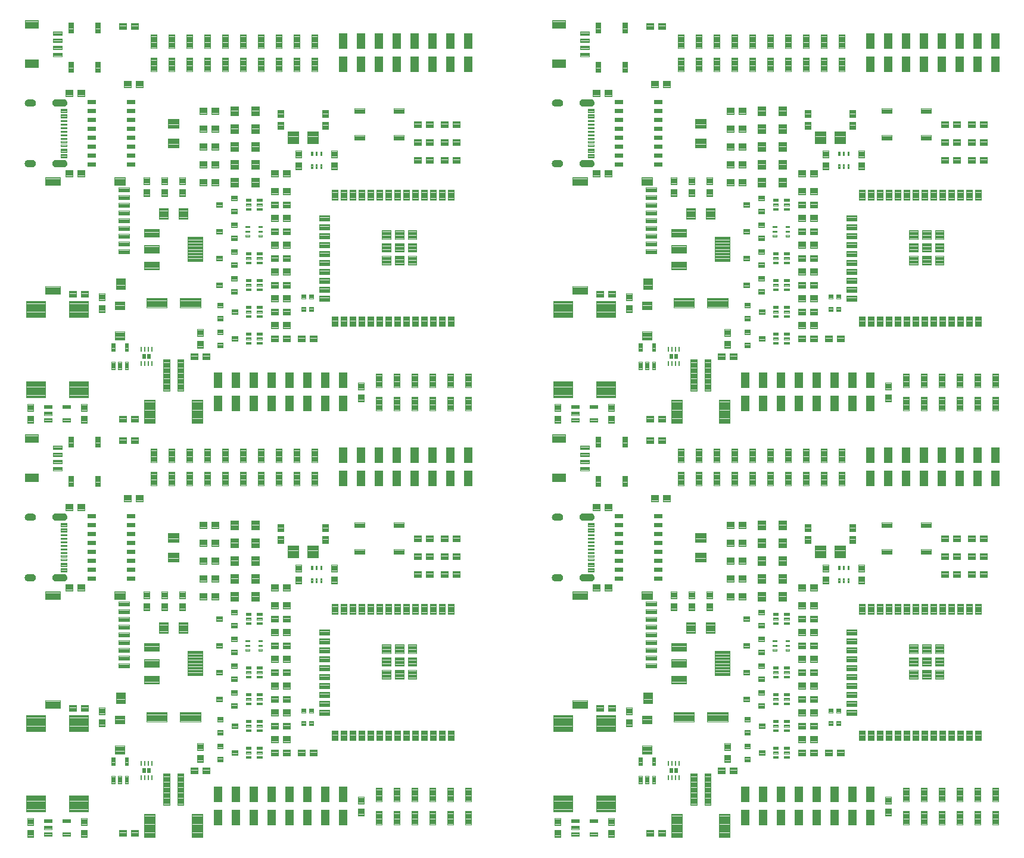
<source format=gtp>
G04 EAGLE Gerber RS-274X export*
G75*
%MOMM*%
%FSLAX34Y34*%
%LPD*%
%INSolderpaste Top*%
%IPPOS*%
%AMOC8*
5,1,8,0,0,1.08239X$1,22.5*%
G01*
%ADD10C,0.100000*%
%ADD11C,0.098000*%
%ADD12R,1.200000X2.200000*%
%ADD13C,0.102000*%
%ADD14C,0.099059*%
%ADD15C,0.096000*%
%ADD16C,0.099000*%
%ADD17C,0.106400*%
%ADD18C,0.105000*%
%ADD19C,0.101600*%
%ADD20C,0.097534*%
%ADD21C,0.110000*%
%ADD22C,0.104000*%
%ADD23R,0.250000X0.637500*%
%ADD24R,0.500000X0.640000*%

G36*
X809605Y960134D02*
X809605Y960134D01*
X809608Y960131D01*
X810703Y960311D01*
X810709Y960317D01*
X810714Y960314D01*
X811742Y960733D01*
X811746Y960740D01*
X811751Y960738D01*
X812660Y961376D01*
X812663Y961383D01*
X812668Y961383D01*
X813412Y962206D01*
X813413Y962214D01*
X813419Y962215D01*
X813961Y963183D01*
X813960Y963192D01*
X813966Y963194D01*
X814279Y964258D01*
X814276Y964266D01*
X814281Y964269D01*
X814349Y965377D01*
X814345Y965384D01*
X814349Y965387D01*
X814179Y966495D01*
X814173Y966501D01*
X814176Y966506D01*
X813764Y967548D01*
X813757Y967552D01*
X813759Y967557D01*
X813125Y968482D01*
X813117Y968484D01*
X813118Y968490D01*
X812295Y969250D01*
X812286Y969251D01*
X812286Y969257D01*
X811314Y969814D01*
X811306Y969813D01*
X811304Y969819D01*
X810232Y970146D01*
X810224Y970143D01*
X810221Y970148D01*
X809104Y970229D01*
X809101Y970228D01*
X809100Y970229D01*
X797100Y970229D01*
X797097Y970227D01*
X797090Y970227D01*
X797089Y970228D01*
X796145Y970009D01*
X796139Y970003D01*
X796134Y970005D01*
X795262Y969582D01*
X795259Y969574D01*
X795253Y969576D01*
X794497Y968969D01*
X794495Y968961D01*
X794489Y968961D01*
X793888Y968201D01*
X793888Y968192D01*
X793882Y968191D01*
X793464Y967316D01*
X793466Y967308D01*
X793461Y967306D01*
X793249Y966360D01*
X793252Y966353D01*
X793247Y966349D01*
X793251Y965380D01*
X793251Y965379D01*
X793270Y964311D01*
X793275Y964304D01*
X793271Y964300D01*
X793527Y963263D01*
X793534Y963258D01*
X793531Y963252D01*
X794012Y962298D01*
X794019Y962295D01*
X794018Y962289D01*
X794699Y961466D01*
X794707Y961464D01*
X794707Y961458D01*
X795554Y960807D01*
X795562Y960807D01*
X795563Y960801D01*
X796534Y960354D01*
X796542Y960356D01*
X796544Y960351D01*
X797590Y960132D01*
X797597Y960135D01*
X797600Y960131D01*
X809600Y960131D01*
X809605Y960134D01*
G37*
G36*
X60305Y960134D02*
X60305Y960134D01*
X60308Y960131D01*
X61403Y960311D01*
X61409Y960317D01*
X61414Y960314D01*
X62442Y960733D01*
X62446Y960740D01*
X62451Y960738D01*
X63360Y961376D01*
X63363Y961383D01*
X63368Y961383D01*
X64112Y962206D01*
X64113Y962214D01*
X64119Y962215D01*
X64661Y963183D01*
X64660Y963192D01*
X64666Y963194D01*
X64979Y964258D01*
X64976Y964266D01*
X64981Y964269D01*
X65049Y965377D01*
X65045Y965384D01*
X65049Y965387D01*
X64879Y966495D01*
X64873Y966501D01*
X64876Y966506D01*
X64464Y967548D01*
X64457Y967552D01*
X64459Y967557D01*
X63825Y968482D01*
X63817Y968484D01*
X63818Y968490D01*
X62995Y969250D01*
X62986Y969251D01*
X62986Y969257D01*
X62014Y969814D01*
X62006Y969813D01*
X62004Y969819D01*
X60932Y970146D01*
X60924Y970143D01*
X60921Y970148D01*
X59804Y970229D01*
X59801Y970228D01*
X59800Y970229D01*
X47800Y970229D01*
X47797Y970227D01*
X47790Y970227D01*
X47789Y970228D01*
X46845Y970009D01*
X46839Y970003D01*
X46834Y970005D01*
X45962Y969582D01*
X45959Y969574D01*
X45953Y969576D01*
X45197Y968969D01*
X45195Y968961D01*
X45189Y968961D01*
X44588Y968201D01*
X44588Y968192D01*
X44582Y968191D01*
X44164Y967316D01*
X44166Y967308D01*
X44161Y967306D01*
X43949Y966360D01*
X43952Y966353D01*
X43947Y966349D01*
X43951Y965380D01*
X43951Y965379D01*
X43970Y964311D01*
X43975Y964304D01*
X43971Y964300D01*
X44227Y963263D01*
X44234Y963258D01*
X44231Y963252D01*
X44712Y962298D01*
X44719Y962295D01*
X44718Y962289D01*
X45399Y961466D01*
X45407Y961464D01*
X45407Y961458D01*
X46254Y960807D01*
X46262Y960807D01*
X46263Y960801D01*
X47234Y960354D01*
X47242Y960356D01*
X47244Y960351D01*
X48290Y960132D01*
X48297Y960135D01*
X48300Y960131D01*
X60300Y960131D01*
X60305Y960134D01*
G37*
G36*
X60305Y370854D02*
X60305Y370854D01*
X60308Y370851D01*
X61403Y371031D01*
X61409Y371037D01*
X61414Y371034D01*
X62442Y371453D01*
X62446Y371460D01*
X62451Y371458D01*
X63360Y372096D01*
X63363Y372103D01*
X63368Y372103D01*
X64112Y372926D01*
X64113Y372934D01*
X64119Y372935D01*
X64661Y373903D01*
X64660Y373912D01*
X64666Y373914D01*
X64979Y374978D01*
X64976Y374986D01*
X64981Y374989D01*
X65049Y376097D01*
X65045Y376104D01*
X65049Y376107D01*
X64879Y377215D01*
X64873Y377221D01*
X64876Y377226D01*
X64464Y378268D01*
X64457Y378272D01*
X64459Y378277D01*
X63825Y379202D01*
X63817Y379204D01*
X63818Y379210D01*
X62995Y379970D01*
X62986Y379971D01*
X62986Y379977D01*
X62014Y380534D01*
X62006Y380533D01*
X62004Y380539D01*
X60932Y380866D01*
X60924Y380863D01*
X60921Y380868D01*
X59804Y380949D01*
X59801Y380948D01*
X59800Y380949D01*
X47800Y380949D01*
X47797Y380947D01*
X47790Y380947D01*
X47789Y380948D01*
X46845Y380729D01*
X46839Y380723D01*
X46834Y380725D01*
X45962Y380302D01*
X45959Y380294D01*
X45953Y380296D01*
X45197Y379689D01*
X45195Y379681D01*
X45189Y379681D01*
X44588Y378921D01*
X44588Y378912D01*
X44582Y378911D01*
X44164Y378036D01*
X44166Y378028D01*
X44161Y378026D01*
X43949Y377080D01*
X43952Y377073D01*
X43947Y377069D01*
X43951Y376100D01*
X43951Y376099D01*
X43970Y375031D01*
X43975Y375024D01*
X43971Y375020D01*
X44227Y373983D01*
X44234Y373978D01*
X44231Y373972D01*
X44712Y373018D01*
X44719Y373015D01*
X44718Y373009D01*
X45399Y372186D01*
X45407Y372184D01*
X45407Y372178D01*
X46254Y371527D01*
X46262Y371527D01*
X46263Y371521D01*
X47234Y371074D01*
X47242Y371076D01*
X47244Y371071D01*
X48290Y370852D01*
X48297Y370855D01*
X48300Y370851D01*
X60300Y370851D01*
X60305Y370854D01*
G37*
G36*
X809605Y370854D02*
X809605Y370854D01*
X809608Y370851D01*
X810703Y371031D01*
X810709Y371037D01*
X810714Y371034D01*
X811742Y371453D01*
X811746Y371460D01*
X811751Y371458D01*
X812660Y372096D01*
X812663Y372103D01*
X812668Y372103D01*
X813412Y372926D01*
X813413Y372934D01*
X813419Y372935D01*
X813961Y373903D01*
X813960Y373912D01*
X813966Y373914D01*
X814279Y374978D01*
X814276Y374986D01*
X814281Y374989D01*
X814349Y376097D01*
X814345Y376104D01*
X814349Y376107D01*
X814179Y377215D01*
X814173Y377221D01*
X814176Y377226D01*
X813764Y378268D01*
X813757Y378272D01*
X813759Y378277D01*
X813125Y379202D01*
X813117Y379204D01*
X813118Y379210D01*
X812295Y379970D01*
X812286Y379971D01*
X812286Y379977D01*
X811314Y380534D01*
X811306Y380533D01*
X811304Y380539D01*
X810232Y380866D01*
X810224Y380863D01*
X810221Y380868D01*
X809104Y380949D01*
X809101Y380948D01*
X809100Y380949D01*
X797100Y380949D01*
X797097Y380947D01*
X797090Y380947D01*
X797089Y380948D01*
X796145Y380729D01*
X796139Y380723D01*
X796134Y380725D01*
X795262Y380302D01*
X795259Y380294D01*
X795253Y380296D01*
X794497Y379689D01*
X794495Y379681D01*
X794489Y379681D01*
X793888Y378921D01*
X793888Y378912D01*
X793882Y378911D01*
X793464Y378036D01*
X793466Y378028D01*
X793461Y378026D01*
X793249Y377080D01*
X793252Y377073D01*
X793247Y377069D01*
X793251Y376100D01*
X793251Y376099D01*
X793270Y375031D01*
X793275Y375024D01*
X793271Y375020D01*
X793527Y373983D01*
X793534Y373978D01*
X793531Y373972D01*
X794012Y373018D01*
X794019Y373015D01*
X794018Y373009D01*
X794699Y372186D01*
X794707Y372184D01*
X794707Y372178D01*
X795554Y371527D01*
X795562Y371527D01*
X795563Y371521D01*
X796534Y371074D01*
X796542Y371076D01*
X796544Y371071D01*
X797590Y370852D01*
X797597Y370855D01*
X797600Y370851D01*
X809600Y370851D01*
X809605Y370854D01*
G37*
G36*
X809605Y1046535D02*
X809605Y1046535D01*
X809608Y1046531D01*
X810714Y1046724D01*
X810719Y1046729D01*
X810719Y1046730D01*
X810724Y1046727D01*
X811759Y1047160D01*
X811763Y1047167D01*
X811768Y1047165D01*
X812681Y1047818D01*
X812683Y1047826D01*
X812689Y1047825D01*
X813433Y1048664D01*
X813434Y1048673D01*
X813439Y1048673D01*
X813978Y1049657D01*
X813977Y1049665D01*
X813978Y1049666D01*
X813982Y1049667D01*
X813983Y1049669D01*
X814165Y1050310D01*
X814289Y1050746D01*
X814287Y1050751D01*
X814289Y1050753D01*
X814287Y1050755D01*
X814291Y1050757D01*
X814349Y1051877D01*
X814346Y1051882D01*
X814349Y1051886D01*
X814231Y1052931D01*
X814225Y1052937D01*
X814229Y1052942D01*
X813881Y1053936D01*
X813874Y1053940D01*
X813876Y1053945D01*
X813316Y1054837D01*
X813309Y1054840D01*
X813309Y1054845D01*
X812565Y1055589D01*
X812557Y1055591D01*
X812557Y1055596D01*
X811665Y1056156D01*
X811657Y1056156D01*
X811656Y1056161D01*
X810662Y1056509D01*
X810654Y1056506D01*
X810651Y1056511D01*
X809606Y1056629D01*
X809602Y1056627D01*
X809600Y1056629D01*
X797600Y1056629D01*
X797597Y1056627D01*
X797594Y1056627D01*
X797592Y1056629D01*
X796596Y1056471D01*
X796590Y1056465D01*
X796585Y1056468D01*
X795649Y1056093D01*
X795645Y1056086D01*
X795639Y1056088D01*
X794810Y1055514D01*
X794807Y1055506D01*
X794802Y1055507D01*
X794121Y1054763D01*
X794120Y1054754D01*
X794114Y1054754D01*
X793616Y1053877D01*
X793617Y1053869D01*
X793612Y1053866D01*
X793424Y1053242D01*
X793321Y1052901D01*
X793322Y1052898D01*
X793321Y1052897D01*
X793324Y1052893D01*
X793319Y1052890D01*
X793251Y1051883D01*
X793252Y1051881D01*
X793251Y1051880D01*
X793260Y1050799D01*
X793265Y1050792D01*
X793261Y1050788D01*
X793511Y1049736D01*
X793517Y1049731D01*
X793514Y1049726D01*
X793991Y1048756D01*
X793999Y1048753D01*
X793997Y1048747D01*
X794678Y1047908D01*
X794686Y1047906D01*
X794686Y1047900D01*
X795537Y1047234D01*
X795545Y1047233D01*
X795546Y1047228D01*
X796523Y1046767D01*
X796531Y1046769D01*
X796534Y1046764D01*
X797589Y1046532D01*
X797597Y1046535D01*
X797600Y1046531D01*
X809600Y1046531D01*
X809605Y1046535D01*
G37*
G36*
X60305Y1046535D02*
X60305Y1046535D01*
X60308Y1046531D01*
X61414Y1046724D01*
X61419Y1046729D01*
X61419Y1046730D01*
X61424Y1046727D01*
X62459Y1047160D01*
X62463Y1047167D01*
X62468Y1047165D01*
X63381Y1047818D01*
X63383Y1047826D01*
X63389Y1047825D01*
X64133Y1048664D01*
X64134Y1048673D01*
X64139Y1048673D01*
X64678Y1049657D01*
X64677Y1049665D01*
X64678Y1049666D01*
X64682Y1049667D01*
X64683Y1049669D01*
X64865Y1050310D01*
X64989Y1050746D01*
X64987Y1050751D01*
X64989Y1050753D01*
X64987Y1050755D01*
X64991Y1050757D01*
X65049Y1051877D01*
X65046Y1051882D01*
X65049Y1051886D01*
X64931Y1052931D01*
X64925Y1052937D01*
X64929Y1052942D01*
X64581Y1053936D01*
X64574Y1053940D01*
X64576Y1053945D01*
X64016Y1054837D01*
X64009Y1054840D01*
X64009Y1054845D01*
X63265Y1055589D01*
X63257Y1055591D01*
X63257Y1055596D01*
X62365Y1056156D01*
X62357Y1056156D01*
X62356Y1056161D01*
X61362Y1056509D01*
X61354Y1056506D01*
X61351Y1056511D01*
X60306Y1056629D01*
X60302Y1056627D01*
X60300Y1056629D01*
X48300Y1056629D01*
X48297Y1056627D01*
X48294Y1056627D01*
X48292Y1056629D01*
X47296Y1056471D01*
X47290Y1056465D01*
X47285Y1056468D01*
X46349Y1056093D01*
X46345Y1056086D01*
X46339Y1056088D01*
X45510Y1055514D01*
X45507Y1055506D01*
X45502Y1055507D01*
X44821Y1054763D01*
X44820Y1054754D01*
X44814Y1054754D01*
X44316Y1053877D01*
X44317Y1053869D01*
X44312Y1053866D01*
X44124Y1053242D01*
X44021Y1052901D01*
X44022Y1052898D01*
X44021Y1052897D01*
X44024Y1052893D01*
X44019Y1052890D01*
X43951Y1051883D01*
X43952Y1051881D01*
X43951Y1051880D01*
X43960Y1050799D01*
X43965Y1050792D01*
X43961Y1050788D01*
X44211Y1049736D01*
X44217Y1049731D01*
X44214Y1049726D01*
X44691Y1048756D01*
X44699Y1048753D01*
X44697Y1048747D01*
X45378Y1047908D01*
X45386Y1047906D01*
X45386Y1047900D01*
X46237Y1047234D01*
X46245Y1047233D01*
X46246Y1047228D01*
X47223Y1046767D01*
X47231Y1046769D01*
X47234Y1046764D01*
X48289Y1046532D01*
X48297Y1046535D01*
X48300Y1046531D01*
X60300Y1046531D01*
X60305Y1046535D01*
G37*
G36*
X809605Y457255D02*
X809605Y457255D01*
X809608Y457251D01*
X810714Y457444D01*
X810719Y457449D01*
X810719Y457450D01*
X810724Y457447D01*
X811759Y457880D01*
X811763Y457887D01*
X811768Y457885D01*
X812681Y458538D01*
X812683Y458546D01*
X812689Y458545D01*
X813433Y459384D01*
X813434Y459393D01*
X813439Y459393D01*
X813978Y460377D01*
X813977Y460385D01*
X813978Y460386D01*
X813982Y460387D01*
X813983Y460389D01*
X814165Y461030D01*
X814289Y461466D01*
X814287Y461471D01*
X814289Y461473D01*
X814287Y461475D01*
X814291Y461477D01*
X814349Y462597D01*
X814346Y462602D01*
X814349Y462606D01*
X814231Y463651D01*
X814225Y463657D01*
X814229Y463662D01*
X813881Y464656D01*
X813874Y464660D01*
X813876Y464665D01*
X813316Y465557D01*
X813309Y465560D01*
X813309Y465565D01*
X812565Y466309D01*
X812557Y466311D01*
X812557Y466316D01*
X811665Y466876D01*
X811657Y466876D01*
X811656Y466881D01*
X810662Y467229D01*
X810654Y467226D01*
X810651Y467231D01*
X809606Y467349D01*
X809602Y467347D01*
X809600Y467349D01*
X797600Y467349D01*
X797597Y467347D01*
X797594Y467347D01*
X797592Y467349D01*
X796596Y467191D01*
X796590Y467185D01*
X796585Y467188D01*
X795649Y466813D01*
X795645Y466806D01*
X795639Y466808D01*
X794810Y466234D01*
X794807Y466226D01*
X794802Y466227D01*
X794121Y465483D01*
X794120Y465474D01*
X794114Y465474D01*
X793616Y464597D01*
X793617Y464589D01*
X793612Y464586D01*
X793424Y463962D01*
X793321Y463621D01*
X793322Y463618D01*
X793321Y463617D01*
X793324Y463613D01*
X793319Y463610D01*
X793251Y462603D01*
X793252Y462601D01*
X793251Y462600D01*
X793260Y461519D01*
X793265Y461512D01*
X793261Y461508D01*
X793511Y460456D01*
X793517Y460451D01*
X793514Y460446D01*
X793991Y459476D01*
X793999Y459473D01*
X793997Y459467D01*
X794678Y458628D01*
X794686Y458626D01*
X794686Y458620D01*
X795537Y457954D01*
X795545Y457953D01*
X795546Y457948D01*
X796523Y457487D01*
X796531Y457489D01*
X796534Y457484D01*
X797589Y457252D01*
X797597Y457255D01*
X797600Y457251D01*
X809600Y457251D01*
X809605Y457255D01*
G37*
G36*
X60305Y457255D02*
X60305Y457255D01*
X60308Y457251D01*
X61414Y457444D01*
X61419Y457449D01*
X61419Y457450D01*
X61424Y457447D01*
X62459Y457880D01*
X62463Y457887D01*
X62468Y457885D01*
X63381Y458538D01*
X63383Y458546D01*
X63389Y458545D01*
X64133Y459384D01*
X64134Y459393D01*
X64139Y459393D01*
X64678Y460377D01*
X64677Y460385D01*
X64678Y460386D01*
X64682Y460387D01*
X64683Y460389D01*
X64865Y461030D01*
X64989Y461466D01*
X64987Y461471D01*
X64989Y461473D01*
X64987Y461475D01*
X64991Y461477D01*
X65049Y462597D01*
X65046Y462602D01*
X65049Y462606D01*
X64931Y463651D01*
X64925Y463657D01*
X64929Y463662D01*
X64581Y464656D01*
X64574Y464660D01*
X64576Y464665D01*
X64016Y465557D01*
X64009Y465560D01*
X64009Y465565D01*
X63265Y466309D01*
X63257Y466311D01*
X63257Y466316D01*
X62365Y466876D01*
X62357Y466876D01*
X62356Y466881D01*
X61362Y467229D01*
X61354Y467226D01*
X61351Y467231D01*
X60306Y467349D01*
X60302Y467347D01*
X60300Y467349D01*
X48300Y467349D01*
X48297Y467347D01*
X48294Y467347D01*
X48292Y467349D01*
X47296Y467191D01*
X47290Y467185D01*
X47285Y467188D01*
X46349Y466813D01*
X46345Y466806D01*
X46339Y466808D01*
X45510Y466234D01*
X45507Y466226D01*
X45502Y466227D01*
X44821Y465483D01*
X44820Y465474D01*
X44814Y465474D01*
X44316Y464597D01*
X44317Y464589D01*
X44312Y464586D01*
X44124Y463962D01*
X44021Y463621D01*
X44022Y463618D01*
X44021Y463617D01*
X44024Y463613D01*
X44019Y463610D01*
X43951Y462603D01*
X43952Y462601D01*
X43951Y462600D01*
X43960Y461519D01*
X43965Y461512D01*
X43961Y461508D01*
X44211Y460456D01*
X44217Y460451D01*
X44214Y460446D01*
X44691Y459476D01*
X44699Y459473D01*
X44697Y459467D01*
X45378Y458628D01*
X45386Y458626D01*
X45386Y458620D01*
X46237Y457954D01*
X46245Y457953D01*
X46246Y457948D01*
X47223Y457487D01*
X47231Y457489D01*
X47234Y457484D01*
X48289Y457252D01*
X48297Y457255D01*
X48300Y457251D01*
X60300Y457251D01*
X60305Y457255D01*
G37*
G36*
X15504Y960134D02*
X15504Y960134D01*
X15506Y960131D01*
X16639Y960281D01*
X16645Y960287D01*
X16650Y960284D01*
X17720Y960682D01*
X17724Y960689D01*
X17730Y960687D01*
X18685Y961314D01*
X18688Y961322D01*
X18693Y961321D01*
X19485Y962144D01*
X19486Y962152D01*
X19492Y962153D01*
X20081Y963132D01*
X20080Y963140D01*
X20085Y963142D01*
X20441Y964227D01*
X20439Y964235D01*
X20443Y964238D01*
X20549Y965375D01*
X20544Y965384D01*
X20548Y965389D01*
X20341Y966526D01*
X20335Y966532D01*
X20338Y966537D01*
X19883Y967599D01*
X19876Y967603D01*
X19878Y967609D01*
X19198Y968544D01*
X19190Y968546D01*
X19191Y968552D01*
X18320Y969312D01*
X18312Y969312D01*
X18311Y969318D01*
X17292Y969865D01*
X17284Y969864D01*
X17282Y969869D01*
X16168Y970176D01*
X16160Y970173D01*
X16157Y970178D01*
X15002Y970229D01*
X15001Y970228D01*
X15000Y970229D01*
X9000Y970229D01*
X8997Y970227D01*
X8992Y970227D01*
X8991Y970228D01*
X7910Y970016D01*
X7905Y970010D01*
X7900Y970013D01*
X6894Y969566D01*
X6890Y969559D01*
X6884Y969561D01*
X6003Y968901D01*
X6000Y968893D01*
X5995Y968893D01*
X5282Y968054D01*
X5282Y968046D01*
X5276Y968045D01*
X4768Y967068D01*
X4769Y967060D01*
X4764Y967058D01*
X4486Y965993D01*
X4489Y965985D01*
X4485Y965982D01*
X4451Y964882D01*
X4455Y964876D01*
X4451Y964873D01*
X4606Y963798D01*
X4612Y963792D01*
X4609Y963787D01*
X4999Y962773D01*
X5006Y962769D01*
X5005Y962763D01*
X5611Y961861D01*
X5619Y961859D01*
X5618Y961853D01*
X6410Y961109D01*
X6418Y961108D01*
X6418Y961102D01*
X7356Y960553D01*
X7364Y960554D01*
X7366Y960548D01*
X8402Y960221D01*
X8410Y960224D01*
X8413Y960219D01*
X9496Y960131D01*
X9499Y960133D01*
X9500Y960131D01*
X15500Y960131D01*
X15504Y960134D01*
G37*
G36*
X764804Y960134D02*
X764804Y960134D01*
X764806Y960131D01*
X765939Y960281D01*
X765945Y960287D01*
X765950Y960284D01*
X767020Y960682D01*
X767024Y960689D01*
X767030Y960687D01*
X767985Y961314D01*
X767988Y961322D01*
X767993Y961321D01*
X768785Y962144D01*
X768786Y962152D01*
X768792Y962153D01*
X769381Y963132D01*
X769380Y963140D01*
X769385Y963142D01*
X769741Y964227D01*
X769739Y964235D01*
X769743Y964238D01*
X769849Y965375D01*
X769844Y965384D01*
X769848Y965389D01*
X769641Y966526D01*
X769635Y966532D01*
X769638Y966537D01*
X769183Y967599D01*
X769176Y967603D01*
X769178Y967609D01*
X768498Y968544D01*
X768490Y968546D01*
X768491Y968552D01*
X767620Y969312D01*
X767612Y969312D01*
X767611Y969318D01*
X766592Y969865D01*
X766584Y969864D01*
X766582Y969869D01*
X765468Y970176D01*
X765460Y970173D01*
X765457Y970178D01*
X764302Y970229D01*
X764301Y970228D01*
X764300Y970229D01*
X758300Y970229D01*
X758297Y970227D01*
X758292Y970227D01*
X758291Y970228D01*
X757210Y970016D01*
X757205Y970010D01*
X757200Y970013D01*
X756194Y969566D01*
X756190Y969559D01*
X756184Y969561D01*
X755303Y968901D01*
X755300Y968893D01*
X755295Y968893D01*
X754582Y968054D01*
X754582Y968046D01*
X754576Y968045D01*
X754068Y967068D01*
X754069Y967060D01*
X754064Y967058D01*
X753786Y965993D01*
X753789Y965985D01*
X753785Y965982D01*
X753751Y964882D01*
X753755Y964876D01*
X753751Y964873D01*
X753906Y963798D01*
X753912Y963792D01*
X753909Y963787D01*
X754299Y962773D01*
X754306Y962769D01*
X754305Y962763D01*
X754911Y961861D01*
X754919Y961859D01*
X754918Y961853D01*
X755710Y961109D01*
X755718Y961108D01*
X755718Y961102D01*
X756656Y960553D01*
X756664Y960554D01*
X756666Y960548D01*
X757702Y960221D01*
X757710Y960224D01*
X757713Y960219D01*
X758796Y960131D01*
X758799Y960133D01*
X758800Y960131D01*
X764800Y960131D01*
X764804Y960134D01*
G37*
G36*
X764804Y370854D02*
X764804Y370854D01*
X764806Y370851D01*
X765939Y371001D01*
X765945Y371007D01*
X765950Y371004D01*
X767020Y371402D01*
X767024Y371409D01*
X767030Y371407D01*
X767985Y372034D01*
X767988Y372042D01*
X767993Y372041D01*
X768785Y372864D01*
X768786Y372872D01*
X768792Y372873D01*
X769381Y373852D01*
X769380Y373860D01*
X769385Y373862D01*
X769741Y374947D01*
X769739Y374955D01*
X769743Y374958D01*
X769849Y376095D01*
X769844Y376104D01*
X769848Y376109D01*
X769641Y377246D01*
X769635Y377252D01*
X769638Y377257D01*
X769183Y378319D01*
X769176Y378323D01*
X769178Y378329D01*
X768498Y379264D01*
X768490Y379266D01*
X768491Y379272D01*
X767620Y380032D01*
X767612Y380032D01*
X767611Y380038D01*
X766592Y380585D01*
X766584Y380584D01*
X766582Y380589D01*
X765468Y380896D01*
X765460Y380893D01*
X765457Y380898D01*
X764302Y380949D01*
X764301Y380948D01*
X764300Y380949D01*
X758300Y380949D01*
X758297Y380947D01*
X758292Y380947D01*
X758291Y380948D01*
X757210Y380736D01*
X757205Y380730D01*
X757200Y380733D01*
X756194Y380286D01*
X756190Y380279D01*
X756184Y380281D01*
X755303Y379621D01*
X755300Y379613D01*
X755295Y379613D01*
X754582Y378774D01*
X754582Y378766D01*
X754576Y378765D01*
X754068Y377788D01*
X754069Y377780D01*
X754064Y377778D01*
X753786Y376713D01*
X753789Y376705D01*
X753785Y376702D01*
X753751Y375602D01*
X753755Y375596D01*
X753751Y375593D01*
X753906Y374518D01*
X753912Y374512D01*
X753909Y374507D01*
X754299Y373493D01*
X754306Y373489D01*
X754305Y373483D01*
X754911Y372581D01*
X754919Y372579D01*
X754918Y372573D01*
X755710Y371829D01*
X755718Y371828D01*
X755718Y371822D01*
X756656Y371273D01*
X756664Y371274D01*
X756666Y371268D01*
X757702Y370941D01*
X757710Y370944D01*
X757713Y370939D01*
X758796Y370851D01*
X758799Y370853D01*
X758800Y370851D01*
X764800Y370851D01*
X764804Y370854D01*
G37*
G36*
X15504Y370854D02*
X15504Y370854D01*
X15506Y370851D01*
X16639Y371001D01*
X16645Y371007D01*
X16650Y371004D01*
X17720Y371402D01*
X17724Y371409D01*
X17730Y371407D01*
X18685Y372034D01*
X18688Y372042D01*
X18693Y372041D01*
X19485Y372864D01*
X19486Y372872D01*
X19492Y372873D01*
X20081Y373852D01*
X20080Y373860D01*
X20085Y373862D01*
X20441Y374947D01*
X20439Y374955D01*
X20443Y374958D01*
X20549Y376095D01*
X20544Y376104D01*
X20548Y376109D01*
X20341Y377246D01*
X20335Y377252D01*
X20338Y377257D01*
X19883Y378319D01*
X19876Y378323D01*
X19878Y378329D01*
X19198Y379264D01*
X19190Y379266D01*
X19191Y379272D01*
X18320Y380032D01*
X18312Y380032D01*
X18311Y380038D01*
X17292Y380585D01*
X17284Y380584D01*
X17282Y380589D01*
X16168Y380896D01*
X16160Y380893D01*
X16157Y380898D01*
X15002Y380949D01*
X15001Y380948D01*
X15000Y380949D01*
X9000Y380949D01*
X8997Y380947D01*
X8992Y380947D01*
X8991Y380948D01*
X7910Y380736D01*
X7905Y380730D01*
X7900Y380733D01*
X6894Y380286D01*
X6890Y380279D01*
X6884Y380281D01*
X6003Y379621D01*
X6000Y379613D01*
X5995Y379613D01*
X5282Y378774D01*
X5282Y378766D01*
X5276Y378765D01*
X4768Y377788D01*
X4769Y377780D01*
X4764Y377778D01*
X4486Y376713D01*
X4489Y376705D01*
X4485Y376702D01*
X4451Y375602D01*
X4455Y375596D01*
X4451Y375593D01*
X4606Y374518D01*
X4612Y374512D01*
X4609Y374507D01*
X4999Y373493D01*
X5006Y373489D01*
X5005Y373483D01*
X5611Y372581D01*
X5619Y372579D01*
X5618Y372573D01*
X6410Y371829D01*
X6418Y371828D01*
X6418Y371822D01*
X7356Y371273D01*
X7364Y371274D01*
X7366Y371268D01*
X8402Y370941D01*
X8410Y370944D01*
X8413Y370939D01*
X9496Y370851D01*
X9499Y370853D01*
X9500Y370851D01*
X15500Y370851D01*
X15504Y370854D01*
G37*
G36*
X15503Y1046533D02*
X15503Y1046533D01*
X15505Y1046531D01*
X16597Y1046632D01*
X16603Y1046637D01*
X16608Y1046634D01*
X17651Y1046975D01*
X17656Y1046982D01*
X17661Y1046980D01*
X18602Y1047544D01*
X18605Y1047552D01*
X18611Y1047551D01*
X19403Y1048311D01*
X19404Y1048319D01*
X19410Y1048320D01*
X20013Y1049237D01*
X20012Y1049245D01*
X20018Y1049247D01*
X20401Y1050275D01*
X20399Y1050283D01*
X20404Y1050286D01*
X20549Y1051374D01*
X20545Y1051381D01*
X20549Y1051385D01*
X20443Y1052522D01*
X20438Y1052528D01*
X20441Y1052533D01*
X20085Y1053618D01*
X20078Y1053623D01*
X20081Y1053628D01*
X19492Y1054607D01*
X19484Y1054610D01*
X19485Y1054616D01*
X18693Y1055439D01*
X18685Y1055440D01*
X18685Y1055446D01*
X17730Y1056073D01*
X17722Y1056072D01*
X17720Y1056078D01*
X16650Y1056476D01*
X16642Y1056474D01*
X16639Y1056479D01*
X15506Y1056629D01*
X15503Y1056627D01*
X15502Y1056627D01*
X15500Y1056629D01*
X9500Y1056629D01*
X9497Y1056627D01*
X9495Y1056627D01*
X9494Y1056629D01*
X8361Y1056479D01*
X8355Y1056473D01*
X8350Y1056476D01*
X7280Y1056078D01*
X7276Y1056071D01*
X7270Y1056073D01*
X6315Y1055446D01*
X6312Y1055438D01*
X6307Y1055439D01*
X5515Y1054616D01*
X5514Y1054608D01*
X5508Y1054607D01*
X4919Y1053628D01*
X4920Y1053620D01*
X4915Y1053618D01*
X4559Y1052533D01*
X4562Y1052525D01*
X4557Y1052522D01*
X4451Y1051385D01*
X4455Y1051378D01*
X4451Y1051374D01*
X4596Y1050286D01*
X4602Y1050280D01*
X4599Y1050275D01*
X4983Y1049247D01*
X4989Y1049242D01*
X4988Y1049237D01*
X5590Y1048320D01*
X5598Y1048317D01*
X5597Y1048311D01*
X6389Y1047551D01*
X6397Y1047550D01*
X6398Y1047544D01*
X7339Y1046980D01*
X7347Y1046981D01*
X7349Y1046975D01*
X8392Y1046634D01*
X8400Y1046636D01*
X8403Y1046632D01*
X9496Y1046531D01*
X9498Y1046533D01*
X9500Y1046531D01*
X15500Y1046531D01*
X15503Y1046533D01*
G37*
G36*
X764803Y1046533D02*
X764803Y1046533D01*
X764805Y1046531D01*
X765897Y1046632D01*
X765903Y1046637D01*
X765908Y1046634D01*
X766951Y1046975D01*
X766956Y1046982D01*
X766961Y1046980D01*
X767902Y1047544D01*
X767905Y1047552D01*
X767911Y1047551D01*
X768703Y1048311D01*
X768704Y1048319D01*
X768710Y1048320D01*
X769313Y1049237D01*
X769312Y1049245D01*
X769318Y1049247D01*
X769701Y1050275D01*
X769699Y1050283D01*
X769704Y1050286D01*
X769849Y1051374D01*
X769845Y1051381D01*
X769849Y1051385D01*
X769743Y1052522D01*
X769738Y1052528D01*
X769741Y1052533D01*
X769385Y1053618D01*
X769378Y1053623D01*
X769381Y1053628D01*
X768792Y1054607D01*
X768784Y1054610D01*
X768785Y1054616D01*
X767993Y1055439D01*
X767985Y1055440D01*
X767985Y1055446D01*
X767030Y1056073D01*
X767022Y1056072D01*
X767020Y1056078D01*
X765950Y1056476D01*
X765942Y1056474D01*
X765939Y1056479D01*
X764806Y1056629D01*
X764803Y1056627D01*
X764802Y1056627D01*
X764800Y1056629D01*
X758800Y1056629D01*
X758797Y1056627D01*
X758795Y1056627D01*
X758794Y1056629D01*
X757661Y1056479D01*
X757655Y1056473D01*
X757650Y1056476D01*
X756580Y1056078D01*
X756576Y1056071D01*
X756570Y1056073D01*
X755615Y1055446D01*
X755612Y1055438D01*
X755607Y1055439D01*
X754815Y1054616D01*
X754814Y1054608D01*
X754808Y1054607D01*
X754219Y1053628D01*
X754220Y1053620D01*
X754215Y1053618D01*
X753859Y1052533D01*
X753862Y1052525D01*
X753857Y1052522D01*
X753751Y1051385D01*
X753755Y1051378D01*
X753751Y1051374D01*
X753896Y1050286D01*
X753902Y1050280D01*
X753899Y1050275D01*
X754283Y1049247D01*
X754289Y1049242D01*
X754288Y1049237D01*
X754890Y1048320D01*
X754898Y1048317D01*
X754897Y1048311D01*
X755689Y1047551D01*
X755697Y1047550D01*
X755698Y1047544D01*
X756639Y1046980D01*
X756647Y1046981D01*
X756649Y1046975D01*
X757692Y1046634D01*
X757700Y1046636D01*
X757703Y1046632D01*
X758796Y1046531D01*
X758798Y1046533D01*
X758800Y1046531D01*
X764800Y1046531D01*
X764803Y1046533D01*
G37*
G36*
X764803Y457253D02*
X764803Y457253D01*
X764805Y457251D01*
X765897Y457352D01*
X765903Y457357D01*
X765908Y457354D01*
X766951Y457695D01*
X766956Y457702D01*
X766961Y457700D01*
X767902Y458264D01*
X767905Y458272D01*
X767911Y458271D01*
X768703Y459031D01*
X768704Y459039D01*
X768710Y459040D01*
X769313Y459957D01*
X769312Y459965D01*
X769318Y459967D01*
X769701Y460995D01*
X769699Y461003D01*
X769704Y461006D01*
X769849Y462094D01*
X769845Y462101D01*
X769849Y462105D01*
X769743Y463242D01*
X769738Y463248D01*
X769741Y463253D01*
X769385Y464338D01*
X769378Y464343D01*
X769381Y464348D01*
X768792Y465327D01*
X768784Y465330D01*
X768785Y465336D01*
X767993Y466159D01*
X767985Y466160D01*
X767985Y466166D01*
X767030Y466793D01*
X767022Y466792D01*
X767020Y466798D01*
X765950Y467196D01*
X765942Y467194D01*
X765939Y467199D01*
X764806Y467349D01*
X764803Y467347D01*
X764802Y467347D01*
X764800Y467349D01*
X758800Y467349D01*
X758797Y467347D01*
X758795Y467347D01*
X758794Y467349D01*
X757661Y467199D01*
X757655Y467193D01*
X757650Y467196D01*
X756580Y466798D01*
X756576Y466791D01*
X756570Y466793D01*
X755615Y466166D01*
X755612Y466158D01*
X755607Y466159D01*
X754815Y465336D01*
X754814Y465328D01*
X754808Y465327D01*
X754219Y464348D01*
X754220Y464340D01*
X754215Y464338D01*
X753859Y463253D01*
X753862Y463245D01*
X753857Y463242D01*
X753751Y462105D01*
X753755Y462098D01*
X753751Y462094D01*
X753896Y461006D01*
X753902Y461000D01*
X753899Y460995D01*
X754283Y459967D01*
X754289Y459962D01*
X754288Y459957D01*
X754890Y459040D01*
X754898Y459037D01*
X754897Y459031D01*
X755689Y458271D01*
X755697Y458270D01*
X755698Y458264D01*
X756639Y457700D01*
X756647Y457701D01*
X756649Y457695D01*
X757692Y457354D01*
X757700Y457356D01*
X757703Y457352D01*
X758796Y457251D01*
X758798Y457253D01*
X758800Y457251D01*
X764800Y457251D01*
X764803Y457253D01*
G37*
G36*
X15503Y457253D02*
X15503Y457253D01*
X15505Y457251D01*
X16597Y457352D01*
X16603Y457357D01*
X16608Y457354D01*
X17651Y457695D01*
X17656Y457702D01*
X17661Y457700D01*
X18602Y458264D01*
X18605Y458272D01*
X18611Y458271D01*
X19403Y459031D01*
X19404Y459039D01*
X19410Y459040D01*
X20013Y459957D01*
X20012Y459965D01*
X20018Y459967D01*
X20401Y460995D01*
X20399Y461003D01*
X20404Y461006D01*
X20549Y462094D01*
X20545Y462101D01*
X20549Y462105D01*
X20443Y463242D01*
X20438Y463248D01*
X20441Y463253D01*
X20085Y464338D01*
X20078Y464343D01*
X20081Y464348D01*
X19492Y465327D01*
X19484Y465330D01*
X19485Y465336D01*
X18693Y466159D01*
X18685Y466160D01*
X18685Y466166D01*
X17730Y466793D01*
X17722Y466792D01*
X17720Y466798D01*
X16650Y467196D01*
X16642Y467194D01*
X16639Y467199D01*
X15506Y467349D01*
X15503Y467347D01*
X15502Y467347D01*
X15500Y467349D01*
X9500Y467349D01*
X9497Y467347D01*
X9495Y467347D01*
X9494Y467349D01*
X8361Y467199D01*
X8355Y467193D01*
X8350Y467196D01*
X7280Y466798D01*
X7276Y466791D01*
X7270Y466793D01*
X6315Y466166D01*
X6312Y466158D01*
X6307Y466159D01*
X5515Y465336D01*
X5514Y465328D01*
X5508Y465327D01*
X4919Y464348D01*
X4920Y464340D01*
X4915Y464338D01*
X4559Y463253D01*
X4562Y463245D01*
X4557Y463242D01*
X4451Y462105D01*
X4455Y462098D01*
X4451Y462094D01*
X4596Y461006D01*
X4602Y461000D01*
X4599Y460995D01*
X4983Y459967D01*
X4989Y459962D01*
X4988Y459957D01*
X5590Y459040D01*
X5598Y459037D01*
X5597Y459031D01*
X6389Y458271D01*
X6397Y458270D01*
X6398Y458264D01*
X7339Y457700D01*
X7347Y457701D01*
X7349Y457695D01*
X8392Y457354D01*
X8400Y457356D01*
X8403Y457352D01*
X9496Y457251D01*
X9498Y457253D01*
X9500Y457251D01*
X15500Y457251D01*
X15503Y457253D01*
G37*
D10*
X436300Y434650D02*
X436300Y424650D01*
X427300Y424650D01*
X427300Y434650D01*
X436300Y434650D01*
X436300Y425600D02*
X427300Y425600D01*
X427300Y426550D02*
X436300Y426550D01*
X436300Y427500D02*
X427300Y427500D01*
X427300Y428450D02*
X436300Y428450D01*
X436300Y429400D02*
X427300Y429400D01*
X427300Y430350D02*
X436300Y430350D01*
X436300Y431300D02*
X427300Y431300D01*
X427300Y432250D02*
X436300Y432250D01*
X436300Y433200D02*
X427300Y433200D01*
X427300Y434150D02*
X436300Y434150D01*
X436300Y441650D02*
X436300Y451650D01*
X436300Y441650D02*
X427300Y441650D01*
X427300Y451650D01*
X436300Y451650D01*
X436300Y442600D02*
X427300Y442600D01*
X427300Y443550D02*
X436300Y443550D01*
X436300Y444500D02*
X427300Y444500D01*
X427300Y445450D02*
X436300Y445450D01*
X436300Y446400D02*
X427300Y446400D01*
X427300Y447350D02*
X436300Y447350D01*
X436300Y448300D02*
X427300Y448300D01*
X427300Y449250D02*
X436300Y449250D01*
X436300Y450200D02*
X427300Y450200D01*
X427300Y451150D02*
X436300Y451150D01*
X94780Y195000D02*
X84780Y195000D01*
X94780Y195000D02*
X94780Y186000D01*
X84780Y186000D01*
X84780Y195000D01*
X84780Y186950D02*
X94780Y186950D01*
X94780Y187900D02*
X84780Y187900D01*
X84780Y188850D02*
X94780Y188850D01*
X94780Y189800D02*
X84780Y189800D01*
X84780Y190750D02*
X94780Y190750D01*
X94780Y191700D02*
X84780Y191700D01*
X84780Y192650D02*
X94780Y192650D01*
X94780Y193600D02*
X84780Y193600D01*
X84780Y194550D02*
X94780Y194550D01*
X77780Y195000D02*
X67780Y195000D01*
X77780Y195000D02*
X77780Y186000D01*
X67780Y186000D01*
X67780Y195000D01*
X67780Y186950D02*
X77780Y186950D01*
X77780Y187900D02*
X67780Y187900D01*
X67780Y188850D02*
X77780Y188850D01*
X77780Y189800D02*
X67780Y189800D01*
X67780Y190750D02*
X77780Y190750D01*
X77780Y191700D02*
X67780Y191700D01*
X67780Y192650D02*
X77780Y192650D01*
X77780Y193600D02*
X67780Y193600D01*
X67780Y194550D02*
X77780Y194550D01*
D11*
X208390Y426590D02*
X223410Y426590D01*
X208390Y426590D02*
X208390Y439610D01*
X223410Y439610D01*
X223410Y426590D01*
X223410Y427521D02*
X208390Y427521D01*
X208390Y428452D02*
X223410Y428452D01*
X223410Y429383D02*
X208390Y429383D01*
X208390Y430314D02*
X223410Y430314D01*
X223410Y431245D02*
X208390Y431245D01*
X208390Y432176D02*
X223410Y432176D01*
X223410Y433107D02*
X208390Y433107D01*
X208390Y434038D02*
X223410Y434038D01*
X223410Y434969D02*
X208390Y434969D01*
X208390Y435900D02*
X223410Y435900D01*
X223410Y436831D02*
X208390Y436831D01*
X208390Y437762D02*
X223410Y437762D01*
X223410Y438693D02*
X208390Y438693D01*
X208390Y398590D02*
X223410Y398590D01*
X208390Y398590D02*
X208390Y411610D01*
X223410Y411610D01*
X223410Y398590D01*
X223410Y399521D02*
X208390Y399521D01*
X208390Y400452D02*
X223410Y400452D01*
X223410Y401383D02*
X208390Y401383D01*
X208390Y402314D02*
X223410Y402314D01*
X223410Y403245D02*
X208390Y403245D01*
X208390Y404176D02*
X223410Y404176D01*
X223410Y405107D02*
X208390Y405107D01*
X208390Y406038D02*
X223410Y406038D01*
X223410Y406969D02*
X208390Y406969D01*
X208390Y407900D02*
X223410Y407900D01*
X223410Y408831D02*
X208390Y408831D01*
X208390Y409762D02*
X223410Y409762D01*
X223410Y410693D02*
X208390Y410693D01*
D10*
X335860Y507400D02*
X335860Y526400D01*
X344860Y526400D01*
X344860Y507400D01*
X335860Y507400D01*
X335860Y508350D02*
X344860Y508350D01*
X344860Y509300D02*
X335860Y509300D01*
X335860Y510250D02*
X344860Y510250D01*
X344860Y511200D02*
X335860Y511200D01*
X335860Y512150D02*
X344860Y512150D01*
X344860Y513100D02*
X335860Y513100D01*
X335860Y514050D02*
X344860Y514050D01*
X344860Y515000D02*
X335860Y515000D01*
X335860Y515950D02*
X344860Y515950D01*
X344860Y516900D02*
X335860Y516900D01*
X335860Y517850D02*
X344860Y517850D01*
X344860Y518800D02*
X335860Y518800D01*
X335860Y519750D02*
X344860Y519750D01*
X344860Y520700D02*
X335860Y520700D01*
X335860Y521650D02*
X344860Y521650D01*
X344860Y522600D02*
X335860Y522600D01*
X335860Y523550D02*
X344860Y523550D01*
X344860Y524500D02*
X335860Y524500D01*
X335860Y525450D02*
X344860Y525450D01*
X344860Y526400D02*
X335860Y526400D01*
X285060Y526400D02*
X285060Y507400D01*
X285060Y526400D02*
X294060Y526400D01*
X294060Y507400D01*
X285060Y507400D01*
X285060Y508350D02*
X294060Y508350D01*
X294060Y509300D02*
X285060Y509300D01*
X285060Y510250D02*
X294060Y510250D01*
X294060Y511200D02*
X285060Y511200D01*
X285060Y512150D02*
X294060Y512150D01*
X294060Y513100D02*
X285060Y513100D01*
X285060Y514050D02*
X294060Y514050D01*
X294060Y515000D02*
X285060Y515000D01*
X285060Y515950D02*
X294060Y515950D01*
X294060Y516900D02*
X285060Y516900D01*
X285060Y517850D02*
X294060Y517850D01*
X294060Y518800D02*
X285060Y518800D01*
X285060Y519750D02*
X294060Y519750D01*
X294060Y520700D02*
X285060Y520700D01*
X285060Y521650D02*
X294060Y521650D01*
X294060Y522600D02*
X285060Y522600D01*
X285060Y523550D02*
X294060Y523550D01*
X294060Y524500D02*
X285060Y524500D01*
X285060Y525450D02*
X294060Y525450D01*
X294060Y526400D02*
X285060Y526400D01*
X234260Y526400D02*
X234260Y507400D01*
X234260Y526400D02*
X243260Y526400D01*
X243260Y507400D01*
X234260Y507400D01*
X234260Y508350D02*
X243260Y508350D01*
X243260Y509300D02*
X234260Y509300D01*
X234260Y510250D02*
X243260Y510250D01*
X243260Y511200D02*
X234260Y511200D01*
X234260Y512150D02*
X243260Y512150D01*
X243260Y513100D02*
X234260Y513100D01*
X234260Y514050D02*
X243260Y514050D01*
X243260Y515000D02*
X234260Y515000D01*
X234260Y515950D02*
X243260Y515950D01*
X243260Y516900D02*
X234260Y516900D01*
X234260Y517850D02*
X243260Y517850D01*
X243260Y518800D02*
X234260Y518800D01*
X234260Y519750D02*
X243260Y519750D01*
X243260Y520700D02*
X234260Y520700D01*
X234260Y521650D02*
X243260Y521650D01*
X243260Y522600D02*
X234260Y522600D01*
X234260Y523550D02*
X243260Y523550D01*
X243260Y524500D02*
X234260Y524500D01*
X234260Y525450D02*
X243260Y525450D01*
X243260Y526400D02*
X234260Y526400D01*
X361260Y540400D02*
X361260Y559400D01*
X370260Y559400D01*
X370260Y540400D01*
X361260Y540400D01*
X361260Y541350D02*
X370260Y541350D01*
X370260Y542300D02*
X361260Y542300D01*
X361260Y543250D02*
X370260Y543250D01*
X370260Y544200D02*
X361260Y544200D01*
X361260Y545150D02*
X370260Y545150D01*
X370260Y546100D02*
X361260Y546100D01*
X361260Y547050D02*
X370260Y547050D01*
X370260Y548000D02*
X361260Y548000D01*
X361260Y548950D02*
X370260Y548950D01*
X370260Y549900D02*
X361260Y549900D01*
X361260Y550850D02*
X370260Y550850D01*
X370260Y551800D02*
X361260Y551800D01*
X361260Y552750D02*
X370260Y552750D01*
X370260Y553700D02*
X361260Y553700D01*
X361260Y554650D02*
X370260Y554650D01*
X370260Y555600D02*
X361260Y555600D01*
X361260Y556550D02*
X370260Y556550D01*
X370260Y557500D02*
X361260Y557500D01*
X361260Y558450D02*
X370260Y558450D01*
X370260Y559400D02*
X361260Y559400D01*
X310460Y559400D02*
X310460Y540400D01*
X310460Y559400D02*
X319460Y559400D01*
X319460Y540400D01*
X310460Y540400D01*
X310460Y541350D02*
X319460Y541350D01*
X319460Y542300D02*
X310460Y542300D01*
X310460Y543250D02*
X319460Y543250D01*
X319460Y544200D02*
X310460Y544200D01*
X310460Y545150D02*
X319460Y545150D01*
X319460Y546100D02*
X310460Y546100D01*
X310460Y547050D02*
X319460Y547050D01*
X319460Y548000D02*
X310460Y548000D01*
X310460Y548950D02*
X319460Y548950D01*
X319460Y549900D02*
X310460Y549900D01*
X310460Y550850D02*
X319460Y550850D01*
X319460Y551800D02*
X310460Y551800D01*
X310460Y552750D02*
X319460Y552750D01*
X319460Y553700D02*
X310460Y553700D01*
X310460Y554650D02*
X319460Y554650D01*
X319460Y555600D02*
X310460Y555600D01*
X310460Y556550D02*
X319460Y556550D01*
X319460Y557500D02*
X310460Y557500D01*
X310460Y558450D02*
X319460Y558450D01*
X319460Y559400D02*
X310460Y559400D01*
X259660Y559400D02*
X259660Y540400D01*
X259660Y559400D02*
X268660Y559400D01*
X268660Y540400D01*
X259660Y540400D01*
X259660Y541350D02*
X268660Y541350D01*
X268660Y542300D02*
X259660Y542300D01*
X259660Y543250D02*
X268660Y543250D01*
X268660Y544200D02*
X259660Y544200D01*
X259660Y545150D02*
X268660Y545150D01*
X268660Y546100D02*
X259660Y546100D01*
X259660Y547050D02*
X268660Y547050D01*
X268660Y548000D02*
X259660Y548000D01*
X259660Y548950D02*
X268660Y548950D01*
X268660Y549900D02*
X259660Y549900D01*
X259660Y550850D02*
X268660Y550850D01*
X268660Y551800D02*
X259660Y551800D01*
X259660Y552750D02*
X268660Y552750D01*
X268660Y553700D02*
X259660Y553700D01*
X259660Y554650D02*
X268660Y554650D01*
X268660Y555600D02*
X259660Y555600D01*
X259660Y556550D02*
X268660Y556550D01*
X268660Y557500D02*
X259660Y557500D01*
X259660Y558450D02*
X268660Y558450D01*
X268660Y559400D02*
X259660Y559400D01*
X208860Y559400D02*
X208860Y540400D01*
X208860Y559400D02*
X217860Y559400D01*
X217860Y540400D01*
X208860Y540400D01*
X208860Y541350D02*
X217860Y541350D01*
X217860Y542300D02*
X208860Y542300D01*
X208860Y543250D02*
X217860Y543250D01*
X217860Y544200D02*
X208860Y544200D01*
X208860Y545150D02*
X217860Y545150D01*
X217860Y546100D02*
X208860Y546100D01*
X208860Y547050D02*
X217860Y547050D01*
X217860Y548000D02*
X208860Y548000D01*
X208860Y548950D02*
X217860Y548950D01*
X217860Y549900D02*
X208860Y549900D01*
X208860Y550850D02*
X217860Y550850D01*
X217860Y551800D02*
X208860Y551800D01*
X208860Y552750D02*
X217860Y552750D01*
X217860Y553700D02*
X208860Y553700D01*
X208860Y554650D02*
X217860Y554650D01*
X217860Y555600D02*
X208860Y555600D01*
X208860Y556550D02*
X217860Y556550D01*
X217860Y557500D02*
X208860Y557500D01*
X208860Y558450D02*
X217860Y558450D01*
X217860Y559400D02*
X208860Y559400D01*
X192460Y559400D02*
X192460Y540400D01*
X183460Y540400D01*
X183460Y559400D01*
X192460Y559400D01*
X192460Y541350D02*
X183460Y541350D01*
X183460Y542300D02*
X192460Y542300D01*
X192460Y543250D02*
X183460Y543250D01*
X183460Y544200D02*
X192460Y544200D01*
X192460Y545150D02*
X183460Y545150D01*
X183460Y546100D02*
X192460Y546100D01*
X192460Y547050D02*
X183460Y547050D01*
X183460Y548000D02*
X192460Y548000D01*
X192460Y548950D02*
X183460Y548950D01*
X183460Y549900D02*
X192460Y549900D01*
X192460Y550850D02*
X183460Y550850D01*
X183460Y551800D02*
X192460Y551800D01*
X192460Y552750D02*
X183460Y552750D01*
X183460Y553700D02*
X192460Y553700D01*
X192460Y554650D02*
X183460Y554650D01*
X183460Y555600D02*
X192460Y555600D01*
X192460Y556550D02*
X183460Y556550D01*
X183460Y557500D02*
X192460Y557500D01*
X192460Y558450D02*
X183460Y558450D01*
X183460Y559400D02*
X192460Y559400D01*
X217860Y526400D02*
X217860Y507400D01*
X208860Y507400D01*
X208860Y526400D01*
X217860Y526400D01*
X217860Y508350D02*
X208860Y508350D01*
X208860Y509300D02*
X217860Y509300D01*
X217860Y510250D02*
X208860Y510250D01*
X208860Y511200D02*
X217860Y511200D01*
X217860Y512150D02*
X208860Y512150D01*
X208860Y513100D02*
X217860Y513100D01*
X217860Y514050D02*
X208860Y514050D01*
X208860Y515000D02*
X217860Y515000D01*
X217860Y515950D02*
X208860Y515950D01*
X208860Y516900D02*
X217860Y516900D01*
X217860Y517850D02*
X208860Y517850D01*
X208860Y518800D02*
X217860Y518800D01*
X217860Y519750D02*
X208860Y519750D01*
X208860Y520700D02*
X217860Y520700D01*
X217860Y521650D02*
X208860Y521650D01*
X208860Y522600D02*
X217860Y522600D01*
X217860Y523550D02*
X208860Y523550D01*
X208860Y524500D02*
X217860Y524500D01*
X217860Y525450D02*
X208860Y525450D01*
X208860Y526400D02*
X217860Y526400D01*
X243260Y540400D02*
X243260Y559400D01*
X243260Y540400D02*
X234260Y540400D01*
X234260Y559400D01*
X243260Y559400D01*
X243260Y541350D02*
X234260Y541350D01*
X234260Y542300D02*
X243260Y542300D01*
X243260Y543250D02*
X234260Y543250D01*
X234260Y544200D02*
X243260Y544200D01*
X243260Y545150D02*
X234260Y545150D01*
X234260Y546100D02*
X243260Y546100D01*
X243260Y547050D02*
X234260Y547050D01*
X234260Y548000D02*
X243260Y548000D01*
X243260Y548950D02*
X234260Y548950D01*
X234260Y549900D02*
X243260Y549900D01*
X243260Y550850D02*
X234260Y550850D01*
X234260Y551800D02*
X243260Y551800D01*
X243260Y552750D02*
X234260Y552750D01*
X234260Y553700D02*
X243260Y553700D01*
X243260Y554650D02*
X234260Y554650D01*
X234260Y555600D02*
X243260Y555600D01*
X243260Y556550D02*
X234260Y556550D01*
X234260Y557500D02*
X243260Y557500D01*
X243260Y558450D02*
X234260Y558450D01*
X234260Y559400D02*
X243260Y559400D01*
X268660Y526400D02*
X268660Y507400D01*
X259660Y507400D01*
X259660Y526400D01*
X268660Y526400D01*
X268660Y508350D02*
X259660Y508350D01*
X259660Y509300D02*
X268660Y509300D01*
X268660Y510250D02*
X259660Y510250D01*
X259660Y511200D02*
X268660Y511200D01*
X268660Y512150D02*
X259660Y512150D01*
X259660Y513100D02*
X268660Y513100D01*
X268660Y514050D02*
X259660Y514050D01*
X259660Y515000D02*
X268660Y515000D01*
X268660Y515950D02*
X259660Y515950D01*
X259660Y516900D02*
X268660Y516900D01*
X268660Y517850D02*
X259660Y517850D01*
X259660Y518800D02*
X268660Y518800D01*
X268660Y519750D02*
X259660Y519750D01*
X259660Y520700D02*
X268660Y520700D01*
X268660Y521650D02*
X259660Y521650D01*
X259660Y522600D02*
X268660Y522600D01*
X268660Y523550D02*
X259660Y523550D01*
X259660Y524500D02*
X268660Y524500D01*
X268660Y525450D02*
X259660Y525450D01*
X259660Y526400D02*
X268660Y526400D01*
X294060Y540400D02*
X294060Y559400D01*
X294060Y540400D02*
X285060Y540400D01*
X285060Y559400D01*
X294060Y559400D01*
X294060Y541350D02*
X285060Y541350D01*
X285060Y542300D02*
X294060Y542300D01*
X294060Y543250D02*
X285060Y543250D01*
X285060Y544200D02*
X294060Y544200D01*
X294060Y545150D02*
X285060Y545150D01*
X285060Y546100D02*
X294060Y546100D01*
X294060Y547050D02*
X285060Y547050D01*
X285060Y548000D02*
X294060Y548000D01*
X294060Y548950D02*
X285060Y548950D01*
X285060Y549900D02*
X294060Y549900D01*
X294060Y550850D02*
X285060Y550850D01*
X285060Y551800D02*
X294060Y551800D01*
X294060Y552750D02*
X285060Y552750D01*
X285060Y553700D02*
X294060Y553700D01*
X294060Y554650D02*
X285060Y554650D01*
X285060Y555600D02*
X294060Y555600D01*
X294060Y556550D02*
X285060Y556550D01*
X285060Y557500D02*
X294060Y557500D01*
X294060Y558450D02*
X285060Y558450D01*
X285060Y559400D02*
X294060Y559400D01*
X319460Y526400D02*
X319460Y507400D01*
X310460Y507400D01*
X310460Y526400D01*
X319460Y526400D01*
X319460Y508350D02*
X310460Y508350D01*
X310460Y509300D02*
X319460Y509300D01*
X319460Y510250D02*
X310460Y510250D01*
X310460Y511200D02*
X319460Y511200D01*
X319460Y512150D02*
X310460Y512150D01*
X310460Y513100D02*
X319460Y513100D01*
X319460Y514050D02*
X310460Y514050D01*
X310460Y515000D02*
X319460Y515000D01*
X319460Y515950D02*
X310460Y515950D01*
X310460Y516900D02*
X319460Y516900D01*
X319460Y517850D02*
X310460Y517850D01*
X310460Y518800D02*
X319460Y518800D01*
X319460Y519750D02*
X310460Y519750D01*
X310460Y520700D02*
X319460Y520700D01*
X319460Y521650D02*
X310460Y521650D01*
X310460Y522600D02*
X319460Y522600D01*
X319460Y523550D02*
X310460Y523550D01*
X310460Y524500D02*
X319460Y524500D01*
X319460Y525450D02*
X310460Y525450D01*
X310460Y526400D02*
X319460Y526400D01*
X344860Y540400D02*
X344860Y559400D01*
X344860Y540400D02*
X335860Y540400D01*
X335860Y559400D01*
X344860Y559400D01*
X344860Y541350D02*
X335860Y541350D01*
X335860Y542300D02*
X344860Y542300D01*
X344860Y543250D02*
X335860Y543250D01*
X335860Y544200D02*
X344860Y544200D01*
X344860Y545150D02*
X335860Y545150D01*
X335860Y546100D02*
X344860Y546100D01*
X344860Y547050D02*
X335860Y547050D01*
X335860Y548000D02*
X344860Y548000D01*
X344860Y548950D02*
X335860Y548950D01*
X335860Y549900D02*
X344860Y549900D01*
X344860Y550850D02*
X335860Y550850D01*
X335860Y551800D02*
X344860Y551800D01*
X344860Y552750D02*
X335860Y552750D01*
X335860Y553700D02*
X344860Y553700D01*
X344860Y554650D02*
X335860Y554650D01*
X335860Y555600D02*
X344860Y555600D01*
X344860Y556550D02*
X335860Y556550D01*
X335860Y557500D02*
X344860Y557500D01*
X344860Y558450D02*
X335860Y558450D01*
X335860Y559400D02*
X344860Y559400D01*
X361260Y526400D02*
X361260Y507400D01*
X361260Y526400D02*
X370260Y526400D01*
X370260Y507400D01*
X361260Y507400D01*
X361260Y508350D02*
X370260Y508350D01*
X370260Y509300D02*
X361260Y509300D01*
X361260Y510250D02*
X370260Y510250D01*
X370260Y511200D02*
X361260Y511200D01*
X361260Y512150D02*
X370260Y512150D01*
X370260Y513100D02*
X361260Y513100D01*
X361260Y514050D02*
X370260Y514050D01*
X370260Y515000D02*
X361260Y515000D01*
X361260Y515950D02*
X370260Y515950D01*
X370260Y516900D02*
X361260Y516900D01*
X361260Y517850D02*
X370260Y517850D01*
X370260Y518800D02*
X361260Y518800D01*
X361260Y519750D02*
X370260Y519750D01*
X370260Y520700D02*
X361260Y520700D01*
X361260Y521650D02*
X370260Y521650D01*
X370260Y522600D02*
X361260Y522600D01*
X361260Y523550D02*
X370260Y523550D01*
X370260Y524500D02*
X361260Y524500D01*
X361260Y525450D02*
X370260Y525450D01*
X370260Y526400D02*
X361260Y526400D01*
X183460Y526400D02*
X183460Y507400D01*
X183460Y526400D02*
X192460Y526400D01*
X192460Y507400D01*
X183460Y507400D01*
X183460Y508350D02*
X192460Y508350D01*
X192460Y509300D02*
X183460Y509300D01*
X183460Y510250D02*
X192460Y510250D01*
X192460Y511200D02*
X183460Y511200D01*
X183460Y512150D02*
X192460Y512150D01*
X192460Y513100D02*
X183460Y513100D01*
X183460Y514050D02*
X192460Y514050D01*
X192460Y515000D02*
X183460Y515000D01*
X183460Y515950D02*
X192460Y515950D01*
X192460Y516900D02*
X183460Y516900D01*
X183460Y517850D02*
X192460Y517850D01*
X192460Y518800D02*
X183460Y518800D01*
X183460Y519750D02*
X192460Y519750D01*
X192460Y520700D02*
X183460Y520700D01*
X183460Y521650D02*
X192460Y521650D01*
X192460Y522600D02*
X183460Y522600D01*
X183460Y523550D02*
X192460Y523550D01*
X192460Y524500D02*
X183460Y524500D01*
X183460Y525450D02*
X192460Y525450D01*
X192460Y526400D02*
X183460Y526400D01*
X386660Y540400D02*
X386660Y559400D01*
X395660Y559400D01*
X395660Y540400D01*
X386660Y540400D01*
X386660Y541350D02*
X395660Y541350D01*
X395660Y542300D02*
X386660Y542300D01*
X386660Y543250D02*
X395660Y543250D01*
X395660Y544200D02*
X386660Y544200D01*
X386660Y545150D02*
X395660Y545150D01*
X395660Y546100D02*
X386660Y546100D01*
X386660Y547050D02*
X395660Y547050D01*
X395660Y548000D02*
X386660Y548000D01*
X386660Y548950D02*
X395660Y548950D01*
X395660Y549900D02*
X386660Y549900D01*
X386660Y550850D02*
X395660Y550850D01*
X395660Y551800D02*
X386660Y551800D01*
X386660Y552750D02*
X395660Y552750D01*
X395660Y553700D02*
X386660Y553700D01*
X386660Y554650D02*
X395660Y554650D01*
X395660Y555600D02*
X386660Y555600D01*
X386660Y556550D02*
X395660Y556550D01*
X395660Y557500D02*
X386660Y557500D01*
X386660Y558450D02*
X395660Y558450D01*
X395660Y559400D02*
X386660Y559400D01*
X412060Y559400D02*
X412060Y540400D01*
X412060Y559400D02*
X421060Y559400D01*
X421060Y540400D01*
X412060Y540400D01*
X412060Y541350D02*
X421060Y541350D01*
X421060Y542300D02*
X412060Y542300D01*
X412060Y543250D02*
X421060Y543250D01*
X421060Y544200D02*
X412060Y544200D01*
X412060Y545150D02*
X421060Y545150D01*
X421060Y546100D02*
X412060Y546100D01*
X412060Y547050D02*
X421060Y547050D01*
X421060Y548000D02*
X412060Y548000D01*
X412060Y548950D02*
X421060Y548950D01*
X421060Y549900D02*
X412060Y549900D01*
X412060Y550850D02*
X421060Y550850D01*
X421060Y551800D02*
X412060Y551800D01*
X412060Y552750D02*
X421060Y552750D01*
X421060Y553700D02*
X412060Y553700D01*
X412060Y554650D02*
X421060Y554650D01*
X421060Y555600D02*
X412060Y555600D01*
X412060Y556550D02*
X421060Y556550D01*
X421060Y557500D02*
X412060Y557500D01*
X412060Y558450D02*
X421060Y558450D01*
X421060Y559400D02*
X412060Y559400D01*
X386660Y526400D02*
X386660Y507400D01*
X386660Y526400D02*
X395660Y526400D01*
X395660Y507400D01*
X386660Y507400D01*
X386660Y508350D02*
X395660Y508350D01*
X395660Y509300D02*
X386660Y509300D01*
X386660Y510250D02*
X395660Y510250D01*
X395660Y511200D02*
X386660Y511200D01*
X386660Y512150D02*
X395660Y512150D01*
X395660Y513100D02*
X386660Y513100D01*
X386660Y514050D02*
X395660Y514050D01*
X395660Y515000D02*
X386660Y515000D01*
X386660Y515950D02*
X395660Y515950D01*
X395660Y516900D02*
X386660Y516900D01*
X386660Y517850D02*
X395660Y517850D01*
X395660Y518800D02*
X386660Y518800D01*
X386660Y519750D02*
X395660Y519750D01*
X395660Y520700D02*
X386660Y520700D01*
X386660Y521650D02*
X395660Y521650D01*
X395660Y522600D02*
X386660Y522600D01*
X386660Y523550D02*
X395660Y523550D01*
X395660Y524500D02*
X386660Y524500D01*
X386660Y525450D02*
X395660Y525450D01*
X395660Y526400D02*
X386660Y526400D01*
X412060Y526400D02*
X412060Y507400D01*
X412060Y526400D02*
X421060Y526400D01*
X421060Y507400D01*
X412060Y507400D01*
X412060Y508350D02*
X421060Y508350D01*
X421060Y509300D02*
X412060Y509300D01*
X412060Y510250D02*
X421060Y510250D01*
X421060Y511200D02*
X412060Y511200D01*
X412060Y512150D02*
X421060Y512150D01*
X421060Y513100D02*
X412060Y513100D01*
X412060Y514050D02*
X421060Y514050D01*
X421060Y515000D02*
X412060Y515000D01*
X412060Y515950D02*
X421060Y515950D01*
X421060Y516900D02*
X412060Y516900D01*
X412060Y517850D02*
X421060Y517850D01*
X421060Y518800D02*
X412060Y518800D01*
X412060Y519750D02*
X421060Y519750D01*
X421060Y520700D02*
X412060Y520700D01*
X412060Y521650D02*
X421060Y521650D01*
X421060Y522600D02*
X412060Y522600D01*
X412060Y523550D02*
X421060Y523550D01*
X421060Y524500D02*
X412060Y524500D01*
X412060Y525450D02*
X421060Y525450D01*
X421060Y526400D02*
X412060Y526400D01*
D12*
X304600Y34200D03*
X304800Y67200D03*
X279200Y34200D03*
X279400Y67200D03*
X330100Y34200D03*
X330300Y67200D03*
X355400Y34200D03*
X355600Y67200D03*
X380800Y34200D03*
X381000Y67200D03*
X406300Y34200D03*
X406500Y67200D03*
X457000Y34200D03*
X457200Y67200D03*
X431600Y34200D03*
X431800Y67200D03*
X609800Y550000D03*
X609600Y517000D03*
X635200Y550000D03*
X635000Y517000D03*
X584300Y550000D03*
X584100Y517000D03*
X559000Y550000D03*
X558800Y517000D03*
X533600Y550000D03*
X533400Y517000D03*
X508100Y550000D03*
X507900Y517000D03*
X457400Y550000D03*
X457200Y517000D03*
X482800Y550000D03*
X482600Y517000D03*
D10*
X605100Y43800D02*
X605100Y24800D01*
X605100Y43800D02*
X614100Y43800D01*
X614100Y24800D01*
X605100Y24800D01*
X605100Y25750D02*
X614100Y25750D01*
X614100Y26700D02*
X605100Y26700D01*
X605100Y27650D02*
X614100Y27650D01*
X614100Y28600D02*
X605100Y28600D01*
X605100Y29550D02*
X614100Y29550D01*
X614100Y30500D02*
X605100Y30500D01*
X605100Y31450D02*
X614100Y31450D01*
X614100Y32400D02*
X605100Y32400D01*
X605100Y33350D02*
X614100Y33350D01*
X614100Y34300D02*
X605100Y34300D01*
X605100Y35250D02*
X614100Y35250D01*
X614100Y36200D02*
X605100Y36200D01*
X605100Y37150D02*
X614100Y37150D01*
X614100Y38100D02*
X605100Y38100D01*
X605100Y39050D02*
X614100Y39050D01*
X614100Y40000D02*
X605100Y40000D01*
X605100Y40950D02*
X614100Y40950D01*
X614100Y41900D02*
X605100Y41900D01*
X605100Y42850D02*
X614100Y42850D01*
X614100Y43800D02*
X605100Y43800D01*
X554300Y43800D02*
X554300Y24800D01*
X554300Y43800D02*
X563300Y43800D01*
X563300Y24800D01*
X554300Y24800D01*
X554300Y25750D02*
X563300Y25750D01*
X563300Y26700D02*
X554300Y26700D01*
X554300Y27650D02*
X563300Y27650D01*
X563300Y28600D02*
X554300Y28600D01*
X554300Y29550D02*
X563300Y29550D01*
X563300Y30500D02*
X554300Y30500D01*
X554300Y31450D02*
X563300Y31450D01*
X563300Y32400D02*
X554300Y32400D01*
X554300Y33350D02*
X563300Y33350D01*
X563300Y34300D02*
X554300Y34300D01*
X554300Y35250D02*
X563300Y35250D01*
X563300Y36200D02*
X554300Y36200D01*
X554300Y37150D02*
X563300Y37150D01*
X563300Y38100D02*
X554300Y38100D01*
X554300Y39050D02*
X563300Y39050D01*
X563300Y40000D02*
X554300Y40000D01*
X554300Y40950D02*
X563300Y40950D01*
X563300Y41900D02*
X554300Y41900D01*
X554300Y42850D02*
X563300Y42850D01*
X563300Y43800D02*
X554300Y43800D01*
X503500Y43800D02*
X503500Y24800D01*
X503500Y43800D02*
X512500Y43800D01*
X512500Y24800D01*
X503500Y24800D01*
X503500Y25750D02*
X512500Y25750D01*
X512500Y26700D02*
X503500Y26700D01*
X503500Y27650D02*
X512500Y27650D01*
X512500Y28600D02*
X503500Y28600D01*
X503500Y29550D02*
X512500Y29550D01*
X512500Y30500D02*
X503500Y30500D01*
X503500Y31450D02*
X512500Y31450D01*
X512500Y32400D02*
X503500Y32400D01*
X503500Y33350D02*
X512500Y33350D01*
X512500Y34300D02*
X503500Y34300D01*
X503500Y35250D02*
X512500Y35250D01*
X512500Y36200D02*
X503500Y36200D01*
X503500Y37150D02*
X512500Y37150D01*
X512500Y38100D02*
X503500Y38100D01*
X503500Y39050D02*
X512500Y39050D01*
X512500Y40000D02*
X503500Y40000D01*
X503500Y40950D02*
X512500Y40950D01*
X512500Y41900D02*
X503500Y41900D01*
X503500Y42850D02*
X512500Y42850D01*
X512500Y43800D02*
X503500Y43800D01*
X630500Y57800D02*
X630500Y76800D01*
X639500Y76800D01*
X639500Y57800D01*
X630500Y57800D01*
X630500Y58750D02*
X639500Y58750D01*
X639500Y59700D02*
X630500Y59700D01*
X630500Y60650D02*
X639500Y60650D01*
X639500Y61600D02*
X630500Y61600D01*
X630500Y62550D02*
X639500Y62550D01*
X639500Y63500D02*
X630500Y63500D01*
X630500Y64450D02*
X639500Y64450D01*
X639500Y65400D02*
X630500Y65400D01*
X630500Y66350D02*
X639500Y66350D01*
X639500Y67300D02*
X630500Y67300D01*
X630500Y68250D02*
X639500Y68250D01*
X639500Y69200D02*
X630500Y69200D01*
X630500Y70150D02*
X639500Y70150D01*
X639500Y71100D02*
X630500Y71100D01*
X630500Y72050D02*
X639500Y72050D01*
X639500Y73000D02*
X630500Y73000D01*
X630500Y73950D02*
X639500Y73950D01*
X639500Y74900D02*
X630500Y74900D01*
X630500Y75850D02*
X639500Y75850D01*
X639500Y76800D02*
X630500Y76800D01*
X579700Y76800D02*
X579700Y57800D01*
X579700Y76800D02*
X588700Y76800D01*
X588700Y57800D01*
X579700Y57800D01*
X579700Y58750D02*
X588700Y58750D01*
X588700Y59700D02*
X579700Y59700D01*
X579700Y60650D02*
X588700Y60650D01*
X588700Y61600D02*
X579700Y61600D01*
X579700Y62550D02*
X588700Y62550D01*
X588700Y63500D02*
X579700Y63500D01*
X579700Y64450D02*
X588700Y64450D01*
X588700Y65400D02*
X579700Y65400D01*
X579700Y66350D02*
X588700Y66350D01*
X588700Y67300D02*
X579700Y67300D01*
X579700Y68250D02*
X588700Y68250D01*
X588700Y69200D02*
X579700Y69200D01*
X579700Y70150D02*
X588700Y70150D01*
X588700Y71100D02*
X579700Y71100D01*
X579700Y72050D02*
X588700Y72050D01*
X588700Y73000D02*
X579700Y73000D01*
X579700Y73950D02*
X588700Y73950D01*
X588700Y74900D02*
X579700Y74900D01*
X579700Y75850D02*
X588700Y75850D01*
X588700Y76800D02*
X579700Y76800D01*
X528900Y76800D02*
X528900Y57800D01*
X528900Y76800D02*
X537900Y76800D01*
X537900Y57800D01*
X528900Y57800D01*
X528900Y58750D02*
X537900Y58750D01*
X537900Y59700D02*
X528900Y59700D01*
X528900Y60650D02*
X537900Y60650D01*
X537900Y61600D02*
X528900Y61600D01*
X528900Y62550D02*
X537900Y62550D01*
X537900Y63500D02*
X528900Y63500D01*
X528900Y64450D02*
X537900Y64450D01*
X537900Y65400D02*
X528900Y65400D01*
X528900Y66350D02*
X537900Y66350D01*
X537900Y67300D02*
X528900Y67300D01*
X528900Y68250D02*
X537900Y68250D01*
X537900Y69200D02*
X528900Y69200D01*
X528900Y70150D02*
X537900Y70150D01*
X537900Y71100D02*
X528900Y71100D01*
X528900Y72050D02*
X537900Y72050D01*
X537900Y73000D02*
X528900Y73000D01*
X528900Y73950D02*
X537900Y73950D01*
X537900Y74900D02*
X528900Y74900D01*
X528900Y75850D02*
X537900Y75850D01*
X537900Y76800D02*
X528900Y76800D01*
X512500Y76800D02*
X512500Y57800D01*
X503500Y57800D01*
X503500Y76800D01*
X512500Y76800D01*
X512500Y58750D02*
X503500Y58750D01*
X503500Y59700D02*
X512500Y59700D01*
X512500Y60650D02*
X503500Y60650D01*
X503500Y61600D02*
X512500Y61600D01*
X512500Y62550D02*
X503500Y62550D01*
X503500Y63500D02*
X512500Y63500D01*
X512500Y64450D02*
X503500Y64450D01*
X503500Y65400D02*
X512500Y65400D01*
X512500Y66350D02*
X503500Y66350D01*
X503500Y67300D02*
X512500Y67300D01*
X512500Y68250D02*
X503500Y68250D01*
X503500Y69200D02*
X512500Y69200D01*
X512500Y70150D02*
X503500Y70150D01*
X503500Y71100D02*
X512500Y71100D01*
X512500Y72050D02*
X503500Y72050D01*
X503500Y73000D02*
X512500Y73000D01*
X512500Y73950D02*
X503500Y73950D01*
X503500Y74900D02*
X512500Y74900D01*
X512500Y75850D02*
X503500Y75850D01*
X503500Y76800D02*
X512500Y76800D01*
X537900Y43800D02*
X537900Y24800D01*
X528900Y24800D01*
X528900Y43800D01*
X537900Y43800D01*
X537900Y25750D02*
X528900Y25750D01*
X528900Y26700D02*
X537900Y26700D01*
X537900Y27650D02*
X528900Y27650D01*
X528900Y28600D02*
X537900Y28600D01*
X537900Y29550D02*
X528900Y29550D01*
X528900Y30500D02*
X537900Y30500D01*
X537900Y31450D02*
X528900Y31450D01*
X528900Y32400D02*
X537900Y32400D01*
X537900Y33350D02*
X528900Y33350D01*
X528900Y34300D02*
X537900Y34300D01*
X537900Y35250D02*
X528900Y35250D01*
X528900Y36200D02*
X537900Y36200D01*
X537900Y37150D02*
X528900Y37150D01*
X528900Y38100D02*
X537900Y38100D01*
X537900Y39050D02*
X528900Y39050D01*
X528900Y40000D02*
X537900Y40000D01*
X537900Y40950D02*
X528900Y40950D01*
X528900Y41900D02*
X537900Y41900D01*
X537900Y42850D02*
X528900Y42850D01*
X528900Y43800D02*
X537900Y43800D01*
X563300Y57800D02*
X563300Y76800D01*
X563300Y57800D02*
X554300Y57800D01*
X554300Y76800D01*
X563300Y76800D01*
X563300Y58750D02*
X554300Y58750D01*
X554300Y59700D02*
X563300Y59700D01*
X563300Y60650D02*
X554300Y60650D01*
X554300Y61600D02*
X563300Y61600D01*
X563300Y62550D02*
X554300Y62550D01*
X554300Y63500D02*
X563300Y63500D01*
X563300Y64450D02*
X554300Y64450D01*
X554300Y65400D02*
X563300Y65400D01*
X563300Y66350D02*
X554300Y66350D01*
X554300Y67300D02*
X563300Y67300D01*
X563300Y68250D02*
X554300Y68250D01*
X554300Y69200D02*
X563300Y69200D01*
X563300Y70150D02*
X554300Y70150D01*
X554300Y71100D02*
X563300Y71100D01*
X563300Y72050D02*
X554300Y72050D01*
X554300Y73000D02*
X563300Y73000D01*
X563300Y73950D02*
X554300Y73950D01*
X554300Y74900D02*
X563300Y74900D01*
X563300Y75850D02*
X554300Y75850D01*
X554300Y76800D02*
X563300Y76800D01*
X588700Y43800D02*
X588700Y24800D01*
X579700Y24800D01*
X579700Y43800D01*
X588700Y43800D01*
X588700Y25750D02*
X579700Y25750D01*
X579700Y26700D02*
X588700Y26700D01*
X588700Y27650D02*
X579700Y27650D01*
X579700Y28600D02*
X588700Y28600D01*
X588700Y29550D02*
X579700Y29550D01*
X579700Y30500D02*
X588700Y30500D01*
X588700Y31450D02*
X579700Y31450D01*
X579700Y32400D02*
X588700Y32400D01*
X588700Y33350D02*
X579700Y33350D01*
X579700Y34300D02*
X588700Y34300D01*
X588700Y35250D02*
X579700Y35250D01*
X579700Y36200D02*
X588700Y36200D01*
X588700Y37150D02*
X579700Y37150D01*
X579700Y38100D02*
X588700Y38100D01*
X588700Y39050D02*
X579700Y39050D01*
X579700Y40000D02*
X588700Y40000D01*
X588700Y40950D02*
X579700Y40950D01*
X579700Y41900D02*
X588700Y41900D01*
X588700Y42850D02*
X579700Y42850D01*
X579700Y43800D02*
X588700Y43800D01*
X614100Y57800D02*
X614100Y76800D01*
X614100Y57800D02*
X605100Y57800D01*
X605100Y76800D01*
X614100Y76800D01*
X614100Y58750D02*
X605100Y58750D01*
X605100Y59700D02*
X614100Y59700D01*
X614100Y60650D02*
X605100Y60650D01*
X605100Y61600D02*
X614100Y61600D01*
X614100Y62550D02*
X605100Y62550D01*
X605100Y63500D02*
X614100Y63500D01*
X614100Y64450D02*
X605100Y64450D01*
X605100Y65400D02*
X614100Y65400D01*
X614100Y66350D02*
X605100Y66350D01*
X605100Y67300D02*
X614100Y67300D01*
X614100Y68250D02*
X605100Y68250D01*
X605100Y69200D02*
X614100Y69200D01*
X614100Y70150D02*
X605100Y70150D01*
X605100Y71100D02*
X614100Y71100D01*
X614100Y72050D02*
X605100Y72050D01*
X605100Y73000D02*
X614100Y73000D01*
X614100Y73950D02*
X605100Y73950D01*
X605100Y74900D02*
X614100Y74900D01*
X614100Y75850D02*
X605100Y75850D01*
X605100Y76800D02*
X614100Y76800D01*
X639500Y43800D02*
X639500Y24800D01*
X630500Y24800D01*
X630500Y43800D01*
X639500Y43800D01*
X639500Y25750D02*
X630500Y25750D01*
X630500Y26700D02*
X639500Y26700D01*
X639500Y27650D02*
X630500Y27650D01*
X630500Y28600D02*
X639500Y28600D01*
X639500Y29550D02*
X630500Y29550D01*
X630500Y30500D02*
X639500Y30500D01*
X639500Y31450D02*
X630500Y31450D01*
X630500Y32400D02*
X639500Y32400D01*
X639500Y33350D02*
X630500Y33350D01*
X630500Y34300D02*
X639500Y34300D01*
X639500Y35250D02*
X630500Y35250D01*
X630500Y36200D02*
X639500Y36200D01*
X639500Y37150D02*
X630500Y37150D01*
X630500Y38100D02*
X639500Y38100D01*
X639500Y39050D02*
X630500Y39050D01*
X630500Y40000D02*
X639500Y40000D01*
X639500Y40950D02*
X630500Y40950D01*
X630500Y41900D02*
X639500Y41900D01*
X639500Y42850D02*
X630500Y42850D01*
X630500Y43800D02*
X639500Y43800D01*
X148900Y567000D02*
X138900Y567000D01*
X138900Y576000D01*
X148900Y576000D01*
X148900Y567000D01*
X148900Y567950D02*
X138900Y567950D01*
X138900Y568900D02*
X148900Y568900D01*
X148900Y569850D02*
X138900Y569850D01*
X138900Y570800D02*
X148900Y570800D01*
X148900Y571750D02*
X138900Y571750D01*
X138900Y572700D02*
X148900Y572700D01*
X148900Y573650D02*
X138900Y573650D01*
X138900Y574600D02*
X148900Y574600D01*
X148900Y575550D02*
X138900Y575550D01*
X155900Y567000D02*
X165900Y567000D01*
X155900Y567000D02*
X155900Y576000D01*
X165900Y576000D01*
X165900Y567000D01*
X165900Y567950D02*
X155900Y567950D01*
X155900Y568900D02*
X165900Y568900D01*
X165900Y569850D02*
X155900Y569850D01*
X155900Y570800D02*
X165900Y570800D01*
X165900Y571750D02*
X155900Y571750D01*
X155900Y572700D02*
X165900Y572700D01*
X165900Y573650D02*
X155900Y573650D01*
X155900Y574600D02*
X165900Y574600D01*
X165900Y575550D02*
X155900Y575550D01*
X253200Y395550D02*
X263200Y395550D01*
X253200Y395550D02*
X253200Y404550D01*
X263200Y404550D01*
X263200Y395550D01*
X263200Y396500D02*
X253200Y396500D01*
X253200Y397450D02*
X263200Y397450D01*
X263200Y398400D02*
X253200Y398400D01*
X253200Y399350D02*
X263200Y399350D01*
X263200Y400300D02*
X253200Y400300D01*
X253200Y401250D02*
X263200Y401250D01*
X263200Y402200D02*
X253200Y402200D01*
X253200Y403150D02*
X263200Y403150D01*
X263200Y404100D02*
X253200Y404100D01*
X270200Y395550D02*
X280200Y395550D01*
X270200Y395550D02*
X270200Y404550D01*
X280200Y404550D01*
X280200Y395550D01*
X280200Y396500D02*
X270200Y396500D01*
X270200Y397450D02*
X280200Y397450D01*
X280200Y398400D02*
X270200Y398400D01*
X270200Y399350D02*
X280200Y399350D01*
X280200Y400300D02*
X270200Y400300D01*
X270200Y401250D02*
X280200Y401250D01*
X280200Y402200D02*
X270200Y402200D01*
X270200Y403150D02*
X280200Y403150D01*
X280200Y404100D02*
X270200Y404100D01*
X172250Y493450D02*
X162250Y493450D01*
X172250Y493450D02*
X172250Y484450D01*
X162250Y484450D01*
X162250Y493450D01*
X162250Y485400D02*
X172250Y485400D01*
X172250Y486350D02*
X162250Y486350D01*
X162250Y487300D02*
X172250Y487300D01*
X172250Y488250D02*
X162250Y488250D01*
X162250Y489200D02*
X172250Y489200D01*
X172250Y490150D02*
X162250Y490150D01*
X162250Y491100D02*
X172250Y491100D01*
X172250Y492050D02*
X162250Y492050D01*
X162250Y493000D02*
X172250Y493000D01*
X155250Y493450D02*
X145250Y493450D01*
X155250Y493450D02*
X155250Y484450D01*
X145250Y484450D01*
X145250Y493450D01*
X145250Y485400D02*
X155250Y485400D01*
X155250Y486350D02*
X145250Y486350D01*
X145250Y487300D02*
X155250Y487300D01*
X155250Y488250D02*
X145250Y488250D01*
X145250Y489200D02*
X155250Y489200D01*
X155250Y490150D02*
X145250Y490150D01*
X145250Y491100D02*
X155250Y491100D01*
X155250Y492050D02*
X145250Y492050D01*
X145250Y493000D02*
X155250Y493000D01*
X253200Y420950D02*
X263200Y420950D01*
X253200Y420950D02*
X253200Y429950D01*
X263200Y429950D01*
X263200Y420950D01*
X263200Y421900D02*
X253200Y421900D01*
X253200Y422850D02*
X263200Y422850D01*
X263200Y423800D02*
X253200Y423800D01*
X253200Y424750D02*
X263200Y424750D01*
X263200Y425700D02*
X253200Y425700D01*
X253200Y426650D02*
X263200Y426650D01*
X263200Y427600D02*
X253200Y427600D01*
X253200Y428550D02*
X263200Y428550D01*
X263200Y429500D02*
X253200Y429500D01*
X270200Y420950D02*
X280200Y420950D01*
X270200Y420950D02*
X270200Y429950D01*
X280200Y429950D01*
X280200Y420950D01*
X280200Y421900D02*
X270200Y421900D01*
X270200Y422850D02*
X280200Y422850D01*
X280200Y423800D02*
X270200Y423800D01*
X270200Y424750D02*
X280200Y424750D01*
X280200Y425700D02*
X270200Y425700D01*
X270200Y426650D02*
X280200Y426650D01*
X280200Y427600D02*
X270200Y427600D01*
X270200Y428550D02*
X280200Y428550D01*
X280200Y429500D02*
X270200Y429500D01*
D13*
X55610Y412590D02*
X55610Y410610D01*
X55610Y412590D02*
X64590Y412590D01*
X64590Y410610D01*
X55610Y410610D01*
X55610Y411579D02*
X64590Y411579D01*
X64590Y412548D02*
X55610Y412548D01*
X55610Y415610D02*
X55610Y417590D01*
X64590Y417590D01*
X64590Y415610D01*
X55610Y415610D01*
X55610Y416579D02*
X64590Y416579D01*
X64590Y417548D02*
X55610Y417548D01*
X55610Y389340D02*
X55610Y384360D01*
X55610Y389340D02*
X64590Y389340D01*
X64590Y384360D01*
X55610Y384360D01*
X55610Y385329D02*
X64590Y385329D01*
X64590Y386298D02*
X55610Y386298D01*
X55610Y387267D02*
X64590Y387267D01*
X64590Y388236D02*
X55610Y388236D01*
X55610Y389205D02*
X64590Y389205D01*
X55610Y392110D02*
X55610Y397090D01*
X64590Y397090D01*
X64590Y392110D01*
X55610Y392110D01*
X55610Y393079D02*
X64590Y393079D01*
X64590Y394048D02*
X55610Y394048D01*
X55610Y395017D02*
X64590Y395017D01*
X64590Y395986D02*
X55610Y395986D01*
X55610Y396955D02*
X64590Y396955D01*
X55610Y400610D02*
X55610Y402590D01*
X64590Y402590D01*
X64590Y400610D01*
X55610Y400610D01*
X55610Y401579D02*
X64590Y401579D01*
X64590Y402548D02*
X55610Y402548D01*
X55610Y405610D02*
X55610Y407590D01*
X64590Y407590D01*
X64590Y405610D01*
X55610Y405610D01*
X55610Y406579D02*
X64590Y406579D01*
X64590Y407548D02*
X55610Y407548D01*
X64590Y425610D02*
X64590Y427590D01*
X64590Y425610D02*
X55610Y425610D01*
X55610Y427590D01*
X64590Y427590D01*
X64590Y426579D02*
X55610Y426579D01*
X55610Y427548D02*
X64590Y427548D01*
X64590Y422590D02*
X64590Y420610D01*
X55610Y420610D01*
X55610Y422590D01*
X64590Y422590D01*
X64590Y421579D02*
X55610Y421579D01*
X55610Y422548D02*
X64590Y422548D01*
X64590Y448860D02*
X64590Y453840D01*
X64590Y448860D02*
X55610Y448860D01*
X55610Y453840D01*
X64590Y453840D01*
X64590Y449829D02*
X55610Y449829D01*
X55610Y450798D02*
X64590Y450798D01*
X64590Y451767D02*
X55610Y451767D01*
X55610Y452736D02*
X64590Y452736D01*
X64590Y453705D02*
X55610Y453705D01*
X64590Y446090D02*
X64590Y441110D01*
X55610Y441110D01*
X55610Y446090D01*
X64590Y446090D01*
X64590Y442079D02*
X55610Y442079D01*
X55610Y443048D02*
X64590Y443048D01*
X64590Y444017D02*
X55610Y444017D01*
X55610Y444986D02*
X64590Y444986D01*
X64590Y445955D02*
X55610Y445955D01*
X64590Y437590D02*
X64590Y435610D01*
X55610Y435610D01*
X55610Y437590D01*
X64590Y437590D01*
X64590Y436579D02*
X55610Y436579D01*
X55610Y437548D02*
X64590Y437548D01*
X64590Y432590D02*
X64590Y430610D01*
X55610Y430610D01*
X55610Y432590D01*
X64590Y432590D01*
X64590Y431579D02*
X55610Y431579D01*
X55610Y432548D02*
X64590Y432548D01*
X93510Y461060D02*
X93510Y466040D01*
X104490Y466040D01*
X104490Y461060D01*
X93510Y461060D01*
X93510Y462029D02*
X104490Y462029D01*
X104490Y462998D02*
X93510Y462998D01*
X93510Y463967D02*
X104490Y463967D01*
X104490Y464936D02*
X93510Y464936D01*
X93510Y465905D02*
X104490Y465905D01*
X93510Y453340D02*
X93510Y448360D01*
X93510Y453340D02*
X104490Y453340D01*
X104490Y448360D01*
X93510Y448360D01*
X93510Y449329D02*
X104490Y449329D01*
X104490Y450298D02*
X93510Y450298D01*
X93510Y451267D02*
X104490Y451267D01*
X104490Y452236D02*
X93510Y452236D01*
X93510Y453205D02*
X104490Y453205D01*
X93510Y440640D02*
X93510Y435660D01*
X93510Y440640D02*
X104490Y440640D01*
X104490Y435660D01*
X93510Y435660D01*
X93510Y436629D02*
X104490Y436629D01*
X104490Y437598D02*
X93510Y437598D01*
X93510Y438567D02*
X104490Y438567D01*
X104490Y439536D02*
X93510Y439536D01*
X93510Y440505D02*
X104490Y440505D01*
X93510Y427940D02*
X93510Y422960D01*
X93510Y427940D02*
X104490Y427940D01*
X104490Y422960D01*
X93510Y422960D01*
X93510Y423929D02*
X104490Y423929D01*
X104490Y424898D02*
X93510Y424898D01*
X93510Y425867D02*
X104490Y425867D01*
X104490Y426836D02*
X93510Y426836D01*
X93510Y427805D02*
X104490Y427805D01*
X93510Y415240D02*
X93510Y410260D01*
X93510Y415240D02*
X104490Y415240D01*
X104490Y410260D01*
X93510Y410260D01*
X93510Y411229D02*
X104490Y411229D01*
X104490Y412198D02*
X93510Y412198D01*
X93510Y413167D02*
X104490Y413167D01*
X104490Y414136D02*
X93510Y414136D01*
X93510Y415105D02*
X104490Y415105D01*
X93510Y402540D02*
X93510Y397560D01*
X93510Y402540D02*
X104490Y402540D01*
X104490Y397560D01*
X93510Y397560D01*
X93510Y398529D02*
X104490Y398529D01*
X104490Y399498D02*
X93510Y399498D01*
X93510Y400467D02*
X104490Y400467D01*
X104490Y401436D02*
X93510Y401436D01*
X93510Y402405D02*
X104490Y402405D01*
X93510Y389840D02*
X93510Y384860D01*
X93510Y389840D02*
X104490Y389840D01*
X104490Y384860D01*
X93510Y384860D01*
X93510Y385829D02*
X104490Y385829D01*
X104490Y386798D02*
X93510Y386798D01*
X93510Y387767D02*
X104490Y387767D01*
X104490Y388736D02*
X93510Y388736D01*
X93510Y389705D02*
X104490Y389705D01*
X93510Y377140D02*
X93510Y372160D01*
X93510Y377140D02*
X104490Y377140D01*
X104490Y372160D01*
X93510Y372160D01*
X93510Y373129D02*
X104490Y373129D01*
X104490Y374098D02*
X93510Y374098D01*
X93510Y375067D02*
X104490Y375067D01*
X104490Y376036D02*
X93510Y376036D01*
X93510Y377005D02*
X104490Y377005D01*
X149510Y377140D02*
X149510Y372160D01*
X149510Y377140D02*
X160490Y377140D01*
X160490Y372160D01*
X149510Y372160D01*
X149510Y373129D02*
X160490Y373129D01*
X160490Y374098D02*
X149510Y374098D01*
X149510Y375067D02*
X160490Y375067D01*
X160490Y376036D02*
X149510Y376036D01*
X149510Y377005D02*
X160490Y377005D01*
X149510Y384860D02*
X149510Y389840D01*
X160490Y389840D01*
X160490Y384860D01*
X149510Y384860D01*
X149510Y385829D02*
X160490Y385829D01*
X160490Y386798D02*
X149510Y386798D01*
X149510Y387767D02*
X160490Y387767D01*
X160490Y388736D02*
X149510Y388736D01*
X149510Y389705D02*
X160490Y389705D01*
X149510Y397560D02*
X149510Y402540D01*
X160490Y402540D01*
X160490Y397560D01*
X149510Y397560D01*
X149510Y398529D02*
X160490Y398529D01*
X160490Y399498D02*
X149510Y399498D01*
X149510Y400467D02*
X160490Y400467D01*
X160490Y401436D02*
X149510Y401436D01*
X149510Y402405D02*
X160490Y402405D01*
X149510Y410260D02*
X149510Y415240D01*
X160490Y415240D01*
X160490Y410260D01*
X149510Y410260D01*
X149510Y411229D02*
X160490Y411229D01*
X160490Y412198D02*
X149510Y412198D01*
X149510Y413167D02*
X160490Y413167D01*
X160490Y414136D02*
X149510Y414136D01*
X149510Y415105D02*
X160490Y415105D01*
X149510Y422960D02*
X149510Y427940D01*
X160490Y427940D01*
X160490Y422960D01*
X149510Y422960D01*
X149510Y423929D02*
X160490Y423929D01*
X160490Y424898D02*
X149510Y424898D01*
X149510Y425867D02*
X160490Y425867D01*
X160490Y426836D02*
X149510Y426836D01*
X149510Y427805D02*
X160490Y427805D01*
X149510Y435660D02*
X149510Y440640D01*
X160490Y440640D01*
X160490Y435660D01*
X149510Y435660D01*
X149510Y436629D02*
X160490Y436629D01*
X160490Y437598D02*
X149510Y437598D01*
X149510Y438567D02*
X160490Y438567D01*
X160490Y439536D02*
X149510Y439536D01*
X149510Y440505D02*
X160490Y440505D01*
X149510Y448360D02*
X149510Y453340D01*
X160490Y453340D01*
X160490Y448360D01*
X149510Y448360D01*
X149510Y449329D02*
X160490Y449329D01*
X160490Y450298D02*
X149510Y450298D01*
X149510Y451267D02*
X160490Y451267D01*
X160490Y452236D02*
X149510Y452236D01*
X149510Y453205D02*
X160490Y453205D01*
X149510Y461060D02*
X149510Y466040D01*
X160490Y466040D01*
X160490Y461060D01*
X149510Y461060D01*
X149510Y462029D02*
X160490Y462029D01*
X160490Y462998D02*
X149510Y462998D01*
X149510Y463967D02*
X160490Y463967D01*
X160490Y464936D02*
X149510Y464936D01*
X149510Y465905D02*
X160490Y465905D01*
D10*
X72700Y357450D02*
X62700Y357450D01*
X62700Y366450D01*
X72700Y366450D01*
X72700Y357450D01*
X72700Y358400D02*
X62700Y358400D01*
X62700Y359350D02*
X72700Y359350D01*
X72700Y360300D02*
X62700Y360300D01*
X62700Y361250D02*
X72700Y361250D01*
X72700Y362200D02*
X62700Y362200D01*
X62700Y363150D02*
X72700Y363150D01*
X72700Y364100D02*
X62700Y364100D01*
X62700Y365050D02*
X72700Y365050D01*
X72700Y366000D02*
X62700Y366000D01*
X79700Y357450D02*
X89700Y357450D01*
X79700Y357450D02*
X79700Y366450D01*
X89700Y366450D01*
X89700Y357450D01*
X89700Y358400D02*
X79700Y358400D01*
X79700Y359350D02*
X89700Y359350D01*
X89700Y360300D02*
X79700Y360300D01*
X79700Y361250D02*
X89700Y361250D01*
X89700Y362200D02*
X79700Y362200D01*
X79700Y363150D02*
X89700Y363150D01*
X89700Y364100D02*
X79700Y364100D01*
X79700Y365050D02*
X89700Y365050D01*
X89700Y366000D02*
X79700Y366000D01*
X72700Y471750D02*
X62700Y471750D01*
X62700Y480750D01*
X72700Y480750D01*
X72700Y471750D01*
X72700Y472700D02*
X62700Y472700D01*
X62700Y473650D02*
X72700Y473650D01*
X72700Y474600D02*
X62700Y474600D01*
X62700Y475550D02*
X72700Y475550D01*
X72700Y476500D02*
X62700Y476500D01*
X62700Y477450D02*
X72700Y477450D01*
X72700Y478400D02*
X62700Y478400D01*
X62700Y479350D02*
X72700Y479350D01*
X72700Y480300D02*
X62700Y480300D01*
X79700Y471750D02*
X89700Y471750D01*
X79700Y471750D02*
X79700Y480750D01*
X89700Y480750D01*
X89700Y471750D01*
X89700Y472700D02*
X79700Y472700D01*
X79700Y473650D02*
X89700Y473650D01*
X89700Y474600D02*
X79700Y474600D01*
X79700Y475550D02*
X89700Y475550D01*
X89700Y476500D02*
X79700Y476500D01*
X79700Y477450D02*
X89700Y477450D01*
X89700Y478400D02*
X79700Y478400D01*
X79700Y479350D02*
X89700Y479350D01*
X89700Y480300D02*
X79700Y480300D01*
X440000Y394500D02*
X440000Y384500D01*
X440000Y394500D02*
X449000Y394500D01*
X449000Y384500D01*
X440000Y384500D01*
X440000Y385450D02*
X449000Y385450D01*
X449000Y386400D02*
X440000Y386400D01*
X440000Y387350D02*
X449000Y387350D01*
X449000Y388300D02*
X440000Y388300D01*
X440000Y389250D02*
X449000Y389250D01*
X449000Y390200D02*
X440000Y390200D01*
X440000Y391150D02*
X449000Y391150D01*
X449000Y392100D02*
X440000Y392100D01*
X440000Y393050D02*
X449000Y393050D01*
X449000Y394000D02*
X440000Y394000D01*
X440000Y377500D02*
X440000Y367500D01*
X440000Y377500D02*
X449000Y377500D01*
X449000Y367500D01*
X440000Y367500D01*
X440000Y368450D02*
X449000Y368450D01*
X449000Y369400D02*
X440000Y369400D01*
X440000Y370350D02*
X449000Y370350D01*
X449000Y371300D02*
X440000Y371300D01*
X440000Y372250D02*
X449000Y372250D01*
X449000Y373200D02*
X440000Y373200D01*
X440000Y374150D02*
X449000Y374150D01*
X449000Y375100D02*
X440000Y375100D01*
X440000Y376050D02*
X449000Y376050D01*
X449000Y377000D02*
X440000Y377000D01*
X398200Y377500D02*
X398200Y367500D01*
X389200Y367500D01*
X389200Y377500D01*
X398200Y377500D01*
X398200Y368450D02*
X389200Y368450D01*
X389200Y369400D02*
X398200Y369400D01*
X398200Y370350D02*
X389200Y370350D01*
X389200Y371300D02*
X398200Y371300D01*
X398200Y372250D02*
X389200Y372250D01*
X389200Y373200D02*
X398200Y373200D01*
X398200Y374150D02*
X389200Y374150D01*
X389200Y375100D02*
X398200Y375100D01*
X398200Y376050D02*
X389200Y376050D01*
X389200Y377000D02*
X398200Y377000D01*
X398200Y384500D02*
X398200Y394500D01*
X398200Y384500D02*
X389200Y384500D01*
X389200Y394500D01*
X398200Y394500D01*
X398200Y385450D02*
X389200Y385450D01*
X389200Y386400D02*
X398200Y386400D01*
X398200Y387350D02*
X389200Y387350D01*
X389200Y388300D02*
X398200Y388300D01*
X398200Y389250D02*
X389200Y389250D01*
X389200Y390200D02*
X398200Y390200D01*
X398200Y391150D02*
X389200Y391150D01*
X389200Y392100D02*
X398200Y392100D01*
X398200Y393050D02*
X389200Y393050D01*
X389200Y394000D02*
X398200Y394000D01*
D13*
X411610Y374590D02*
X413590Y374590D01*
X413590Y369010D01*
X411610Y369010D01*
X411610Y374590D01*
X411610Y369979D02*
X413590Y369979D01*
X413590Y370948D02*
X411610Y370948D01*
X411610Y371917D02*
X413590Y371917D01*
X413590Y372886D02*
X411610Y372886D01*
X411610Y373855D02*
X413590Y373855D01*
X418110Y387410D02*
X420090Y387410D01*
X418110Y387410D02*
X418110Y392990D01*
X420090Y392990D01*
X420090Y387410D01*
X420090Y388379D02*
X418110Y388379D01*
X418110Y389348D02*
X420090Y389348D01*
X420090Y390317D02*
X418110Y390317D01*
X418110Y391286D02*
X420090Y391286D01*
X420090Y392255D02*
X418110Y392255D01*
X424610Y387410D02*
X426590Y387410D01*
X424610Y387410D02*
X424610Y392990D01*
X426590Y392990D01*
X426590Y387410D01*
X426590Y388379D02*
X424610Y388379D01*
X424610Y389348D02*
X426590Y389348D01*
X426590Y390317D02*
X424610Y390317D01*
X424610Y391286D02*
X426590Y391286D01*
X426590Y392255D02*
X424610Y392255D01*
X413590Y387410D02*
X411610Y387410D01*
X411610Y392990D01*
X413590Y392990D01*
X413590Y387410D01*
X413590Y388379D02*
X411610Y388379D01*
X411610Y389348D02*
X413590Y389348D01*
X413590Y390317D02*
X411610Y390317D01*
X411610Y391286D02*
X413590Y391286D01*
X413590Y392255D02*
X411610Y392255D01*
X418110Y374590D02*
X420090Y374590D01*
X420090Y369010D01*
X418110Y369010D01*
X418110Y374590D01*
X418110Y369979D02*
X420090Y369979D01*
X420090Y370948D02*
X418110Y370948D01*
X418110Y371917D02*
X420090Y371917D01*
X420090Y372886D02*
X418110Y372886D01*
X418110Y373855D02*
X420090Y373855D01*
X424610Y374590D02*
X426590Y374590D01*
X426590Y369010D01*
X424610Y369010D01*
X424610Y374590D01*
X424610Y369979D02*
X426590Y369979D01*
X426590Y370948D02*
X424610Y370948D01*
X424610Y371917D02*
X426590Y371917D01*
X426590Y372886D02*
X424610Y372886D01*
X424610Y373855D02*
X426590Y373855D01*
D14*
X73165Y520205D02*
X66535Y520205D01*
X73165Y520205D02*
X73165Y505955D01*
X66535Y505955D01*
X66535Y520205D01*
X66535Y506896D02*
X73165Y506896D01*
X73165Y507837D02*
X66535Y507837D01*
X66535Y508778D02*
X73165Y508778D01*
X73165Y509719D02*
X66535Y509719D01*
X66535Y510660D02*
X73165Y510660D01*
X73165Y511601D02*
X66535Y511601D01*
X66535Y512542D02*
X73165Y512542D01*
X73165Y513483D02*
X66535Y513483D01*
X66535Y514424D02*
X73165Y514424D01*
X73165Y515365D02*
X66535Y515365D01*
X66535Y516306D02*
X73165Y516306D01*
X73165Y517247D02*
X66535Y517247D01*
X66535Y518188D02*
X73165Y518188D01*
X73165Y519129D02*
X66535Y519129D01*
X66535Y520070D02*
X73165Y520070D01*
X73165Y576085D02*
X66535Y576085D01*
X73165Y576085D02*
X73165Y561835D01*
X66535Y561835D01*
X66535Y576085D01*
X66535Y562776D02*
X73165Y562776D01*
X73165Y563717D02*
X66535Y563717D01*
X66535Y564658D02*
X73165Y564658D01*
X73165Y565599D02*
X66535Y565599D01*
X66535Y566540D02*
X73165Y566540D01*
X73165Y567481D02*
X66535Y567481D01*
X66535Y568422D02*
X73165Y568422D01*
X73165Y569363D02*
X66535Y569363D01*
X66535Y570304D02*
X73165Y570304D01*
X73165Y571245D02*
X66535Y571245D01*
X66535Y572186D02*
X73165Y572186D01*
X73165Y573127D02*
X66535Y573127D01*
X66535Y574068D02*
X73165Y574068D01*
X73165Y575009D02*
X66535Y575009D01*
X66535Y575950D02*
X73165Y575950D01*
X104635Y520205D02*
X111265Y520205D01*
X111265Y505955D01*
X104635Y505955D01*
X104635Y520205D01*
X104635Y506896D02*
X111265Y506896D01*
X111265Y507837D02*
X104635Y507837D01*
X104635Y508778D02*
X111265Y508778D01*
X111265Y509719D02*
X104635Y509719D01*
X104635Y510660D02*
X111265Y510660D01*
X111265Y511601D02*
X104635Y511601D01*
X104635Y512542D02*
X111265Y512542D01*
X111265Y513483D02*
X104635Y513483D01*
X104635Y514424D02*
X111265Y514424D01*
X111265Y515365D02*
X104635Y515365D01*
X104635Y516306D02*
X111265Y516306D01*
X111265Y517247D02*
X104635Y517247D01*
X104635Y518188D02*
X111265Y518188D01*
X111265Y519129D02*
X104635Y519129D01*
X104635Y520070D02*
X111265Y520070D01*
X111265Y576085D02*
X104635Y576085D01*
X111265Y576085D02*
X111265Y561835D01*
X104635Y561835D01*
X104635Y576085D01*
X104635Y562776D02*
X111265Y562776D01*
X111265Y563717D02*
X104635Y563717D01*
X104635Y564658D02*
X111265Y564658D01*
X111265Y565599D02*
X104635Y565599D01*
X104635Y566540D02*
X111265Y566540D01*
X111265Y567481D02*
X104635Y567481D01*
X104635Y568422D02*
X111265Y568422D01*
X111265Y569363D02*
X104635Y569363D01*
X104635Y570304D02*
X111265Y570304D01*
X111265Y571245D02*
X104635Y571245D01*
X104635Y572186D02*
X111265Y572186D01*
X111265Y573127D02*
X104635Y573127D01*
X104635Y574068D02*
X111265Y574068D01*
X111265Y575009D02*
X104635Y575009D01*
X104635Y575950D02*
X111265Y575950D01*
D15*
X4530Y579620D02*
X4530Y568580D01*
X4530Y579620D02*
X23570Y579620D01*
X23570Y568580D01*
X4530Y568580D01*
X4530Y569492D02*
X23570Y569492D01*
X23570Y570404D02*
X4530Y570404D01*
X4530Y571316D02*
X23570Y571316D01*
X23570Y572228D02*
X4530Y572228D01*
X4530Y573140D02*
X23570Y573140D01*
X23570Y574052D02*
X4530Y574052D01*
X4530Y574964D02*
X23570Y574964D01*
X23570Y575876D02*
X4530Y575876D01*
X4530Y576788D02*
X23570Y576788D01*
X23570Y577700D02*
X4530Y577700D01*
X4530Y578612D02*
X23570Y578612D01*
X23570Y579524D02*
X4530Y579524D01*
X4530Y523620D02*
X4530Y512580D01*
X4530Y523620D02*
X23570Y523620D01*
X23570Y512580D01*
X4530Y512580D01*
X4530Y513492D02*
X23570Y513492D01*
X23570Y514404D02*
X4530Y514404D01*
X4530Y515316D02*
X23570Y515316D01*
X23570Y516228D02*
X4530Y516228D01*
X4530Y517140D02*
X23570Y517140D01*
X23570Y518052D02*
X4530Y518052D01*
X4530Y518964D02*
X23570Y518964D01*
X23570Y519876D02*
X4530Y519876D01*
X4530Y520788D02*
X23570Y520788D01*
X23570Y521700D02*
X4530Y521700D01*
X4530Y522612D02*
X23570Y522612D01*
X23570Y523524D02*
X4530Y523524D01*
D13*
X44560Y558610D02*
X44560Y563590D01*
X57040Y563590D01*
X57040Y558610D01*
X44560Y558610D01*
X44560Y559579D02*
X57040Y559579D01*
X57040Y560548D02*
X44560Y560548D01*
X44560Y561517D02*
X57040Y561517D01*
X57040Y562486D02*
X44560Y562486D01*
X44560Y563455D02*
X57040Y563455D01*
X44560Y553590D02*
X44560Y548610D01*
X44560Y553590D02*
X57040Y553590D01*
X57040Y548610D01*
X44560Y548610D01*
X44560Y549579D02*
X57040Y549579D01*
X57040Y550548D02*
X44560Y550548D01*
X44560Y551517D02*
X57040Y551517D01*
X57040Y552486D02*
X44560Y552486D01*
X44560Y553455D02*
X57040Y553455D01*
X44560Y543590D02*
X44560Y538610D01*
X44560Y543590D02*
X57040Y543590D01*
X57040Y538610D01*
X44560Y538610D01*
X44560Y539579D02*
X57040Y539579D01*
X57040Y540548D02*
X44560Y540548D01*
X44560Y541517D02*
X57040Y541517D01*
X57040Y542486D02*
X44560Y542486D01*
X44560Y543455D02*
X57040Y543455D01*
X44560Y533590D02*
X44560Y528610D01*
X44560Y533590D02*
X57040Y533590D01*
X57040Y528610D01*
X44560Y528610D01*
X44560Y529579D02*
X57040Y529579D01*
X57040Y530548D02*
X44560Y530548D01*
X44560Y531517D02*
X57040Y531517D01*
X57040Y532486D02*
X44560Y532486D01*
X44560Y533455D02*
X57040Y533455D01*
D10*
X558000Y376500D02*
X568000Y376500D01*
X558000Y376500D02*
X558000Y385500D01*
X568000Y385500D01*
X568000Y376500D01*
X568000Y377450D02*
X558000Y377450D01*
X558000Y378400D02*
X568000Y378400D01*
X568000Y379350D02*
X558000Y379350D01*
X558000Y380300D02*
X568000Y380300D01*
X568000Y381250D02*
X558000Y381250D01*
X558000Y382200D02*
X568000Y382200D01*
X568000Y383150D02*
X558000Y383150D01*
X558000Y384100D02*
X568000Y384100D01*
X568000Y385050D02*
X558000Y385050D01*
X575000Y376500D02*
X585000Y376500D01*
X575000Y376500D02*
X575000Y385500D01*
X585000Y385500D01*
X585000Y376500D01*
X585000Y377450D02*
X575000Y377450D01*
X575000Y378400D02*
X585000Y378400D01*
X585000Y379350D02*
X575000Y379350D01*
X575000Y380300D02*
X585000Y380300D01*
X585000Y381250D02*
X575000Y381250D01*
X575000Y382200D02*
X585000Y382200D01*
X585000Y383150D02*
X575000Y383150D01*
X575000Y384100D02*
X585000Y384100D01*
X585000Y385050D02*
X575000Y385050D01*
X568000Y401900D02*
X558000Y401900D01*
X558000Y410900D01*
X568000Y410900D01*
X568000Y401900D01*
X568000Y402850D02*
X558000Y402850D01*
X558000Y403800D02*
X568000Y403800D01*
X568000Y404750D02*
X558000Y404750D01*
X558000Y405700D02*
X568000Y405700D01*
X568000Y406650D02*
X558000Y406650D01*
X558000Y407600D02*
X568000Y407600D01*
X568000Y408550D02*
X558000Y408550D01*
X558000Y409500D02*
X568000Y409500D01*
X568000Y410450D02*
X558000Y410450D01*
X575000Y401900D02*
X585000Y401900D01*
X575000Y401900D02*
X575000Y410900D01*
X585000Y410900D01*
X585000Y401900D01*
X585000Y402850D02*
X575000Y402850D01*
X575000Y403800D02*
X585000Y403800D01*
X585000Y404750D02*
X575000Y404750D01*
X575000Y405700D02*
X585000Y405700D01*
X585000Y406650D02*
X575000Y406650D01*
X575000Y407600D02*
X585000Y407600D01*
X585000Y408550D02*
X575000Y408550D01*
X575000Y409500D02*
X585000Y409500D01*
X585000Y410450D02*
X575000Y410450D01*
X596100Y376500D02*
X606100Y376500D01*
X596100Y376500D02*
X596100Y385500D01*
X606100Y385500D01*
X606100Y376500D01*
X606100Y377450D02*
X596100Y377450D01*
X596100Y378400D02*
X606100Y378400D01*
X606100Y379350D02*
X596100Y379350D01*
X596100Y380300D02*
X606100Y380300D01*
X606100Y381250D02*
X596100Y381250D01*
X596100Y382200D02*
X606100Y382200D01*
X606100Y383150D02*
X596100Y383150D01*
X596100Y384100D02*
X606100Y384100D01*
X606100Y385050D02*
X596100Y385050D01*
X613100Y376500D02*
X623100Y376500D01*
X613100Y376500D02*
X613100Y385500D01*
X623100Y385500D01*
X623100Y376500D01*
X623100Y377450D02*
X613100Y377450D01*
X613100Y378400D02*
X623100Y378400D01*
X623100Y379350D02*
X613100Y379350D01*
X613100Y380300D02*
X623100Y380300D01*
X623100Y381250D02*
X613100Y381250D01*
X613100Y382200D02*
X623100Y382200D01*
X623100Y383150D02*
X613100Y383150D01*
X613100Y384100D02*
X623100Y384100D01*
X623100Y385050D02*
X613100Y385050D01*
X606100Y401900D02*
X596100Y401900D01*
X596100Y410900D01*
X606100Y410900D01*
X606100Y401900D01*
X606100Y402850D02*
X596100Y402850D01*
X596100Y403800D02*
X606100Y403800D01*
X606100Y404750D02*
X596100Y404750D01*
X596100Y405700D02*
X606100Y405700D01*
X606100Y406650D02*
X596100Y406650D01*
X596100Y407600D02*
X606100Y407600D01*
X606100Y408550D02*
X596100Y408550D01*
X596100Y409500D02*
X606100Y409500D01*
X606100Y410450D02*
X596100Y410450D01*
X613100Y401900D02*
X623100Y401900D01*
X613100Y401900D02*
X613100Y410900D01*
X623100Y410900D01*
X623100Y401900D01*
X623100Y402850D02*
X613100Y402850D01*
X613100Y403800D02*
X623100Y403800D01*
X623100Y404750D02*
X613100Y404750D01*
X613100Y405700D02*
X623100Y405700D01*
X623100Y406650D02*
X613100Y406650D01*
X613100Y407600D02*
X623100Y407600D01*
X623100Y408550D02*
X613100Y408550D01*
X613100Y409500D02*
X623100Y409500D01*
X623100Y410450D02*
X613100Y410450D01*
D14*
X487185Y447535D02*
X487185Y454165D01*
X487185Y447535D02*
X472935Y447535D01*
X472935Y454165D01*
X487185Y454165D01*
X487185Y448476D02*
X472935Y448476D01*
X472935Y449417D02*
X487185Y449417D01*
X487185Y450358D02*
X472935Y450358D01*
X472935Y451299D02*
X487185Y451299D01*
X487185Y452240D02*
X472935Y452240D01*
X472935Y453181D02*
X487185Y453181D01*
X487185Y454122D02*
X472935Y454122D01*
X543065Y454165D02*
X543065Y447535D01*
X528815Y447535D01*
X528815Y454165D01*
X543065Y454165D01*
X543065Y448476D02*
X528815Y448476D01*
X528815Y449417D02*
X543065Y449417D01*
X543065Y450358D02*
X528815Y450358D01*
X528815Y451299D02*
X543065Y451299D01*
X543065Y452240D02*
X528815Y452240D01*
X528815Y453181D02*
X543065Y453181D01*
X543065Y454122D02*
X528815Y454122D01*
X487185Y416065D02*
X487185Y409435D01*
X472935Y409435D01*
X472935Y416065D01*
X487185Y416065D01*
X487185Y410376D02*
X472935Y410376D01*
X472935Y411317D02*
X487185Y411317D01*
X487185Y412258D02*
X472935Y412258D01*
X472935Y413199D02*
X487185Y413199D01*
X487185Y414140D02*
X472935Y414140D01*
X472935Y415081D02*
X487185Y415081D01*
X487185Y416022D02*
X472935Y416022D01*
X543065Y416065D02*
X543065Y409435D01*
X528815Y409435D01*
X528815Y416065D01*
X543065Y416065D01*
X543065Y410376D02*
X528815Y410376D01*
X528815Y411317D02*
X543065Y411317D01*
X543065Y412258D02*
X528815Y412258D01*
X528815Y413199D02*
X543065Y413199D01*
X543065Y414140D02*
X528815Y414140D01*
X528815Y415081D02*
X543065Y415081D01*
X543065Y416022D02*
X528815Y416022D01*
D15*
X338020Y431970D02*
X326980Y431970D01*
X338020Y431970D02*
X338020Y418930D01*
X326980Y418930D01*
X326980Y431970D01*
X326980Y419842D02*
X338020Y419842D01*
X338020Y420754D02*
X326980Y420754D01*
X326980Y421666D02*
X338020Y421666D01*
X338020Y422578D02*
X326980Y422578D01*
X326980Y423490D02*
X338020Y423490D01*
X338020Y424402D02*
X326980Y424402D01*
X326980Y425314D02*
X338020Y425314D01*
X338020Y426226D02*
X326980Y426226D01*
X326980Y427138D02*
X338020Y427138D01*
X338020Y428050D02*
X326980Y428050D01*
X326980Y428962D02*
X338020Y428962D01*
X338020Y429874D02*
X326980Y429874D01*
X326980Y430786D02*
X338020Y430786D01*
X338020Y431698D02*
X326980Y431698D01*
X308020Y431970D02*
X296980Y431970D01*
X308020Y431970D02*
X308020Y418930D01*
X296980Y418930D01*
X296980Y431970D01*
X296980Y419842D02*
X308020Y419842D01*
X308020Y420754D02*
X296980Y420754D01*
X296980Y421666D02*
X308020Y421666D01*
X308020Y422578D02*
X296980Y422578D01*
X296980Y423490D02*
X308020Y423490D01*
X308020Y424402D02*
X296980Y424402D01*
X296980Y425314D02*
X308020Y425314D01*
X308020Y426226D02*
X296980Y426226D01*
X296980Y427138D02*
X308020Y427138D01*
X308020Y428050D02*
X296980Y428050D01*
X296980Y428962D02*
X308020Y428962D01*
X308020Y429874D02*
X296980Y429874D01*
X296980Y430786D02*
X308020Y430786D01*
X308020Y431698D02*
X296980Y431698D01*
X326980Y406570D02*
X338020Y406570D01*
X338020Y393530D01*
X326980Y393530D01*
X326980Y406570D01*
X326980Y394442D02*
X338020Y394442D01*
X338020Y395354D02*
X326980Y395354D01*
X326980Y396266D02*
X338020Y396266D01*
X338020Y397178D02*
X326980Y397178D01*
X326980Y398090D02*
X338020Y398090D01*
X338020Y399002D02*
X326980Y399002D01*
X326980Y399914D02*
X338020Y399914D01*
X338020Y400826D02*
X326980Y400826D01*
X326980Y401738D02*
X338020Y401738D01*
X338020Y402650D02*
X326980Y402650D01*
X326980Y403562D02*
X338020Y403562D01*
X338020Y404474D02*
X326980Y404474D01*
X326980Y405386D02*
X338020Y405386D01*
X338020Y406298D02*
X326980Y406298D01*
X308020Y406570D02*
X296980Y406570D01*
X308020Y406570D02*
X308020Y393530D01*
X296980Y393530D01*
X296980Y406570D01*
X296980Y394442D02*
X308020Y394442D01*
X308020Y395354D02*
X296980Y395354D01*
X296980Y396266D02*
X308020Y396266D01*
X308020Y397178D02*
X296980Y397178D01*
X296980Y398090D02*
X308020Y398090D01*
X308020Y399002D02*
X296980Y399002D01*
X296980Y399914D02*
X308020Y399914D01*
X308020Y400826D02*
X296980Y400826D01*
X296980Y401738D02*
X308020Y401738D01*
X308020Y402650D02*
X296980Y402650D01*
X296980Y403562D02*
X308020Y403562D01*
X308020Y404474D02*
X296980Y404474D01*
X296980Y405386D02*
X308020Y405386D01*
X308020Y406298D02*
X296980Y406298D01*
X326980Y457370D02*
X338020Y457370D01*
X338020Y444330D01*
X326980Y444330D01*
X326980Y457370D01*
X326980Y445242D02*
X338020Y445242D01*
X338020Y446154D02*
X326980Y446154D01*
X326980Y447066D02*
X338020Y447066D01*
X338020Y447978D02*
X326980Y447978D01*
X326980Y448890D02*
X338020Y448890D01*
X338020Y449802D02*
X326980Y449802D01*
X326980Y450714D02*
X338020Y450714D01*
X338020Y451626D02*
X326980Y451626D01*
X326980Y452538D02*
X338020Y452538D01*
X338020Y453450D02*
X326980Y453450D01*
X326980Y454362D02*
X338020Y454362D01*
X338020Y455274D02*
X326980Y455274D01*
X326980Y456186D02*
X338020Y456186D01*
X338020Y457098D02*
X326980Y457098D01*
X308020Y457370D02*
X296980Y457370D01*
X308020Y457370D02*
X308020Y444330D01*
X296980Y444330D01*
X296980Y457370D01*
X296980Y445242D02*
X308020Y445242D01*
X308020Y446154D02*
X296980Y446154D01*
X296980Y447066D02*
X308020Y447066D01*
X308020Y447978D02*
X296980Y447978D01*
X296980Y448890D02*
X308020Y448890D01*
X308020Y449802D02*
X296980Y449802D01*
X296980Y450714D02*
X308020Y450714D01*
X308020Y451626D02*
X296980Y451626D01*
X296980Y452538D02*
X308020Y452538D01*
X308020Y453450D02*
X296980Y453450D01*
X296980Y454362D02*
X308020Y454362D01*
X308020Y455274D02*
X296980Y455274D01*
X296980Y456186D02*
X308020Y456186D01*
X308020Y457098D02*
X296980Y457098D01*
D10*
X263200Y446350D02*
X253200Y446350D01*
X253200Y455350D01*
X263200Y455350D01*
X263200Y446350D01*
X263200Y447300D02*
X253200Y447300D01*
X253200Y448250D02*
X263200Y448250D01*
X263200Y449200D02*
X253200Y449200D01*
X253200Y450150D02*
X263200Y450150D01*
X263200Y451100D02*
X253200Y451100D01*
X253200Y452050D02*
X263200Y452050D01*
X263200Y453000D02*
X253200Y453000D01*
X253200Y453950D02*
X263200Y453950D01*
X263200Y454900D02*
X253200Y454900D01*
X270200Y446350D02*
X280200Y446350D01*
X270200Y446350D02*
X270200Y455350D01*
X280200Y455350D01*
X280200Y446350D01*
X280200Y447300D02*
X270200Y447300D01*
X270200Y448250D02*
X280200Y448250D01*
X280200Y449200D02*
X270200Y449200D01*
X270200Y450150D02*
X280200Y450150D01*
X280200Y451100D02*
X270200Y451100D01*
X270200Y452050D02*
X280200Y452050D01*
X280200Y453000D02*
X270200Y453000D01*
X270200Y453950D02*
X280200Y453950D01*
X280200Y454900D02*
X270200Y454900D01*
D16*
X606395Y324295D02*
X614405Y324295D01*
X606395Y324295D02*
X606395Y338305D01*
X614405Y338305D01*
X614405Y324295D01*
X614405Y325235D02*
X606395Y325235D01*
X606395Y326175D02*
X614405Y326175D01*
X614405Y327115D02*
X606395Y327115D01*
X606395Y328055D02*
X614405Y328055D01*
X614405Y328995D02*
X606395Y328995D01*
X606395Y329935D02*
X614405Y329935D01*
X614405Y330875D02*
X606395Y330875D01*
X606395Y331815D02*
X614405Y331815D01*
X614405Y332755D02*
X606395Y332755D01*
X606395Y333695D02*
X614405Y333695D01*
X614405Y334635D02*
X606395Y334635D01*
X606395Y335575D02*
X614405Y335575D01*
X614405Y336515D02*
X606395Y336515D01*
X606395Y337455D02*
X614405Y337455D01*
X601705Y324295D02*
X593695Y324295D01*
X593695Y338305D01*
X601705Y338305D01*
X601705Y324295D01*
X601705Y325235D02*
X593695Y325235D01*
X593695Y326175D02*
X601705Y326175D01*
X601705Y327115D02*
X593695Y327115D01*
X593695Y328055D02*
X601705Y328055D01*
X601705Y328995D02*
X593695Y328995D01*
X593695Y329935D02*
X601705Y329935D01*
X601705Y330875D02*
X593695Y330875D01*
X593695Y331815D02*
X601705Y331815D01*
X601705Y332755D02*
X593695Y332755D01*
X593695Y333695D02*
X601705Y333695D01*
X601705Y334635D02*
X593695Y334635D01*
X593695Y335575D02*
X601705Y335575D01*
X601705Y336515D02*
X593695Y336515D01*
X593695Y337455D02*
X601705Y337455D01*
X589005Y324295D02*
X580995Y324295D01*
X580995Y338305D01*
X589005Y338305D01*
X589005Y324295D01*
X589005Y325235D02*
X580995Y325235D01*
X580995Y326175D02*
X589005Y326175D01*
X589005Y327115D02*
X580995Y327115D01*
X580995Y328055D02*
X589005Y328055D01*
X589005Y328995D02*
X580995Y328995D01*
X580995Y329935D02*
X589005Y329935D01*
X589005Y330875D02*
X580995Y330875D01*
X580995Y331815D02*
X589005Y331815D01*
X589005Y332755D02*
X580995Y332755D01*
X580995Y333695D02*
X589005Y333695D01*
X589005Y334635D02*
X580995Y334635D01*
X580995Y335575D02*
X589005Y335575D01*
X589005Y336515D02*
X580995Y336515D01*
X580995Y337455D02*
X589005Y337455D01*
X576305Y324295D02*
X568295Y324295D01*
X568295Y338305D01*
X576305Y338305D01*
X576305Y324295D01*
X576305Y325235D02*
X568295Y325235D01*
X568295Y326175D02*
X576305Y326175D01*
X576305Y327115D02*
X568295Y327115D01*
X568295Y328055D02*
X576305Y328055D01*
X576305Y328995D02*
X568295Y328995D01*
X568295Y329935D02*
X576305Y329935D01*
X576305Y330875D02*
X568295Y330875D01*
X568295Y331815D02*
X576305Y331815D01*
X576305Y332755D02*
X568295Y332755D01*
X568295Y333695D02*
X576305Y333695D01*
X576305Y334635D02*
X568295Y334635D01*
X568295Y335575D02*
X576305Y335575D01*
X576305Y336515D02*
X568295Y336515D01*
X568295Y337455D02*
X576305Y337455D01*
X563605Y324295D02*
X555595Y324295D01*
X555595Y338305D01*
X563605Y338305D01*
X563605Y324295D01*
X563605Y325235D02*
X555595Y325235D01*
X555595Y326175D02*
X563605Y326175D01*
X563605Y327115D02*
X555595Y327115D01*
X555595Y328055D02*
X563605Y328055D01*
X563605Y328995D02*
X555595Y328995D01*
X555595Y329935D02*
X563605Y329935D01*
X563605Y330875D02*
X555595Y330875D01*
X555595Y331815D02*
X563605Y331815D01*
X563605Y332755D02*
X555595Y332755D01*
X555595Y333695D02*
X563605Y333695D01*
X563605Y334635D02*
X555595Y334635D01*
X555595Y335575D02*
X563605Y335575D01*
X563605Y336515D02*
X555595Y336515D01*
X555595Y337455D02*
X563605Y337455D01*
X550905Y324295D02*
X542895Y324295D01*
X542895Y338305D01*
X550905Y338305D01*
X550905Y324295D01*
X550905Y325235D02*
X542895Y325235D01*
X542895Y326175D02*
X550905Y326175D01*
X550905Y327115D02*
X542895Y327115D01*
X542895Y328055D02*
X550905Y328055D01*
X550905Y328995D02*
X542895Y328995D01*
X542895Y329935D02*
X550905Y329935D01*
X550905Y330875D02*
X542895Y330875D01*
X542895Y331815D02*
X550905Y331815D01*
X550905Y332755D02*
X542895Y332755D01*
X542895Y333695D02*
X550905Y333695D01*
X550905Y334635D02*
X542895Y334635D01*
X542895Y335575D02*
X550905Y335575D01*
X550905Y336515D02*
X542895Y336515D01*
X542895Y337455D02*
X550905Y337455D01*
X538205Y324295D02*
X530195Y324295D01*
X530195Y338305D01*
X538205Y338305D01*
X538205Y324295D01*
X538205Y325235D02*
X530195Y325235D01*
X530195Y326175D02*
X538205Y326175D01*
X538205Y327115D02*
X530195Y327115D01*
X530195Y328055D02*
X538205Y328055D01*
X538205Y328995D02*
X530195Y328995D01*
X530195Y329935D02*
X538205Y329935D01*
X538205Y330875D02*
X530195Y330875D01*
X530195Y331815D02*
X538205Y331815D01*
X538205Y332755D02*
X530195Y332755D01*
X530195Y333695D02*
X538205Y333695D01*
X538205Y334635D02*
X530195Y334635D01*
X530195Y335575D02*
X538205Y335575D01*
X538205Y336515D02*
X530195Y336515D01*
X530195Y337455D02*
X538205Y337455D01*
X525505Y324295D02*
X517495Y324295D01*
X517495Y338305D01*
X525505Y338305D01*
X525505Y324295D01*
X525505Y325235D02*
X517495Y325235D01*
X517495Y326175D02*
X525505Y326175D01*
X525505Y327115D02*
X517495Y327115D01*
X517495Y328055D02*
X525505Y328055D01*
X525505Y328995D02*
X517495Y328995D01*
X517495Y329935D02*
X525505Y329935D01*
X525505Y330875D02*
X517495Y330875D01*
X517495Y331815D02*
X525505Y331815D01*
X525505Y332755D02*
X517495Y332755D01*
X517495Y333695D02*
X525505Y333695D01*
X525505Y334635D02*
X517495Y334635D01*
X517495Y335575D02*
X525505Y335575D01*
X525505Y336515D02*
X517495Y336515D01*
X517495Y337455D02*
X525505Y337455D01*
X512805Y324295D02*
X504795Y324295D01*
X504795Y338305D01*
X512805Y338305D01*
X512805Y324295D01*
X512805Y325235D02*
X504795Y325235D01*
X504795Y326175D02*
X512805Y326175D01*
X512805Y327115D02*
X504795Y327115D01*
X504795Y328055D02*
X512805Y328055D01*
X512805Y328995D02*
X504795Y328995D01*
X504795Y329935D02*
X512805Y329935D01*
X512805Y330875D02*
X504795Y330875D01*
X504795Y331815D02*
X512805Y331815D01*
X512805Y332755D02*
X504795Y332755D01*
X504795Y333695D02*
X512805Y333695D01*
X512805Y334635D02*
X504795Y334635D01*
X504795Y335575D02*
X512805Y335575D01*
X512805Y336515D02*
X504795Y336515D01*
X504795Y337455D02*
X512805Y337455D01*
X500105Y324295D02*
X492095Y324295D01*
X492095Y338305D01*
X500105Y338305D01*
X500105Y324295D01*
X500105Y325235D02*
X492095Y325235D01*
X492095Y326175D02*
X500105Y326175D01*
X500105Y327115D02*
X492095Y327115D01*
X492095Y328055D02*
X500105Y328055D01*
X500105Y328995D02*
X492095Y328995D01*
X492095Y329935D02*
X500105Y329935D01*
X500105Y330875D02*
X492095Y330875D01*
X492095Y331815D02*
X500105Y331815D01*
X500105Y332755D02*
X492095Y332755D01*
X492095Y333695D02*
X500105Y333695D01*
X500105Y334635D02*
X492095Y334635D01*
X492095Y335575D02*
X500105Y335575D01*
X500105Y336515D02*
X492095Y336515D01*
X492095Y337455D02*
X500105Y337455D01*
X487405Y324295D02*
X479395Y324295D01*
X479395Y338305D01*
X487405Y338305D01*
X487405Y324295D01*
X487405Y325235D02*
X479395Y325235D01*
X479395Y326175D02*
X487405Y326175D01*
X487405Y327115D02*
X479395Y327115D01*
X479395Y328055D02*
X487405Y328055D01*
X487405Y328995D02*
X479395Y328995D01*
X479395Y329935D02*
X487405Y329935D01*
X487405Y330875D02*
X479395Y330875D01*
X479395Y331815D02*
X487405Y331815D01*
X487405Y332755D02*
X479395Y332755D01*
X479395Y333695D02*
X487405Y333695D01*
X487405Y334635D02*
X479395Y334635D01*
X479395Y335575D02*
X487405Y335575D01*
X487405Y336515D02*
X479395Y336515D01*
X479395Y337455D02*
X487405Y337455D01*
X474705Y324295D02*
X466695Y324295D01*
X466695Y338305D01*
X474705Y338305D01*
X474705Y324295D01*
X474705Y325235D02*
X466695Y325235D01*
X466695Y326175D02*
X474705Y326175D01*
X474705Y327115D02*
X466695Y327115D01*
X466695Y328055D02*
X474705Y328055D01*
X474705Y328995D02*
X466695Y328995D01*
X466695Y329935D02*
X474705Y329935D01*
X474705Y330875D02*
X466695Y330875D01*
X466695Y331815D02*
X474705Y331815D01*
X474705Y332755D02*
X466695Y332755D01*
X466695Y333695D02*
X474705Y333695D01*
X474705Y334635D02*
X466695Y334635D01*
X466695Y335575D02*
X474705Y335575D01*
X474705Y336515D02*
X466695Y336515D01*
X466695Y337455D02*
X474705Y337455D01*
X462005Y324295D02*
X453995Y324295D01*
X453995Y338305D01*
X462005Y338305D01*
X462005Y324295D01*
X462005Y325235D02*
X453995Y325235D01*
X453995Y326175D02*
X462005Y326175D01*
X462005Y327115D02*
X453995Y327115D01*
X453995Y328055D02*
X462005Y328055D01*
X462005Y328995D02*
X453995Y328995D01*
X453995Y329935D02*
X462005Y329935D01*
X462005Y330875D02*
X453995Y330875D01*
X453995Y331815D02*
X462005Y331815D01*
X462005Y332755D02*
X453995Y332755D01*
X453995Y333695D02*
X462005Y333695D01*
X462005Y334635D02*
X453995Y334635D01*
X453995Y335575D02*
X462005Y335575D01*
X462005Y336515D02*
X453995Y336515D01*
X453995Y337455D02*
X462005Y337455D01*
X449305Y324295D02*
X441295Y324295D01*
X441295Y338305D01*
X449305Y338305D01*
X449305Y324295D01*
X449305Y325235D02*
X441295Y325235D01*
X441295Y326175D02*
X449305Y326175D01*
X449305Y327115D02*
X441295Y327115D01*
X441295Y328055D02*
X449305Y328055D01*
X449305Y328995D02*
X441295Y328995D01*
X441295Y329935D02*
X449305Y329935D01*
X449305Y330875D02*
X441295Y330875D01*
X441295Y331815D02*
X449305Y331815D01*
X449305Y332755D02*
X441295Y332755D01*
X441295Y333695D02*
X449305Y333695D01*
X449305Y334635D02*
X441295Y334635D01*
X441295Y335575D02*
X449305Y335575D01*
X449305Y336515D02*
X441295Y336515D01*
X441295Y337455D02*
X449305Y337455D01*
X437405Y302455D02*
X437405Y294445D01*
X423395Y294445D01*
X423395Y302455D01*
X437405Y302455D01*
X437405Y295385D02*
X423395Y295385D01*
X423395Y296325D02*
X437405Y296325D01*
X437405Y297265D02*
X423395Y297265D01*
X423395Y298205D02*
X437405Y298205D01*
X437405Y299145D02*
X423395Y299145D01*
X423395Y300085D02*
X437405Y300085D01*
X437405Y301025D02*
X423395Y301025D01*
X423395Y301965D02*
X437405Y301965D01*
X437405Y289755D02*
X437405Y281745D01*
X423395Y281745D01*
X423395Y289755D01*
X437405Y289755D01*
X437405Y282685D02*
X423395Y282685D01*
X423395Y283625D02*
X437405Y283625D01*
X437405Y284565D02*
X423395Y284565D01*
X423395Y285505D02*
X437405Y285505D01*
X437405Y286445D02*
X423395Y286445D01*
X423395Y287385D02*
X437405Y287385D01*
X437405Y288325D02*
X423395Y288325D01*
X423395Y289265D02*
X437405Y289265D01*
X437405Y277055D02*
X437405Y269045D01*
X423395Y269045D01*
X423395Y277055D01*
X437405Y277055D01*
X437405Y269985D02*
X423395Y269985D01*
X423395Y270925D02*
X437405Y270925D01*
X437405Y271865D02*
X423395Y271865D01*
X423395Y272805D02*
X437405Y272805D01*
X437405Y273745D02*
X423395Y273745D01*
X423395Y274685D02*
X437405Y274685D01*
X437405Y275625D02*
X423395Y275625D01*
X423395Y276565D02*
X437405Y276565D01*
X437405Y264355D02*
X437405Y256345D01*
X423395Y256345D01*
X423395Y264355D01*
X437405Y264355D01*
X437405Y257285D02*
X423395Y257285D01*
X423395Y258225D02*
X437405Y258225D01*
X437405Y259165D02*
X423395Y259165D01*
X423395Y260105D02*
X437405Y260105D01*
X437405Y261045D02*
X423395Y261045D01*
X423395Y261985D02*
X437405Y261985D01*
X437405Y262925D02*
X423395Y262925D01*
X423395Y263865D02*
X437405Y263865D01*
X437405Y251655D02*
X437405Y243645D01*
X423395Y243645D01*
X423395Y251655D01*
X437405Y251655D01*
X437405Y244585D02*
X423395Y244585D01*
X423395Y245525D02*
X437405Y245525D01*
X437405Y246465D02*
X423395Y246465D01*
X423395Y247405D02*
X437405Y247405D01*
X437405Y248345D02*
X423395Y248345D01*
X423395Y249285D02*
X437405Y249285D01*
X437405Y250225D02*
X423395Y250225D01*
X423395Y251165D02*
X437405Y251165D01*
X437405Y238955D02*
X437405Y230945D01*
X423395Y230945D01*
X423395Y238955D01*
X437405Y238955D01*
X437405Y231885D02*
X423395Y231885D01*
X423395Y232825D02*
X437405Y232825D01*
X437405Y233765D02*
X423395Y233765D01*
X423395Y234705D02*
X437405Y234705D01*
X437405Y235645D02*
X423395Y235645D01*
X423395Y236585D02*
X437405Y236585D01*
X437405Y237525D02*
X423395Y237525D01*
X423395Y238465D02*
X437405Y238465D01*
X437405Y226255D02*
X437405Y218245D01*
X423395Y218245D01*
X423395Y226255D01*
X437405Y226255D01*
X437405Y219185D02*
X423395Y219185D01*
X423395Y220125D02*
X437405Y220125D01*
X437405Y221065D02*
X423395Y221065D01*
X423395Y222005D02*
X437405Y222005D01*
X437405Y222945D02*
X423395Y222945D01*
X423395Y223885D02*
X437405Y223885D01*
X437405Y224825D02*
X423395Y224825D01*
X423395Y225765D02*
X437405Y225765D01*
X437405Y213555D02*
X437405Y205545D01*
X423395Y205545D01*
X423395Y213555D01*
X437405Y213555D01*
X437405Y206485D02*
X423395Y206485D01*
X423395Y207425D02*
X437405Y207425D01*
X437405Y208365D02*
X423395Y208365D01*
X423395Y209305D02*
X437405Y209305D01*
X437405Y210245D02*
X423395Y210245D01*
X423395Y211185D02*
X437405Y211185D01*
X437405Y212125D02*
X423395Y212125D01*
X423395Y213065D02*
X437405Y213065D01*
X437405Y200855D02*
X437405Y192845D01*
X423395Y192845D01*
X423395Y200855D01*
X437405Y200855D01*
X437405Y193785D02*
X423395Y193785D01*
X423395Y194725D02*
X437405Y194725D01*
X437405Y195665D02*
X423395Y195665D01*
X423395Y196605D02*
X437405Y196605D01*
X437405Y197545D02*
X423395Y197545D01*
X423395Y198485D02*
X437405Y198485D01*
X437405Y199425D02*
X423395Y199425D01*
X423395Y200365D02*
X437405Y200365D01*
X437405Y188155D02*
X437405Y180145D01*
X423395Y180145D01*
X423395Y188155D01*
X437405Y188155D01*
X437405Y181085D02*
X423395Y181085D01*
X423395Y182025D02*
X437405Y182025D01*
X437405Y182965D02*
X423395Y182965D01*
X423395Y183905D02*
X437405Y183905D01*
X437405Y184845D02*
X423395Y184845D01*
X423395Y185785D02*
X437405Y185785D01*
X437405Y186725D02*
X423395Y186725D01*
X423395Y187665D02*
X437405Y187665D01*
X441295Y144295D02*
X449305Y144295D01*
X441295Y144295D02*
X441295Y158305D01*
X449305Y158305D01*
X449305Y144295D01*
X449305Y145235D02*
X441295Y145235D01*
X441295Y146175D02*
X449305Y146175D01*
X449305Y147115D02*
X441295Y147115D01*
X441295Y148055D02*
X449305Y148055D01*
X449305Y148995D02*
X441295Y148995D01*
X441295Y149935D02*
X449305Y149935D01*
X449305Y150875D02*
X441295Y150875D01*
X441295Y151815D02*
X449305Y151815D01*
X449305Y152755D02*
X441295Y152755D01*
X441295Y153695D02*
X449305Y153695D01*
X449305Y154635D02*
X441295Y154635D01*
X441295Y155575D02*
X449305Y155575D01*
X449305Y156515D02*
X441295Y156515D01*
X441295Y157455D02*
X449305Y157455D01*
X453995Y144295D02*
X462005Y144295D01*
X453995Y144295D02*
X453995Y158305D01*
X462005Y158305D01*
X462005Y144295D01*
X462005Y145235D02*
X453995Y145235D01*
X453995Y146175D02*
X462005Y146175D01*
X462005Y147115D02*
X453995Y147115D01*
X453995Y148055D02*
X462005Y148055D01*
X462005Y148995D02*
X453995Y148995D01*
X453995Y149935D02*
X462005Y149935D01*
X462005Y150875D02*
X453995Y150875D01*
X453995Y151815D02*
X462005Y151815D01*
X462005Y152755D02*
X453995Y152755D01*
X453995Y153695D02*
X462005Y153695D01*
X462005Y154635D02*
X453995Y154635D01*
X453995Y155575D02*
X462005Y155575D01*
X462005Y156515D02*
X453995Y156515D01*
X453995Y157455D02*
X462005Y157455D01*
X466695Y144295D02*
X474705Y144295D01*
X466695Y144295D02*
X466695Y158305D01*
X474705Y158305D01*
X474705Y144295D01*
X474705Y145235D02*
X466695Y145235D01*
X466695Y146175D02*
X474705Y146175D01*
X474705Y147115D02*
X466695Y147115D01*
X466695Y148055D02*
X474705Y148055D01*
X474705Y148995D02*
X466695Y148995D01*
X466695Y149935D02*
X474705Y149935D01*
X474705Y150875D02*
X466695Y150875D01*
X466695Y151815D02*
X474705Y151815D01*
X474705Y152755D02*
X466695Y152755D01*
X466695Y153695D02*
X474705Y153695D01*
X474705Y154635D02*
X466695Y154635D01*
X466695Y155575D02*
X474705Y155575D01*
X474705Y156515D02*
X466695Y156515D01*
X466695Y157455D02*
X474705Y157455D01*
X479395Y144295D02*
X487405Y144295D01*
X479395Y144295D02*
X479395Y158305D01*
X487405Y158305D01*
X487405Y144295D01*
X487405Y145235D02*
X479395Y145235D01*
X479395Y146175D02*
X487405Y146175D01*
X487405Y147115D02*
X479395Y147115D01*
X479395Y148055D02*
X487405Y148055D01*
X487405Y148995D02*
X479395Y148995D01*
X479395Y149935D02*
X487405Y149935D01*
X487405Y150875D02*
X479395Y150875D01*
X479395Y151815D02*
X487405Y151815D01*
X487405Y152755D02*
X479395Y152755D01*
X479395Y153695D02*
X487405Y153695D01*
X487405Y154635D02*
X479395Y154635D01*
X479395Y155575D02*
X487405Y155575D01*
X487405Y156515D02*
X479395Y156515D01*
X479395Y157455D02*
X487405Y157455D01*
X492095Y144295D02*
X500105Y144295D01*
X492095Y144295D02*
X492095Y158305D01*
X500105Y158305D01*
X500105Y144295D01*
X500105Y145235D02*
X492095Y145235D01*
X492095Y146175D02*
X500105Y146175D01*
X500105Y147115D02*
X492095Y147115D01*
X492095Y148055D02*
X500105Y148055D01*
X500105Y148995D02*
X492095Y148995D01*
X492095Y149935D02*
X500105Y149935D01*
X500105Y150875D02*
X492095Y150875D01*
X492095Y151815D02*
X500105Y151815D01*
X500105Y152755D02*
X492095Y152755D01*
X492095Y153695D02*
X500105Y153695D01*
X500105Y154635D02*
X492095Y154635D01*
X492095Y155575D02*
X500105Y155575D01*
X500105Y156515D02*
X492095Y156515D01*
X492095Y157455D02*
X500105Y157455D01*
X504795Y144295D02*
X512805Y144295D01*
X504795Y144295D02*
X504795Y158305D01*
X512805Y158305D01*
X512805Y144295D01*
X512805Y145235D02*
X504795Y145235D01*
X504795Y146175D02*
X512805Y146175D01*
X512805Y147115D02*
X504795Y147115D01*
X504795Y148055D02*
X512805Y148055D01*
X512805Y148995D02*
X504795Y148995D01*
X504795Y149935D02*
X512805Y149935D01*
X512805Y150875D02*
X504795Y150875D01*
X504795Y151815D02*
X512805Y151815D01*
X512805Y152755D02*
X504795Y152755D01*
X504795Y153695D02*
X512805Y153695D01*
X512805Y154635D02*
X504795Y154635D01*
X504795Y155575D02*
X512805Y155575D01*
X512805Y156515D02*
X504795Y156515D01*
X504795Y157455D02*
X512805Y157455D01*
X517495Y144295D02*
X525505Y144295D01*
X517495Y144295D02*
X517495Y158305D01*
X525505Y158305D01*
X525505Y144295D01*
X525505Y145235D02*
X517495Y145235D01*
X517495Y146175D02*
X525505Y146175D01*
X525505Y147115D02*
X517495Y147115D01*
X517495Y148055D02*
X525505Y148055D01*
X525505Y148995D02*
X517495Y148995D01*
X517495Y149935D02*
X525505Y149935D01*
X525505Y150875D02*
X517495Y150875D01*
X517495Y151815D02*
X525505Y151815D01*
X525505Y152755D02*
X517495Y152755D01*
X517495Y153695D02*
X525505Y153695D01*
X525505Y154635D02*
X517495Y154635D01*
X517495Y155575D02*
X525505Y155575D01*
X525505Y156515D02*
X517495Y156515D01*
X517495Y157455D02*
X525505Y157455D01*
X530195Y144295D02*
X538205Y144295D01*
X530195Y144295D02*
X530195Y158305D01*
X538205Y158305D01*
X538205Y144295D01*
X538205Y145235D02*
X530195Y145235D01*
X530195Y146175D02*
X538205Y146175D01*
X538205Y147115D02*
X530195Y147115D01*
X530195Y148055D02*
X538205Y148055D01*
X538205Y148995D02*
X530195Y148995D01*
X530195Y149935D02*
X538205Y149935D01*
X538205Y150875D02*
X530195Y150875D01*
X530195Y151815D02*
X538205Y151815D01*
X538205Y152755D02*
X530195Y152755D01*
X530195Y153695D02*
X538205Y153695D01*
X538205Y154635D02*
X530195Y154635D01*
X530195Y155575D02*
X538205Y155575D01*
X538205Y156515D02*
X530195Y156515D01*
X530195Y157455D02*
X538205Y157455D01*
X542895Y144295D02*
X550905Y144295D01*
X542895Y144295D02*
X542895Y158305D01*
X550905Y158305D01*
X550905Y144295D01*
X550905Y145235D02*
X542895Y145235D01*
X542895Y146175D02*
X550905Y146175D01*
X550905Y147115D02*
X542895Y147115D01*
X542895Y148055D02*
X550905Y148055D01*
X550905Y148995D02*
X542895Y148995D01*
X542895Y149935D02*
X550905Y149935D01*
X550905Y150875D02*
X542895Y150875D01*
X542895Y151815D02*
X550905Y151815D01*
X550905Y152755D02*
X542895Y152755D01*
X542895Y153695D02*
X550905Y153695D01*
X550905Y154635D02*
X542895Y154635D01*
X542895Y155575D02*
X550905Y155575D01*
X550905Y156515D02*
X542895Y156515D01*
X542895Y157455D02*
X550905Y157455D01*
X555595Y144295D02*
X563605Y144295D01*
X555595Y144295D02*
X555595Y158305D01*
X563605Y158305D01*
X563605Y144295D01*
X563605Y145235D02*
X555595Y145235D01*
X555595Y146175D02*
X563605Y146175D01*
X563605Y147115D02*
X555595Y147115D01*
X555595Y148055D02*
X563605Y148055D01*
X563605Y148995D02*
X555595Y148995D01*
X555595Y149935D02*
X563605Y149935D01*
X563605Y150875D02*
X555595Y150875D01*
X555595Y151815D02*
X563605Y151815D01*
X563605Y152755D02*
X555595Y152755D01*
X555595Y153695D02*
X563605Y153695D01*
X563605Y154635D02*
X555595Y154635D01*
X555595Y155575D02*
X563605Y155575D01*
X563605Y156515D02*
X555595Y156515D01*
X555595Y157455D02*
X563605Y157455D01*
X568295Y144295D02*
X576305Y144295D01*
X568295Y144295D02*
X568295Y158305D01*
X576305Y158305D01*
X576305Y144295D01*
X576305Y145235D02*
X568295Y145235D01*
X568295Y146175D02*
X576305Y146175D01*
X576305Y147115D02*
X568295Y147115D01*
X568295Y148055D02*
X576305Y148055D01*
X576305Y148995D02*
X568295Y148995D01*
X568295Y149935D02*
X576305Y149935D01*
X576305Y150875D02*
X568295Y150875D01*
X568295Y151815D02*
X576305Y151815D01*
X576305Y152755D02*
X568295Y152755D01*
X568295Y153695D02*
X576305Y153695D01*
X576305Y154635D02*
X568295Y154635D01*
X568295Y155575D02*
X576305Y155575D01*
X576305Y156515D02*
X568295Y156515D01*
X568295Y157455D02*
X576305Y157455D01*
X580995Y144295D02*
X589005Y144295D01*
X580995Y144295D02*
X580995Y158305D01*
X589005Y158305D01*
X589005Y144295D01*
X589005Y145235D02*
X580995Y145235D01*
X580995Y146175D02*
X589005Y146175D01*
X589005Y147115D02*
X580995Y147115D01*
X580995Y148055D02*
X589005Y148055D01*
X589005Y148995D02*
X580995Y148995D01*
X580995Y149935D02*
X589005Y149935D01*
X589005Y150875D02*
X580995Y150875D01*
X580995Y151815D02*
X589005Y151815D01*
X589005Y152755D02*
X580995Y152755D01*
X580995Y153695D02*
X589005Y153695D01*
X589005Y154635D02*
X580995Y154635D01*
X580995Y155575D02*
X589005Y155575D01*
X589005Y156515D02*
X580995Y156515D01*
X580995Y157455D02*
X589005Y157455D01*
X593695Y144295D02*
X601705Y144295D01*
X593695Y144295D02*
X593695Y158305D01*
X601705Y158305D01*
X601705Y144295D01*
X601705Y145235D02*
X593695Y145235D01*
X593695Y146175D02*
X601705Y146175D01*
X601705Y147115D02*
X593695Y147115D01*
X593695Y148055D02*
X601705Y148055D01*
X601705Y148995D02*
X593695Y148995D01*
X593695Y149935D02*
X601705Y149935D01*
X601705Y150875D02*
X593695Y150875D01*
X593695Y151815D02*
X601705Y151815D01*
X601705Y152755D02*
X593695Y152755D01*
X593695Y153695D02*
X601705Y153695D01*
X601705Y154635D02*
X593695Y154635D01*
X593695Y155575D02*
X601705Y155575D01*
X601705Y156515D02*
X593695Y156515D01*
X593695Y157455D02*
X601705Y157455D01*
X606395Y144295D02*
X614405Y144295D01*
X606395Y144295D02*
X606395Y158305D01*
X614405Y158305D01*
X614405Y144295D01*
X614405Y145235D02*
X606395Y145235D01*
X606395Y146175D02*
X614405Y146175D01*
X614405Y147115D02*
X606395Y147115D01*
X606395Y148055D02*
X614405Y148055D01*
X614405Y148995D02*
X606395Y148995D01*
X606395Y149935D02*
X614405Y149935D01*
X614405Y150875D02*
X606395Y150875D01*
X606395Y151815D02*
X614405Y151815D01*
X614405Y152755D02*
X606395Y152755D01*
X606395Y153695D02*
X614405Y153695D01*
X614405Y154635D02*
X606395Y154635D01*
X606395Y155575D02*
X614405Y155575D01*
X614405Y156515D02*
X606395Y156515D01*
X606395Y157455D02*
X614405Y157455D01*
D17*
X543098Y250492D02*
X530862Y250492D01*
X530862Y262728D01*
X543098Y262728D01*
X543098Y250492D01*
X543098Y251503D02*
X530862Y251503D01*
X530862Y252514D02*
X543098Y252514D01*
X543098Y253525D02*
X530862Y253525D01*
X530862Y254536D02*
X543098Y254536D01*
X543098Y255547D02*
X530862Y255547D01*
X530862Y256558D02*
X543098Y256558D01*
X543098Y257569D02*
X530862Y257569D01*
X530862Y258580D02*
X543098Y258580D01*
X543098Y259591D02*
X530862Y259591D01*
X530862Y260602D02*
X543098Y260602D01*
X543098Y261613D02*
X530862Y261613D01*
X530862Y262624D02*
X543098Y262624D01*
X549072Y232042D02*
X561308Y232042D01*
X549072Y232042D02*
X549072Y244278D01*
X561308Y244278D01*
X561308Y232042D01*
X561308Y233053D02*
X549072Y233053D01*
X549072Y234064D02*
X561308Y234064D01*
X561308Y235075D02*
X549072Y235075D01*
X549072Y236086D02*
X561308Y236086D01*
X561308Y237097D02*
X549072Y237097D01*
X549072Y238108D02*
X561308Y238108D01*
X561308Y239119D02*
X549072Y239119D01*
X549072Y240130D02*
X561308Y240130D01*
X561308Y241141D02*
X549072Y241141D01*
X549072Y242152D02*
X561308Y242152D01*
X561308Y243163D02*
X549072Y243163D01*
X549072Y244174D02*
X561308Y244174D01*
X561308Y250342D02*
X549072Y250342D01*
X549072Y262578D01*
X561308Y262578D01*
X561308Y250342D01*
X561308Y251353D02*
X549072Y251353D01*
X549072Y252364D02*
X561308Y252364D01*
X561308Y253375D02*
X549072Y253375D01*
X549072Y254386D02*
X561308Y254386D01*
X561308Y255397D02*
X549072Y255397D01*
X549072Y256408D02*
X561308Y256408D01*
X561308Y257419D02*
X549072Y257419D01*
X549072Y258430D02*
X561308Y258430D01*
X561308Y259441D02*
X549072Y259441D01*
X549072Y260452D02*
X561308Y260452D01*
X561308Y261463D02*
X549072Y261463D01*
X549072Y262474D02*
X561308Y262474D01*
X561308Y268642D02*
X549072Y268642D01*
X549072Y280878D01*
X561308Y280878D01*
X561308Y268642D01*
X561308Y269653D02*
X549072Y269653D01*
X549072Y270664D02*
X561308Y270664D01*
X561308Y271675D02*
X549072Y271675D01*
X549072Y272686D02*
X561308Y272686D01*
X561308Y273697D02*
X549072Y273697D01*
X549072Y274708D02*
X561308Y274708D01*
X561308Y275719D02*
X549072Y275719D01*
X549072Y276730D02*
X561308Y276730D01*
X561308Y277741D02*
X549072Y277741D01*
X549072Y278752D02*
X561308Y278752D01*
X561308Y279763D02*
X549072Y279763D01*
X549072Y280774D02*
X561308Y280774D01*
X543008Y268642D02*
X530772Y268642D01*
X530772Y280878D01*
X543008Y280878D01*
X543008Y268642D01*
X543008Y269653D02*
X530772Y269653D01*
X530772Y270664D02*
X543008Y270664D01*
X543008Y271675D02*
X530772Y271675D01*
X530772Y272686D02*
X543008Y272686D01*
X543008Y273697D02*
X530772Y273697D01*
X530772Y274708D02*
X543008Y274708D01*
X543008Y275719D02*
X530772Y275719D01*
X530772Y276730D02*
X543008Y276730D01*
X543008Y277741D02*
X530772Y277741D01*
X530772Y278752D02*
X543008Y278752D01*
X543008Y279763D02*
X530772Y279763D01*
X530772Y280774D02*
X543008Y280774D01*
X543308Y231942D02*
X531072Y231942D01*
X531072Y244178D01*
X543308Y244178D01*
X543308Y231942D01*
X543308Y232953D02*
X531072Y232953D01*
X531072Y233964D02*
X543308Y233964D01*
X543308Y234975D02*
X531072Y234975D01*
X531072Y235986D02*
X543308Y235986D01*
X543308Y236997D02*
X531072Y236997D01*
X531072Y238008D02*
X543308Y238008D01*
X543308Y239019D02*
X531072Y239019D01*
X531072Y240030D02*
X543308Y240030D01*
X543308Y241041D02*
X531072Y241041D01*
X531072Y242052D02*
X543308Y242052D01*
X543308Y243063D02*
X531072Y243063D01*
X531072Y244074D02*
X543308Y244074D01*
X524708Y232042D02*
X512472Y232042D01*
X512472Y244278D01*
X524708Y244278D01*
X524708Y232042D01*
X524708Y233053D02*
X512472Y233053D01*
X512472Y234064D02*
X524708Y234064D01*
X524708Y235075D02*
X512472Y235075D01*
X512472Y236086D02*
X524708Y236086D01*
X524708Y237097D02*
X512472Y237097D01*
X512472Y238108D02*
X524708Y238108D01*
X524708Y239119D02*
X512472Y239119D01*
X512472Y240130D02*
X524708Y240130D01*
X524708Y241141D02*
X512472Y241141D01*
X512472Y242152D02*
X524708Y242152D01*
X524708Y243163D02*
X512472Y243163D01*
X512472Y244174D02*
X524708Y244174D01*
X524608Y250342D02*
X512372Y250342D01*
X512372Y262578D01*
X524608Y262578D01*
X524608Y250342D01*
X524608Y251353D02*
X512372Y251353D01*
X512372Y252364D02*
X524608Y252364D01*
X524608Y253375D02*
X512372Y253375D01*
X512372Y254386D02*
X524608Y254386D01*
X524608Y255397D02*
X512372Y255397D01*
X512372Y256408D02*
X524608Y256408D01*
X524608Y257419D02*
X512372Y257419D01*
X512372Y258430D02*
X524608Y258430D01*
X524608Y259441D02*
X512372Y259441D01*
X512372Y260452D02*
X524608Y260452D01*
X524608Y261463D02*
X512372Y261463D01*
X512372Y262474D02*
X524608Y262474D01*
X524708Y268642D02*
X512472Y268642D01*
X512472Y280878D01*
X524708Y280878D01*
X524708Y268642D01*
X524708Y269653D02*
X512472Y269653D01*
X512472Y270664D02*
X524708Y270664D01*
X524708Y271675D02*
X512472Y271675D01*
X512472Y272686D02*
X524708Y272686D01*
X524708Y273697D02*
X512472Y273697D01*
X512472Y274708D02*
X524708Y274708D01*
X524708Y275719D02*
X512472Y275719D01*
X512472Y276730D02*
X524708Y276730D01*
X524708Y277741D02*
X512472Y277741D01*
X512472Y278752D02*
X524708Y278752D01*
X524708Y279763D02*
X512472Y279763D01*
X512472Y280774D02*
X524708Y280774D01*
D10*
X613100Y436300D02*
X623100Y436300D01*
X623100Y427300D01*
X613100Y427300D01*
X613100Y436300D01*
X613100Y428250D02*
X623100Y428250D01*
X623100Y429200D02*
X613100Y429200D01*
X613100Y430150D02*
X623100Y430150D01*
X623100Y431100D02*
X613100Y431100D01*
X613100Y432050D02*
X623100Y432050D01*
X623100Y433000D02*
X613100Y433000D01*
X613100Y433950D02*
X623100Y433950D01*
X623100Y434900D02*
X613100Y434900D01*
X613100Y435850D02*
X623100Y435850D01*
X606100Y436300D02*
X596100Y436300D01*
X606100Y436300D02*
X606100Y427300D01*
X596100Y427300D01*
X596100Y436300D01*
X596100Y428250D02*
X606100Y428250D01*
X606100Y429200D02*
X596100Y429200D01*
X596100Y430150D02*
X606100Y430150D01*
X606100Y431100D02*
X596100Y431100D01*
X596100Y432050D02*
X606100Y432050D01*
X606100Y433000D02*
X596100Y433000D01*
X596100Y433950D02*
X606100Y433950D01*
X606100Y434900D02*
X596100Y434900D01*
X596100Y435850D02*
X606100Y435850D01*
X568000Y427300D02*
X558000Y427300D01*
X558000Y436300D01*
X568000Y436300D01*
X568000Y427300D01*
X568000Y428250D02*
X558000Y428250D01*
X558000Y429200D02*
X568000Y429200D01*
X568000Y430150D02*
X558000Y430150D01*
X558000Y431100D02*
X568000Y431100D01*
X568000Y432050D02*
X558000Y432050D01*
X558000Y433000D02*
X568000Y433000D01*
X568000Y433950D02*
X558000Y433950D01*
X558000Y434900D02*
X568000Y434900D01*
X568000Y435850D02*
X558000Y435850D01*
X575000Y427300D02*
X585000Y427300D01*
X575000Y427300D02*
X575000Y436300D01*
X585000Y436300D01*
X585000Y427300D01*
X585000Y428250D02*
X575000Y428250D01*
X575000Y429200D02*
X585000Y429200D01*
X585000Y430150D02*
X575000Y430150D01*
X575000Y431100D02*
X585000Y431100D01*
X585000Y432050D02*
X575000Y432050D01*
X575000Y433000D02*
X585000Y433000D01*
X585000Y433950D02*
X575000Y433950D01*
X575000Y434900D02*
X585000Y434900D01*
X585000Y435850D02*
X575000Y435850D01*
D18*
X153115Y269575D02*
X138165Y269575D01*
X138165Y275525D01*
X153115Y275525D01*
X153115Y269575D01*
X153115Y270572D02*
X138165Y270572D01*
X138165Y271569D02*
X153115Y271569D01*
X153115Y272566D02*
X138165Y272566D01*
X138165Y273563D02*
X153115Y273563D01*
X153115Y274560D02*
X138165Y274560D01*
X138165Y258575D02*
X153115Y258575D01*
X138165Y258575D02*
X138165Y264525D01*
X153115Y264525D01*
X153115Y258575D01*
X153115Y259572D02*
X138165Y259572D01*
X138165Y260569D02*
X153115Y260569D01*
X153115Y261566D02*
X138165Y261566D01*
X138165Y262563D02*
X153115Y262563D01*
X153115Y263560D02*
X138165Y263560D01*
X138165Y247575D02*
X153115Y247575D01*
X138165Y247575D02*
X138165Y253525D01*
X153115Y253525D01*
X153115Y247575D01*
X153115Y248572D02*
X138165Y248572D01*
X138165Y249569D02*
X153115Y249569D01*
X153115Y250566D02*
X138165Y250566D01*
X138165Y251563D02*
X153115Y251563D01*
X153115Y252560D02*
X138165Y252560D01*
X138165Y280575D02*
X153115Y280575D01*
X138165Y280575D02*
X138165Y286525D01*
X153115Y286525D01*
X153115Y280575D01*
X153115Y281572D02*
X138165Y281572D01*
X138165Y282569D02*
X153115Y282569D01*
X153115Y283566D02*
X138165Y283566D01*
X138165Y284563D02*
X153115Y284563D01*
X153115Y285560D02*
X138165Y285560D01*
X138165Y291575D02*
X153115Y291575D01*
X138165Y291575D02*
X138165Y297525D01*
X153115Y297525D01*
X153115Y291575D01*
X153115Y292572D02*
X138165Y292572D01*
X138165Y293569D02*
X153115Y293569D01*
X153115Y294566D02*
X138165Y294566D01*
X138165Y295563D02*
X153115Y295563D01*
X153115Y296560D02*
X138165Y296560D01*
X138165Y302575D02*
X153115Y302575D01*
X138165Y302575D02*
X138165Y308525D01*
X153115Y308525D01*
X153115Y302575D01*
X153115Y303572D02*
X138165Y303572D01*
X138165Y304569D02*
X153115Y304569D01*
X153115Y305566D02*
X138165Y305566D01*
X138165Y306563D02*
X153115Y306563D01*
X153115Y307560D02*
X138165Y307560D01*
X138165Y313575D02*
X153115Y313575D01*
X138165Y313575D02*
X138165Y319525D01*
X153115Y319525D01*
X153115Y313575D01*
X153115Y314572D02*
X138165Y314572D01*
X138165Y315569D02*
X153115Y315569D01*
X153115Y316566D02*
X138165Y316566D01*
X138165Y317563D02*
X153115Y317563D01*
X153115Y318560D02*
X138165Y318560D01*
X138165Y324575D02*
X153115Y324575D01*
X138165Y324575D02*
X138165Y330525D01*
X153115Y330525D01*
X153115Y324575D01*
X153115Y325572D02*
X138165Y325572D01*
X138165Y326569D02*
X153115Y326569D01*
X153115Y327566D02*
X138165Y327566D01*
X138165Y328563D02*
X153115Y328563D01*
X153115Y329560D02*
X138165Y329560D01*
X138165Y335575D02*
X153115Y335575D01*
X138165Y335575D02*
X138165Y341525D01*
X153115Y341525D01*
X153115Y335575D01*
X153115Y336572D02*
X138165Y336572D01*
X138165Y337569D02*
X153115Y337569D01*
X153115Y338566D02*
X138165Y338566D01*
X138165Y339563D02*
X153115Y339563D01*
X153115Y340560D02*
X138165Y340560D01*
D15*
X34120Y201070D02*
X34120Y190030D01*
X34120Y201070D02*
X55160Y201070D01*
X55160Y190030D01*
X34120Y190030D01*
X34120Y190942D02*
X55160Y190942D01*
X55160Y191854D02*
X34120Y191854D01*
X34120Y192766D02*
X55160Y192766D01*
X55160Y193678D02*
X34120Y193678D01*
X34120Y194590D02*
X55160Y194590D01*
X55160Y195502D02*
X34120Y195502D01*
X34120Y196414D02*
X55160Y196414D01*
X55160Y197326D02*
X34120Y197326D01*
X34120Y198238D02*
X55160Y198238D01*
X55160Y199150D02*
X34120Y199150D01*
X34120Y200062D02*
X55160Y200062D01*
X55160Y200974D02*
X34120Y200974D01*
X34120Y345030D02*
X34120Y356070D01*
X55160Y356070D01*
X55160Y345030D01*
X34120Y345030D01*
X34120Y345942D02*
X55160Y345942D01*
X55160Y346854D02*
X34120Y346854D01*
X34120Y347766D02*
X55160Y347766D01*
X55160Y348678D02*
X34120Y348678D01*
X34120Y349590D02*
X55160Y349590D01*
X55160Y350502D02*
X34120Y350502D01*
X34120Y351414D02*
X55160Y351414D01*
X55160Y352326D02*
X34120Y352326D01*
X34120Y353238D02*
X55160Y353238D01*
X55160Y354150D02*
X34120Y354150D01*
X34120Y355062D02*
X55160Y355062D01*
X55160Y355974D02*
X34120Y355974D01*
D11*
X134130Y212060D02*
X134130Y197040D01*
X134130Y212060D02*
X147150Y212060D01*
X147150Y197040D01*
X134130Y197040D01*
X134130Y197971D02*
X147150Y197971D01*
X147150Y198902D02*
X134130Y198902D01*
X134130Y199833D02*
X147150Y199833D01*
X147150Y200764D02*
X134130Y200764D01*
X134130Y201695D02*
X147150Y201695D01*
X147150Y202626D02*
X134130Y202626D01*
X134130Y203557D02*
X147150Y203557D01*
X147150Y204488D02*
X134130Y204488D01*
X134130Y205419D02*
X147150Y205419D01*
X147150Y206350D02*
X134130Y206350D01*
X134130Y207281D02*
X147150Y207281D01*
X147150Y208212D02*
X134130Y208212D01*
X134130Y209143D02*
X147150Y209143D01*
X147150Y210074D02*
X134130Y210074D01*
X134130Y211005D02*
X147150Y211005D01*
X147150Y211936D02*
X134130Y211936D01*
D15*
X132120Y345030D02*
X132120Y356070D01*
X147160Y356070D01*
X147160Y345030D01*
X132120Y345030D01*
X132120Y345942D02*
X147160Y345942D01*
X147160Y346854D02*
X132120Y346854D01*
X132120Y347766D02*
X147160Y347766D01*
X147160Y348678D02*
X132120Y348678D01*
X132120Y349590D02*
X147160Y349590D01*
X147160Y350502D02*
X132120Y350502D01*
X132120Y351414D02*
X147160Y351414D01*
X147160Y352326D02*
X132120Y352326D01*
X132120Y353238D02*
X147160Y353238D01*
X147160Y354150D02*
X132120Y354150D01*
X132120Y355062D02*
X147160Y355062D01*
X147160Y355974D02*
X132120Y355974D01*
D11*
X208410Y312310D02*
X208410Y297290D01*
X195390Y297290D01*
X195390Y312310D01*
X208410Y312310D01*
X208410Y298221D02*
X195390Y298221D01*
X195390Y299152D02*
X208410Y299152D01*
X208410Y300083D02*
X195390Y300083D01*
X195390Y301014D02*
X208410Y301014D01*
X208410Y301945D02*
X195390Y301945D01*
X195390Y302876D02*
X208410Y302876D01*
X208410Y303807D02*
X195390Y303807D01*
X195390Y304738D02*
X208410Y304738D01*
X208410Y305669D02*
X195390Y305669D01*
X195390Y306600D02*
X208410Y306600D01*
X208410Y307531D02*
X195390Y307531D01*
X195390Y308462D02*
X208410Y308462D01*
X208410Y309393D02*
X195390Y309393D01*
X195390Y310324D02*
X208410Y310324D01*
X208410Y311255D02*
X195390Y311255D01*
X195390Y312186D02*
X208410Y312186D01*
X236410Y312310D02*
X236410Y297290D01*
X223390Y297290D01*
X223390Y312310D01*
X236410Y312310D01*
X236410Y298221D02*
X223390Y298221D01*
X223390Y299152D02*
X236410Y299152D01*
X236410Y300083D02*
X223390Y300083D01*
X223390Y301014D02*
X236410Y301014D01*
X236410Y301945D02*
X223390Y301945D01*
X223390Y302876D02*
X236410Y302876D01*
X236410Y303807D02*
X223390Y303807D01*
X223390Y304738D02*
X236410Y304738D01*
X236410Y305669D02*
X223390Y305669D01*
X223390Y306600D02*
X236410Y306600D01*
X236410Y307531D02*
X223390Y307531D01*
X223390Y308462D02*
X236410Y308462D01*
X236410Y309393D02*
X223390Y309393D01*
X223390Y310324D02*
X236410Y310324D01*
X236410Y311255D02*
X223390Y311255D01*
X223390Y312186D02*
X236410Y312186D01*
D10*
X224100Y346400D02*
X224100Y356400D01*
X233100Y356400D01*
X233100Y346400D01*
X224100Y346400D01*
X224100Y347350D02*
X233100Y347350D01*
X233100Y348300D02*
X224100Y348300D01*
X224100Y349250D02*
X233100Y349250D01*
X233100Y350200D02*
X224100Y350200D01*
X224100Y351150D02*
X233100Y351150D01*
X233100Y352100D02*
X224100Y352100D01*
X224100Y353050D02*
X233100Y353050D01*
X233100Y354000D02*
X224100Y354000D01*
X224100Y354950D02*
X233100Y354950D01*
X233100Y355900D02*
X224100Y355900D01*
X224100Y339400D02*
X224100Y329400D01*
X224100Y339400D02*
X233100Y339400D01*
X233100Y329400D01*
X224100Y329400D01*
X224100Y330350D02*
X233100Y330350D01*
X233100Y331300D02*
X224100Y331300D01*
X224100Y332250D02*
X233100Y332250D01*
X233100Y333200D02*
X224100Y333200D01*
X224100Y334150D02*
X233100Y334150D01*
X233100Y335100D02*
X224100Y335100D01*
X224100Y336050D02*
X233100Y336050D01*
X233100Y337000D02*
X224100Y337000D01*
X224100Y337950D02*
X233100Y337950D01*
X233100Y338900D02*
X224100Y338900D01*
D11*
X206410Y184310D02*
X177390Y184310D01*
X206410Y184310D02*
X206410Y171290D01*
X177390Y171290D01*
X177390Y184310D01*
X177390Y172221D02*
X206410Y172221D01*
X206410Y173152D02*
X177390Y173152D01*
X177390Y174083D02*
X206410Y174083D01*
X206410Y175014D02*
X177390Y175014D01*
X177390Y175945D02*
X206410Y175945D01*
X206410Y176876D02*
X177390Y176876D01*
X177390Y177807D02*
X206410Y177807D01*
X206410Y178738D02*
X177390Y178738D01*
X177390Y179669D02*
X206410Y179669D01*
X206410Y180600D02*
X177390Y180600D01*
X177390Y181531D02*
X206410Y181531D01*
X206410Y182462D02*
X177390Y182462D01*
X177390Y183393D02*
X206410Y183393D01*
X225390Y184310D02*
X254410Y184310D01*
X254410Y171290D01*
X225390Y171290D01*
X225390Y184310D01*
X225390Y172221D02*
X254410Y172221D01*
X254410Y173152D02*
X225390Y173152D01*
X225390Y174083D02*
X254410Y174083D01*
X254410Y175014D02*
X225390Y175014D01*
X225390Y175945D02*
X254410Y175945D01*
X254410Y176876D02*
X225390Y176876D01*
X225390Y177807D02*
X254410Y177807D01*
X254410Y178738D02*
X225390Y178738D01*
X225390Y179669D02*
X254410Y179669D01*
X254410Y180600D02*
X225390Y180600D01*
X225390Y181531D02*
X254410Y181531D01*
X254410Y182462D02*
X225390Y182462D01*
X225390Y183393D02*
X254410Y183393D01*
D10*
X173300Y346400D02*
X173300Y356400D01*
X182300Y356400D01*
X182300Y346400D01*
X173300Y346400D01*
X173300Y347350D02*
X182300Y347350D01*
X182300Y348300D02*
X173300Y348300D01*
X173300Y349250D02*
X182300Y349250D01*
X182300Y350200D02*
X173300Y350200D01*
X173300Y351150D02*
X182300Y351150D01*
X182300Y352100D02*
X173300Y352100D01*
X173300Y353050D02*
X182300Y353050D01*
X182300Y354000D02*
X173300Y354000D01*
X173300Y354950D02*
X182300Y354950D01*
X182300Y355900D02*
X173300Y355900D01*
X173300Y339400D02*
X173300Y329400D01*
X173300Y339400D02*
X182300Y339400D01*
X182300Y329400D01*
X173300Y329400D01*
X173300Y330350D02*
X182300Y330350D01*
X182300Y331300D02*
X173300Y331300D01*
X173300Y332250D02*
X182300Y332250D01*
X182300Y333200D02*
X173300Y333200D01*
X173300Y334150D02*
X182300Y334150D01*
X182300Y335100D02*
X173300Y335100D01*
X173300Y336050D02*
X182300Y336050D01*
X182300Y337000D02*
X173300Y337000D01*
X173300Y337950D02*
X182300Y337950D01*
X182300Y338900D02*
X173300Y338900D01*
X207700Y339400D02*
X207700Y329400D01*
X198700Y329400D01*
X198700Y339400D01*
X207700Y339400D01*
X207700Y330350D02*
X198700Y330350D01*
X198700Y331300D02*
X207700Y331300D01*
X207700Y332250D02*
X198700Y332250D01*
X198700Y333200D02*
X207700Y333200D01*
X207700Y334150D02*
X198700Y334150D01*
X198700Y335100D02*
X207700Y335100D01*
X207700Y336050D02*
X198700Y336050D01*
X198700Y337000D02*
X207700Y337000D01*
X207700Y337950D02*
X198700Y337950D01*
X198700Y338900D02*
X207700Y338900D01*
X207700Y346400D02*
X207700Y356400D01*
X207700Y346400D02*
X198700Y346400D01*
X198700Y356400D01*
X207700Y356400D01*
X207700Y347350D02*
X198700Y347350D01*
X198700Y348300D02*
X207700Y348300D01*
X207700Y349250D02*
X198700Y349250D01*
X198700Y350200D02*
X207700Y350200D01*
X207700Y351150D02*
X198700Y351150D01*
X198700Y352100D02*
X207700Y352100D01*
X207700Y353050D02*
X198700Y353050D01*
X198700Y354000D02*
X207700Y354000D01*
X207700Y354950D02*
X198700Y354950D01*
X198700Y355900D02*
X207700Y355900D01*
D19*
X132858Y136742D02*
X132858Y125058D01*
X132858Y136742D02*
X146542Y136742D01*
X146542Y125058D01*
X132858Y125058D01*
X132858Y126023D02*
X146542Y126023D01*
X146542Y126988D02*
X132858Y126988D01*
X132858Y127953D02*
X146542Y127953D01*
X146542Y128918D02*
X132858Y128918D01*
X132858Y129883D02*
X146542Y129883D01*
X146542Y130848D02*
X132858Y130848D01*
X132858Y131813D02*
X146542Y131813D01*
X146542Y132778D02*
X132858Y132778D01*
X132858Y133743D02*
X146542Y133743D01*
X146542Y134708D02*
X132858Y134708D01*
X132858Y135673D02*
X146542Y135673D01*
X146542Y136638D02*
X132858Y136638D01*
X146542Y168058D02*
X146542Y179742D01*
X146542Y168058D02*
X132858Y168058D01*
X132858Y179742D01*
X146542Y179742D01*
X146542Y169023D02*
X132858Y169023D01*
X132858Y169988D02*
X146542Y169988D01*
X146542Y170953D02*
X132858Y170953D01*
X132858Y171918D02*
X146542Y171918D01*
X146542Y172883D02*
X132858Y172883D01*
X132858Y173848D02*
X146542Y173848D01*
X146542Y174813D02*
X132858Y174813D01*
X132858Y175778D02*
X146542Y175778D01*
X146542Y176743D02*
X132858Y176743D01*
X132858Y177708D02*
X146542Y177708D01*
X146542Y178673D02*
X132858Y178673D01*
X132858Y179638D02*
X146542Y179638D01*
D15*
X33840Y157240D02*
X6800Y157240D01*
X6800Y180280D01*
X33840Y180280D01*
X33840Y157240D01*
X33840Y158152D02*
X6800Y158152D01*
X6800Y159064D02*
X33840Y159064D01*
X33840Y159976D02*
X6800Y159976D01*
X6800Y160888D02*
X33840Y160888D01*
X33840Y161800D02*
X6800Y161800D01*
X6800Y162712D02*
X33840Y162712D01*
X33840Y163624D02*
X6800Y163624D01*
X6800Y164536D02*
X33840Y164536D01*
X33840Y165448D02*
X6800Y165448D01*
X6800Y166360D02*
X33840Y166360D01*
X33840Y167272D02*
X6800Y167272D01*
X6800Y168184D02*
X33840Y168184D01*
X33840Y169096D02*
X6800Y169096D01*
X6800Y170008D02*
X33840Y170008D01*
X33840Y170920D02*
X6800Y170920D01*
X6800Y171832D02*
X33840Y171832D01*
X33840Y172744D02*
X6800Y172744D01*
X6800Y173656D02*
X33840Y173656D01*
X33840Y174568D02*
X6800Y174568D01*
X6800Y175480D02*
X33840Y175480D01*
X33840Y176392D02*
X6800Y176392D01*
X6800Y177304D02*
X33840Y177304D01*
X33840Y178216D02*
X6800Y178216D01*
X6800Y179128D02*
X33840Y179128D01*
X33840Y180040D02*
X6800Y180040D01*
X6800Y43240D02*
X33840Y43240D01*
X6800Y43240D02*
X6800Y66280D01*
X33840Y66280D01*
X33840Y43240D01*
X33840Y44152D02*
X6800Y44152D01*
X6800Y45064D02*
X33840Y45064D01*
X33840Y45976D02*
X6800Y45976D01*
X6800Y46888D02*
X33840Y46888D01*
X33840Y47800D02*
X6800Y47800D01*
X6800Y48712D02*
X33840Y48712D01*
X33840Y49624D02*
X6800Y49624D01*
X6800Y50536D02*
X33840Y50536D01*
X33840Y51448D02*
X6800Y51448D01*
X6800Y52360D02*
X33840Y52360D01*
X33840Y53272D02*
X6800Y53272D01*
X6800Y54184D02*
X33840Y54184D01*
X33840Y55096D02*
X6800Y55096D01*
X6800Y56008D02*
X33840Y56008D01*
X33840Y56920D02*
X6800Y56920D01*
X6800Y57832D02*
X33840Y57832D01*
X33840Y58744D02*
X6800Y58744D01*
X6800Y59656D02*
X33840Y59656D01*
X33840Y60568D02*
X6800Y60568D01*
X6800Y61480D02*
X33840Y61480D01*
X33840Y62392D02*
X6800Y62392D01*
X6800Y63304D02*
X33840Y63304D01*
X33840Y64216D02*
X6800Y64216D01*
X6800Y65128D02*
X33840Y65128D01*
X33840Y66040D02*
X6800Y66040D01*
X67800Y157240D02*
X94840Y157240D01*
X67800Y157240D02*
X67800Y180280D01*
X94840Y180280D01*
X94840Y157240D01*
X94840Y158152D02*
X67800Y158152D01*
X67800Y159064D02*
X94840Y159064D01*
X94840Y159976D02*
X67800Y159976D01*
X67800Y160888D02*
X94840Y160888D01*
X94840Y161800D02*
X67800Y161800D01*
X67800Y162712D02*
X94840Y162712D01*
X94840Y163624D02*
X67800Y163624D01*
X67800Y164536D02*
X94840Y164536D01*
X94840Y165448D02*
X67800Y165448D01*
X67800Y166360D02*
X94840Y166360D01*
X94840Y167272D02*
X67800Y167272D01*
X67800Y168184D02*
X94840Y168184D01*
X94840Y169096D02*
X67800Y169096D01*
X67800Y170008D02*
X94840Y170008D01*
X94840Y170920D02*
X67800Y170920D01*
X67800Y171832D02*
X94840Y171832D01*
X94840Y172744D02*
X67800Y172744D01*
X67800Y173656D02*
X94840Y173656D01*
X94840Y174568D02*
X67800Y174568D01*
X67800Y175480D02*
X94840Y175480D01*
X94840Y176392D02*
X67800Y176392D01*
X67800Y177304D02*
X94840Y177304D01*
X94840Y178216D02*
X67800Y178216D01*
X67800Y179128D02*
X94840Y179128D01*
X94840Y180040D02*
X67800Y180040D01*
X67800Y43240D02*
X94840Y43240D01*
X67800Y43240D02*
X67800Y66280D01*
X94840Y66280D01*
X94840Y43240D01*
X94840Y44152D02*
X67800Y44152D01*
X67800Y45064D02*
X94840Y45064D01*
X94840Y45976D02*
X67800Y45976D01*
X67800Y46888D02*
X94840Y46888D01*
X94840Y47800D02*
X67800Y47800D01*
X67800Y48712D02*
X94840Y48712D01*
X94840Y49624D02*
X67800Y49624D01*
X67800Y50536D02*
X94840Y50536D01*
X94840Y51448D02*
X67800Y51448D01*
X67800Y52360D02*
X94840Y52360D01*
X94840Y53272D02*
X67800Y53272D01*
X67800Y54184D02*
X94840Y54184D01*
X94840Y55096D02*
X67800Y55096D01*
X67800Y56008D02*
X94840Y56008D01*
X94840Y56920D02*
X67800Y56920D01*
X67800Y57832D02*
X94840Y57832D01*
X94840Y58744D02*
X67800Y58744D01*
X67800Y59656D02*
X94840Y59656D01*
X94840Y60568D02*
X67800Y60568D01*
X67800Y61480D02*
X94840Y61480D01*
X94840Y62392D02*
X67800Y62392D01*
X67800Y63304D02*
X94840Y63304D01*
X94840Y64216D02*
X67800Y64216D01*
X67800Y65128D02*
X94840Y65128D01*
X94840Y66040D02*
X67800Y66040D01*
D20*
X174223Y271505D02*
X174223Y282723D01*
X195601Y282723D01*
X195601Y271505D01*
X174223Y271505D01*
X174223Y272431D02*
X195601Y272431D01*
X195601Y273357D02*
X174223Y273357D01*
X174223Y274283D02*
X195601Y274283D01*
X195601Y275209D02*
X174223Y275209D01*
X174223Y276135D02*
X195601Y276135D01*
X195601Y277061D02*
X174223Y277061D01*
X174223Y277987D02*
X195601Y277987D01*
X195601Y278913D02*
X174223Y278913D01*
X174223Y279839D02*
X195601Y279839D01*
X195601Y280765D02*
X174223Y280765D01*
X174223Y281691D02*
X195601Y281691D01*
X195601Y282617D02*
X174223Y282617D01*
X174223Y259609D02*
X174223Y248391D01*
X174223Y259609D02*
X195601Y259609D01*
X195601Y248391D01*
X174223Y248391D01*
X174223Y249317D02*
X195601Y249317D01*
X195601Y250243D02*
X174223Y250243D01*
X174223Y251169D02*
X195601Y251169D01*
X195601Y252095D02*
X174223Y252095D01*
X174223Y253021D02*
X195601Y253021D01*
X195601Y253947D02*
X174223Y253947D01*
X174223Y254873D02*
X195601Y254873D01*
X195601Y255799D02*
X174223Y255799D01*
X174223Y256725D02*
X195601Y256725D01*
X195601Y257651D02*
X174223Y257651D01*
X174223Y258577D02*
X195601Y258577D01*
X195601Y259503D02*
X174223Y259503D01*
X174223Y236495D02*
X174223Y225277D01*
X174223Y236495D02*
X195601Y236495D01*
X195601Y225277D01*
X174223Y225277D01*
X174223Y226203D02*
X195601Y226203D01*
X195601Y227129D02*
X174223Y227129D01*
X174223Y228055D02*
X195601Y228055D01*
X195601Y228981D02*
X174223Y228981D01*
X174223Y229907D02*
X195601Y229907D01*
X195601Y230833D02*
X174223Y230833D01*
X174223Y231759D02*
X195601Y231759D01*
X195601Y232685D02*
X174223Y232685D01*
X174223Y233611D02*
X195601Y233611D01*
X195601Y234537D02*
X174223Y234537D01*
X174223Y235463D02*
X195601Y235463D01*
X195601Y236389D02*
X174223Y236389D01*
D21*
X236440Y236550D02*
X236440Y271450D01*
X257340Y271450D01*
X257340Y236550D01*
X236440Y236550D01*
X236440Y237595D02*
X257340Y237595D01*
X257340Y238640D02*
X236440Y238640D01*
X236440Y239685D02*
X257340Y239685D01*
X257340Y240730D02*
X236440Y240730D01*
X236440Y241775D02*
X257340Y241775D01*
X257340Y242820D02*
X236440Y242820D01*
X236440Y243865D02*
X257340Y243865D01*
X257340Y244910D02*
X236440Y244910D01*
X236440Y245955D02*
X257340Y245955D01*
X257340Y247000D02*
X236440Y247000D01*
X236440Y248045D02*
X257340Y248045D01*
X257340Y249090D02*
X236440Y249090D01*
X236440Y250135D02*
X257340Y250135D01*
X257340Y251180D02*
X236440Y251180D01*
X236440Y252225D02*
X257340Y252225D01*
X257340Y253270D02*
X236440Y253270D01*
X236440Y254315D02*
X257340Y254315D01*
X257340Y255360D02*
X236440Y255360D01*
X236440Y256405D02*
X257340Y256405D01*
X257340Y257450D02*
X236440Y257450D01*
X236440Y258495D02*
X257340Y258495D01*
X257340Y259540D02*
X236440Y259540D01*
X236440Y260585D02*
X257340Y260585D01*
X257340Y261630D02*
X236440Y261630D01*
X236440Y262675D02*
X257340Y262675D01*
X257340Y263720D02*
X236440Y263720D01*
X236440Y264765D02*
X257340Y264765D01*
X257340Y265810D02*
X236440Y265810D01*
X236440Y266855D02*
X257340Y266855D01*
X257340Y267900D02*
X236440Y267900D01*
X236440Y268945D02*
X257340Y268945D01*
X257340Y269990D02*
X236440Y269990D01*
X236440Y271035D02*
X257340Y271035D01*
D10*
X318700Y322500D02*
X318700Y325500D01*
X325700Y325500D01*
X325700Y322500D01*
X318700Y322500D01*
X318700Y323450D02*
X325700Y323450D01*
X325700Y324400D02*
X318700Y324400D01*
X318700Y325350D02*
X325700Y325350D01*
X318700Y319000D02*
X318700Y316000D01*
X318700Y319000D02*
X325700Y319000D01*
X325700Y316000D01*
X318700Y316000D01*
X318700Y316950D02*
X325700Y316950D01*
X325700Y317900D02*
X318700Y317900D01*
X318700Y318850D02*
X325700Y318850D01*
X318700Y312500D02*
X318700Y309500D01*
X318700Y312500D02*
X325700Y312500D01*
X325700Y309500D01*
X318700Y309500D01*
X318700Y310450D02*
X325700Y310450D01*
X325700Y311400D02*
X318700Y311400D01*
X318700Y312350D02*
X325700Y312350D01*
X334700Y312500D02*
X334700Y309500D01*
X334700Y312500D02*
X341700Y312500D01*
X341700Y309500D01*
X334700Y309500D01*
X334700Y310450D02*
X341700Y310450D01*
X341700Y311400D02*
X334700Y311400D01*
X334700Y312350D02*
X341700Y312350D01*
X334700Y316000D02*
X334700Y319000D01*
X341700Y319000D01*
X341700Y316000D01*
X334700Y316000D01*
X334700Y316950D02*
X341700Y316950D01*
X341700Y317900D02*
X334700Y317900D01*
X334700Y318850D02*
X341700Y318850D01*
X334700Y322500D02*
X334700Y325500D01*
X341700Y325500D01*
X341700Y322500D01*
X334700Y322500D01*
X334700Y323450D02*
X341700Y323450D01*
X341700Y324400D02*
X334700Y324400D01*
X334700Y325350D02*
X341700Y325350D01*
D22*
X306080Y311480D02*
X306080Y304520D01*
X298120Y304520D01*
X298120Y311480D01*
X306080Y311480D01*
X306080Y305508D02*
X298120Y305508D01*
X298120Y306496D02*
X306080Y306496D01*
X306080Y307484D02*
X298120Y307484D01*
X298120Y308472D02*
X306080Y308472D01*
X306080Y309460D02*
X298120Y309460D01*
X298120Y310448D02*
X306080Y310448D01*
X306080Y311436D02*
X298120Y311436D01*
X306080Y323520D02*
X306080Y330480D01*
X306080Y323520D02*
X298120Y323520D01*
X298120Y330480D01*
X306080Y330480D01*
X306080Y324508D02*
X298120Y324508D01*
X298120Y325496D02*
X306080Y325496D01*
X306080Y326484D02*
X298120Y326484D01*
X298120Y327472D02*
X306080Y327472D01*
X306080Y328460D02*
X298120Y328460D01*
X298120Y329448D02*
X306080Y329448D01*
X306080Y330436D02*
X298120Y330436D01*
X285080Y320980D02*
X285080Y314020D01*
X277120Y314020D01*
X277120Y320980D01*
X285080Y320980D01*
X285080Y315008D02*
X277120Y315008D01*
X277120Y315996D02*
X285080Y315996D01*
X285080Y316984D02*
X277120Y316984D01*
X277120Y317972D02*
X285080Y317972D01*
X285080Y318960D02*
X277120Y318960D01*
X277120Y319948D02*
X285080Y319948D01*
X285080Y320936D02*
X277120Y320936D01*
D10*
X371800Y341050D02*
X381800Y341050D01*
X381800Y332050D01*
X371800Y332050D01*
X371800Y341050D01*
X371800Y333000D02*
X381800Y333000D01*
X381800Y333950D02*
X371800Y333950D01*
X371800Y334900D02*
X381800Y334900D01*
X381800Y335850D02*
X371800Y335850D01*
X371800Y336800D02*
X381800Y336800D01*
X381800Y337750D02*
X371800Y337750D01*
X371800Y338700D02*
X381800Y338700D01*
X381800Y339650D02*
X371800Y339650D01*
X371800Y340600D02*
X381800Y340600D01*
X364800Y341050D02*
X354800Y341050D01*
X364800Y341050D02*
X364800Y332050D01*
X354800Y332050D01*
X354800Y341050D01*
X354800Y333000D02*
X364800Y333000D01*
X364800Y333950D02*
X354800Y333950D01*
X354800Y334900D02*
X364800Y334900D01*
X364800Y335850D02*
X354800Y335850D01*
X354800Y336800D02*
X364800Y336800D01*
X364800Y337750D02*
X354800Y337750D01*
X354800Y338700D02*
X364800Y338700D01*
X364800Y339650D02*
X354800Y339650D01*
X354800Y340600D02*
X364800Y340600D01*
X371800Y322000D02*
X381800Y322000D01*
X381800Y313000D01*
X371800Y313000D01*
X371800Y322000D01*
X371800Y313950D02*
X381800Y313950D01*
X381800Y314900D02*
X371800Y314900D01*
X371800Y315850D02*
X381800Y315850D01*
X381800Y316800D02*
X371800Y316800D01*
X371800Y317750D02*
X381800Y317750D01*
X381800Y318700D02*
X371800Y318700D01*
X371800Y319650D02*
X381800Y319650D01*
X381800Y320600D02*
X371800Y320600D01*
X371800Y321550D02*
X381800Y321550D01*
X364800Y322000D02*
X354800Y322000D01*
X364800Y322000D02*
X364800Y313000D01*
X354800Y313000D01*
X354800Y322000D01*
X354800Y313950D02*
X364800Y313950D01*
X364800Y314900D02*
X354800Y314900D01*
X354800Y315850D02*
X364800Y315850D01*
X364800Y316800D02*
X354800Y316800D01*
X354800Y317750D02*
X364800Y317750D01*
X364800Y318700D02*
X354800Y318700D01*
X354800Y319650D02*
X364800Y319650D01*
X364800Y320600D02*
X354800Y320600D01*
X354800Y321550D02*
X364800Y321550D01*
D13*
X336610Y273890D02*
X336610Y271910D01*
X336610Y273890D02*
X342190Y273890D01*
X342190Y271910D01*
X336610Y271910D01*
X336610Y272879D02*
X342190Y272879D01*
X342190Y273848D02*
X336610Y273848D01*
X323790Y278410D02*
X323790Y280390D01*
X323790Y278410D02*
X318210Y278410D01*
X318210Y280390D01*
X323790Y280390D01*
X323790Y279379D02*
X318210Y279379D01*
X318210Y280348D02*
X323790Y280348D01*
X323790Y284910D02*
X323790Y286890D01*
X323790Y284910D02*
X318210Y284910D01*
X318210Y286890D01*
X323790Y286890D01*
X323790Y285879D02*
X318210Y285879D01*
X318210Y286848D02*
X323790Y286848D01*
X323790Y273890D02*
X323790Y271910D01*
X318210Y271910D01*
X318210Y273890D01*
X323790Y273890D01*
X323790Y272879D02*
X318210Y272879D01*
X318210Y273848D02*
X323790Y273848D01*
X336610Y278410D02*
X336610Y280390D01*
X342190Y280390D01*
X342190Y278410D01*
X336610Y278410D01*
X336610Y279379D02*
X342190Y279379D01*
X342190Y280348D02*
X336610Y280348D01*
X336610Y284910D02*
X336610Y286890D01*
X342190Y286890D01*
X342190Y284910D01*
X336610Y284910D01*
X336610Y285879D02*
X342190Y285879D01*
X342190Y286848D02*
X336610Y286848D01*
D10*
X371800Y283900D02*
X381800Y283900D01*
X381800Y274900D01*
X371800Y274900D01*
X371800Y283900D01*
X371800Y275850D02*
X381800Y275850D01*
X381800Y276800D02*
X371800Y276800D01*
X371800Y277750D02*
X381800Y277750D01*
X381800Y278700D02*
X371800Y278700D01*
X371800Y279650D02*
X381800Y279650D01*
X381800Y280600D02*
X371800Y280600D01*
X371800Y281550D02*
X381800Y281550D01*
X381800Y282500D02*
X371800Y282500D01*
X371800Y283450D02*
X381800Y283450D01*
X364800Y283900D02*
X354800Y283900D01*
X364800Y283900D02*
X364800Y274900D01*
X354800Y274900D01*
X354800Y283900D01*
X354800Y275850D02*
X364800Y275850D01*
X364800Y276800D02*
X354800Y276800D01*
X354800Y277750D02*
X364800Y277750D01*
X364800Y278700D02*
X354800Y278700D01*
X354800Y279650D02*
X364800Y279650D01*
X364800Y280600D02*
X354800Y280600D01*
X354800Y281550D02*
X364800Y281550D01*
X364800Y282500D02*
X354800Y282500D01*
X354800Y283450D02*
X364800Y283450D01*
X364800Y293950D02*
X354800Y293950D01*
X354800Y302950D01*
X364800Y302950D01*
X364800Y293950D01*
X364800Y294900D02*
X354800Y294900D01*
X354800Y295850D02*
X364800Y295850D01*
X364800Y296800D02*
X354800Y296800D01*
X354800Y297750D02*
X364800Y297750D01*
X364800Y298700D02*
X354800Y298700D01*
X354800Y299650D02*
X364800Y299650D01*
X364800Y300600D02*
X354800Y300600D01*
X354800Y301550D02*
X364800Y301550D01*
X364800Y302500D02*
X354800Y302500D01*
X371800Y293950D02*
X381800Y293950D01*
X371800Y293950D02*
X371800Y302950D01*
X381800Y302950D01*
X381800Y293950D01*
X381800Y294900D02*
X371800Y294900D01*
X371800Y295850D02*
X381800Y295850D01*
X381800Y296800D02*
X371800Y296800D01*
X371800Y297750D02*
X381800Y297750D01*
X381800Y298700D02*
X371800Y298700D01*
X371800Y299650D02*
X381800Y299650D01*
X381800Y300600D02*
X371800Y300600D01*
X371800Y301550D02*
X381800Y301550D01*
X381800Y302500D02*
X371800Y302500D01*
X364800Y255850D02*
X354800Y255850D01*
X354800Y264850D01*
X364800Y264850D01*
X364800Y255850D01*
X364800Y256800D02*
X354800Y256800D01*
X354800Y257750D02*
X364800Y257750D01*
X364800Y258700D02*
X354800Y258700D01*
X354800Y259650D02*
X364800Y259650D01*
X364800Y260600D02*
X354800Y260600D01*
X354800Y261550D02*
X364800Y261550D01*
X364800Y262500D02*
X354800Y262500D01*
X354800Y263450D02*
X364800Y263450D01*
X364800Y264400D02*
X354800Y264400D01*
X371800Y255850D02*
X381800Y255850D01*
X371800Y255850D02*
X371800Y264850D01*
X381800Y264850D01*
X381800Y255850D01*
X381800Y256800D02*
X371800Y256800D01*
X371800Y257750D02*
X381800Y257750D01*
X381800Y258700D02*
X371800Y258700D01*
X371800Y259650D02*
X381800Y259650D01*
X381800Y260600D02*
X371800Y260600D01*
X371800Y261550D02*
X381800Y261550D01*
X381800Y262500D02*
X371800Y262500D01*
X371800Y263450D02*
X381800Y263450D01*
X381800Y264400D02*
X371800Y264400D01*
D22*
X306080Y266420D02*
X306080Y273380D01*
X306080Y266420D02*
X298120Y266420D01*
X298120Y273380D01*
X306080Y273380D01*
X306080Y267408D02*
X298120Y267408D01*
X298120Y268396D02*
X306080Y268396D01*
X306080Y269384D02*
X298120Y269384D01*
X298120Y270372D02*
X306080Y270372D01*
X306080Y271360D02*
X298120Y271360D01*
X298120Y272348D02*
X306080Y272348D01*
X306080Y273336D02*
X298120Y273336D01*
X306080Y285420D02*
X306080Y292380D01*
X306080Y285420D02*
X298120Y285420D01*
X298120Y292380D01*
X306080Y292380D01*
X306080Y286408D02*
X298120Y286408D01*
X298120Y287396D02*
X306080Y287396D01*
X306080Y288384D02*
X298120Y288384D01*
X298120Y289372D02*
X306080Y289372D01*
X306080Y290360D02*
X298120Y290360D01*
X298120Y291348D02*
X306080Y291348D01*
X306080Y292336D02*
X298120Y292336D01*
X285080Y282880D02*
X285080Y275920D01*
X277120Y275920D01*
X277120Y282880D01*
X285080Y282880D01*
X285080Y276908D02*
X277120Y276908D01*
X277120Y277896D02*
X285080Y277896D01*
X285080Y278884D02*
X277120Y278884D01*
X277120Y279872D02*
X285080Y279872D01*
X285080Y280860D02*
X277120Y280860D01*
X277120Y281848D02*
X285080Y281848D01*
X285080Y282836D02*
X277120Y282836D01*
D10*
X318700Y135000D02*
X318700Y132000D01*
X318700Y135000D02*
X325700Y135000D01*
X325700Y132000D01*
X318700Y132000D01*
X318700Y132950D02*
X325700Y132950D01*
X325700Y133900D02*
X318700Y133900D01*
X318700Y134850D02*
X325700Y134850D01*
X318700Y128500D02*
X318700Y125500D01*
X318700Y128500D02*
X325700Y128500D01*
X325700Y125500D01*
X318700Y125500D01*
X318700Y126450D02*
X325700Y126450D01*
X325700Y127400D02*
X318700Y127400D01*
X318700Y128350D02*
X325700Y128350D01*
X318700Y122000D02*
X318700Y119000D01*
X318700Y122000D02*
X325700Y122000D01*
X325700Y119000D01*
X318700Y119000D01*
X318700Y119950D02*
X325700Y119950D01*
X325700Y120900D02*
X318700Y120900D01*
X318700Y121850D02*
X325700Y121850D01*
X334700Y122000D02*
X334700Y119000D01*
X334700Y122000D02*
X341700Y122000D01*
X341700Y119000D01*
X334700Y119000D01*
X334700Y119950D02*
X341700Y119950D01*
X341700Y120900D02*
X334700Y120900D01*
X334700Y121850D02*
X341700Y121850D01*
X334700Y125500D02*
X334700Y128500D01*
X341700Y128500D01*
X341700Y125500D01*
X334700Y125500D01*
X334700Y126450D02*
X341700Y126450D01*
X341700Y127400D02*
X334700Y127400D01*
X334700Y128350D02*
X341700Y128350D01*
X334700Y132000D02*
X334700Y135000D01*
X341700Y135000D01*
X341700Y132000D01*
X334700Y132000D01*
X334700Y132950D02*
X341700Y132950D01*
X341700Y133900D02*
X334700Y133900D01*
X334700Y134850D02*
X341700Y134850D01*
D22*
X306080Y190220D02*
X306080Y197180D01*
X306080Y190220D02*
X298120Y190220D01*
X298120Y197180D01*
X306080Y197180D01*
X306080Y191208D02*
X298120Y191208D01*
X298120Y192196D02*
X306080Y192196D01*
X306080Y193184D02*
X298120Y193184D01*
X298120Y194172D02*
X306080Y194172D01*
X306080Y195160D02*
X298120Y195160D01*
X298120Y196148D02*
X306080Y196148D01*
X306080Y197136D02*
X298120Y197136D01*
X306080Y209220D02*
X306080Y216180D01*
X306080Y209220D02*
X298120Y209220D01*
X298120Y216180D01*
X306080Y216180D01*
X306080Y210208D02*
X298120Y210208D01*
X298120Y211196D02*
X306080Y211196D01*
X306080Y212184D02*
X298120Y212184D01*
X298120Y213172D02*
X306080Y213172D01*
X306080Y214160D02*
X298120Y214160D01*
X298120Y215148D02*
X306080Y215148D01*
X306080Y216136D02*
X298120Y216136D01*
X285080Y206680D02*
X285080Y199720D01*
X277120Y199720D01*
X277120Y206680D01*
X285080Y206680D01*
X285080Y200708D02*
X277120Y200708D01*
X277120Y201696D02*
X285080Y201696D01*
X285080Y202684D02*
X277120Y202684D01*
X277120Y203672D02*
X285080Y203672D01*
X285080Y204660D02*
X277120Y204660D01*
X277120Y205648D02*
X285080Y205648D01*
X285080Y206636D02*
X277120Y206636D01*
D10*
X371800Y131500D02*
X381800Y131500D01*
X381800Y122500D01*
X371800Y122500D01*
X371800Y131500D01*
X371800Y123450D02*
X381800Y123450D01*
X381800Y124400D02*
X371800Y124400D01*
X371800Y125350D02*
X381800Y125350D01*
X381800Y126300D02*
X371800Y126300D01*
X371800Y127250D02*
X381800Y127250D01*
X381800Y128200D02*
X371800Y128200D01*
X371800Y129150D02*
X381800Y129150D01*
X381800Y130100D02*
X371800Y130100D01*
X371800Y131050D02*
X381800Y131050D01*
X364800Y131500D02*
X354800Y131500D01*
X364800Y131500D02*
X364800Y122500D01*
X354800Y122500D01*
X354800Y131500D01*
X354800Y123450D02*
X364800Y123450D01*
X364800Y124400D02*
X354800Y124400D01*
X354800Y125350D02*
X364800Y125350D01*
X364800Y126300D02*
X354800Y126300D01*
X354800Y127250D02*
X364800Y127250D01*
X364800Y128200D02*
X354800Y128200D01*
X354800Y129150D02*
X364800Y129150D01*
X364800Y130100D02*
X354800Y130100D01*
X354800Y131050D02*
X364800Y131050D01*
X409900Y131500D02*
X419900Y131500D01*
X419900Y122500D01*
X409900Y122500D01*
X409900Y131500D01*
X409900Y123450D02*
X419900Y123450D01*
X419900Y124400D02*
X409900Y124400D01*
X409900Y125350D02*
X419900Y125350D01*
X419900Y126300D02*
X409900Y126300D01*
X409900Y127250D02*
X419900Y127250D01*
X419900Y128200D02*
X409900Y128200D01*
X409900Y129150D02*
X419900Y129150D01*
X419900Y130100D02*
X409900Y130100D01*
X409900Y131050D02*
X419900Y131050D01*
X402900Y131500D02*
X392900Y131500D01*
X402900Y131500D02*
X402900Y122500D01*
X392900Y122500D01*
X392900Y131500D01*
X392900Y123450D02*
X402900Y123450D01*
X402900Y124400D02*
X392900Y124400D01*
X392900Y125350D02*
X402900Y125350D01*
X402900Y126300D02*
X392900Y126300D01*
X392900Y127250D02*
X402900Y127250D01*
X402900Y128200D02*
X392900Y128200D01*
X392900Y129150D02*
X402900Y129150D01*
X402900Y130100D02*
X392900Y130100D01*
X392900Y131050D02*
X402900Y131050D01*
X318700Y246300D02*
X318700Y249300D01*
X325700Y249300D01*
X325700Y246300D01*
X318700Y246300D01*
X318700Y247250D02*
X325700Y247250D01*
X325700Y248200D02*
X318700Y248200D01*
X318700Y249150D02*
X325700Y249150D01*
X318700Y242800D02*
X318700Y239800D01*
X318700Y242800D02*
X325700Y242800D01*
X325700Y239800D01*
X318700Y239800D01*
X318700Y240750D02*
X325700Y240750D01*
X325700Y241700D02*
X318700Y241700D01*
X318700Y242650D02*
X325700Y242650D01*
X318700Y236300D02*
X318700Y233300D01*
X318700Y236300D02*
X325700Y236300D01*
X325700Y233300D01*
X318700Y233300D01*
X318700Y234250D02*
X325700Y234250D01*
X325700Y235200D02*
X318700Y235200D01*
X318700Y236150D02*
X325700Y236150D01*
X334700Y236300D02*
X334700Y233300D01*
X334700Y236300D02*
X341700Y236300D01*
X341700Y233300D01*
X334700Y233300D01*
X334700Y234250D02*
X341700Y234250D01*
X341700Y235200D02*
X334700Y235200D01*
X334700Y236150D02*
X341700Y236150D01*
X334700Y239800D02*
X334700Y242800D01*
X341700Y242800D01*
X341700Y239800D01*
X334700Y239800D01*
X334700Y240750D02*
X341700Y240750D01*
X341700Y241700D02*
X334700Y241700D01*
X334700Y242650D02*
X341700Y242650D01*
X334700Y246300D02*
X334700Y249300D01*
X341700Y249300D01*
X341700Y246300D01*
X334700Y246300D01*
X334700Y247250D02*
X341700Y247250D01*
X341700Y248200D02*
X334700Y248200D01*
X334700Y249150D02*
X341700Y249150D01*
D22*
X306080Y235280D02*
X306080Y228320D01*
X298120Y228320D01*
X298120Y235280D01*
X306080Y235280D01*
X306080Y229308D02*
X298120Y229308D01*
X298120Y230296D02*
X306080Y230296D01*
X306080Y231284D02*
X298120Y231284D01*
X298120Y232272D02*
X306080Y232272D01*
X306080Y233260D02*
X298120Y233260D01*
X298120Y234248D02*
X306080Y234248D01*
X306080Y235236D02*
X298120Y235236D01*
X306080Y247320D02*
X306080Y254280D01*
X306080Y247320D02*
X298120Y247320D01*
X298120Y254280D01*
X306080Y254280D01*
X306080Y248308D02*
X298120Y248308D01*
X298120Y249296D02*
X306080Y249296D01*
X306080Y250284D02*
X298120Y250284D01*
X298120Y251272D02*
X306080Y251272D01*
X306080Y252260D02*
X298120Y252260D01*
X298120Y253248D02*
X306080Y253248D01*
X306080Y254236D02*
X298120Y254236D01*
X285080Y244780D02*
X285080Y237820D01*
X277120Y237820D01*
X277120Y244780D01*
X285080Y244780D01*
X285080Y238808D02*
X277120Y238808D01*
X277120Y239796D02*
X285080Y239796D01*
X285080Y240784D02*
X277120Y240784D01*
X277120Y241772D02*
X285080Y241772D01*
X285080Y242760D02*
X277120Y242760D01*
X277120Y243748D02*
X285080Y243748D01*
X285080Y244736D02*
X277120Y244736D01*
D10*
X371800Y245800D02*
X381800Y245800D01*
X381800Y236800D01*
X371800Y236800D01*
X371800Y245800D01*
X371800Y237750D02*
X381800Y237750D01*
X381800Y238700D02*
X371800Y238700D01*
X371800Y239650D02*
X381800Y239650D01*
X381800Y240600D02*
X371800Y240600D01*
X371800Y241550D02*
X381800Y241550D01*
X381800Y242500D02*
X371800Y242500D01*
X371800Y243450D02*
X381800Y243450D01*
X381800Y244400D02*
X371800Y244400D01*
X371800Y245350D02*
X381800Y245350D01*
X364800Y245800D02*
X354800Y245800D01*
X364800Y245800D02*
X364800Y236800D01*
X354800Y236800D01*
X354800Y245800D01*
X354800Y237750D02*
X364800Y237750D01*
X364800Y238700D02*
X354800Y238700D01*
X354800Y239650D02*
X364800Y239650D01*
X364800Y240600D02*
X354800Y240600D01*
X354800Y241550D02*
X364800Y241550D01*
X364800Y242500D02*
X354800Y242500D01*
X354800Y243450D02*
X364800Y243450D01*
X364800Y244400D02*
X354800Y244400D01*
X354800Y245350D02*
X364800Y245350D01*
X371800Y226750D02*
X381800Y226750D01*
X381800Y217750D01*
X371800Y217750D01*
X371800Y226750D01*
X371800Y218700D02*
X381800Y218700D01*
X381800Y219650D02*
X371800Y219650D01*
X371800Y220600D02*
X381800Y220600D01*
X381800Y221550D02*
X371800Y221550D01*
X371800Y222500D02*
X381800Y222500D01*
X381800Y223450D02*
X371800Y223450D01*
X371800Y224400D02*
X381800Y224400D01*
X381800Y225350D02*
X371800Y225350D01*
X371800Y226300D02*
X381800Y226300D01*
X364800Y226750D02*
X354800Y226750D01*
X364800Y226750D02*
X364800Y217750D01*
X354800Y217750D01*
X354800Y226750D01*
X354800Y218700D02*
X364800Y218700D01*
X364800Y219650D02*
X354800Y219650D01*
X354800Y220600D02*
X364800Y220600D01*
X364800Y221550D02*
X354800Y221550D01*
X354800Y222500D02*
X364800Y222500D01*
X364800Y223450D02*
X354800Y223450D01*
X354800Y224400D02*
X364800Y224400D01*
X364800Y225350D02*
X354800Y225350D01*
X354800Y226300D02*
X364800Y226300D01*
X84400Y33820D02*
X84400Y23820D01*
X84400Y33820D02*
X93400Y33820D01*
X93400Y23820D01*
X84400Y23820D01*
X84400Y24770D02*
X93400Y24770D01*
X93400Y25720D02*
X84400Y25720D01*
X84400Y26670D02*
X93400Y26670D01*
X93400Y27620D02*
X84400Y27620D01*
X84400Y28570D02*
X93400Y28570D01*
X93400Y29520D02*
X84400Y29520D01*
X84400Y30470D02*
X93400Y30470D01*
X93400Y31420D02*
X84400Y31420D01*
X84400Y32370D02*
X93400Y32370D01*
X93400Y33320D02*
X84400Y33320D01*
X84400Y16820D02*
X84400Y6820D01*
X84400Y16820D02*
X93400Y16820D01*
X93400Y6820D01*
X84400Y6820D01*
X84400Y7770D02*
X93400Y7770D01*
X93400Y8720D02*
X84400Y8720D01*
X84400Y9670D02*
X93400Y9670D01*
X93400Y10620D02*
X84400Y10620D01*
X84400Y11570D02*
X93400Y11570D01*
X93400Y12520D02*
X84400Y12520D01*
X84400Y13470D02*
X93400Y13470D01*
X93400Y14420D02*
X84400Y14420D01*
X84400Y15370D02*
X93400Y15370D01*
X93400Y16320D02*
X84400Y16320D01*
D16*
X32294Y27565D02*
X32294Y32075D01*
X43304Y32075D01*
X43304Y27565D01*
X32294Y27565D01*
X32294Y28505D02*
X43304Y28505D01*
X43304Y29445D02*
X32294Y29445D01*
X32294Y30385D02*
X43304Y30385D01*
X43304Y31325D02*
X32294Y31325D01*
X32294Y22575D02*
X32294Y18065D01*
X32294Y22575D02*
X43304Y22575D01*
X43304Y18065D01*
X32294Y18065D01*
X32294Y19005D02*
X43304Y19005D01*
X43304Y19945D02*
X32294Y19945D01*
X32294Y20885D02*
X43304Y20885D01*
X43304Y21825D02*
X32294Y21825D01*
X32294Y13075D02*
X32294Y8565D01*
X32294Y13075D02*
X43304Y13075D01*
X43304Y8565D01*
X32294Y8565D01*
X32294Y9505D02*
X43304Y9505D01*
X43304Y10445D02*
X32294Y10445D01*
X32294Y11385D02*
X43304Y11385D01*
X43304Y12325D02*
X32294Y12325D01*
X58296Y13075D02*
X58296Y8565D01*
X58296Y13075D02*
X69306Y13075D01*
X69306Y8565D01*
X58296Y8565D01*
X58296Y9505D02*
X69306Y9505D01*
X69306Y10445D02*
X58296Y10445D01*
X58296Y11385D02*
X69306Y11385D01*
X69306Y12325D02*
X58296Y12325D01*
X58296Y27565D02*
X58296Y32075D01*
X69306Y32075D01*
X69306Y27565D01*
X58296Y27565D01*
X58296Y28505D02*
X69306Y28505D01*
X69306Y29445D02*
X58296Y29445D01*
X58296Y30385D02*
X69306Y30385D01*
X69306Y31325D02*
X58296Y31325D01*
D10*
X17200Y16820D02*
X17200Y6820D01*
X8200Y6820D01*
X8200Y16820D01*
X17200Y16820D01*
X17200Y7770D02*
X8200Y7770D01*
X8200Y8720D02*
X17200Y8720D01*
X17200Y9670D02*
X8200Y9670D01*
X8200Y10620D02*
X17200Y10620D01*
X17200Y11570D02*
X8200Y11570D01*
X8200Y12520D02*
X17200Y12520D01*
X17200Y13470D02*
X8200Y13470D01*
X8200Y14420D02*
X17200Y14420D01*
X17200Y15370D02*
X8200Y15370D01*
X8200Y16320D02*
X17200Y16320D01*
X17200Y23820D02*
X17200Y33820D01*
X17200Y23820D02*
X8200Y23820D01*
X8200Y33820D01*
X17200Y33820D01*
X17200Y24770D02*
X8200Y24770D01*
X8200Y25720D02*
X17200Y25720D01*
X17200Y26670D02*
X8200Y26670D01*
X8200Y27620D02*
X17200Y27620D01*
X17200Y28570D02*
X8200Y28570D01*
X8200Y29520D02*
X17200Y29520D01*
X17200Y30470D02*
X8200Y30470D01*
X8200Y31420D02*
X17200Y31420D01*
X17200Y32370D02*
X8200Y32370D01*
X8200Y33320D02*
X17200Y33320D01*
D16*
X127945Y83094D02*
X132455Y83094D01*
X127945Y83094D02*
X127945Y94104D01*
X132455Y94104D01*
X132455Y83094D01*
X132455Y84034D02*
X127945Y84034D01*
X127945Y84974D02*
X132455Y84974D01*
X132455Y85914D02*
X127945Y85914D01*
X127945Y86854D02*
X132455Y86854D01*
X132455Y87794D02*
X127945Y87794D01*
X127945Y88734D02*
X132455Y88734D01*
X132455Y89674D02*
X127945Y89674D01*
X127945Y90614D02*
X132455Y90614D01*
X132455Y91554D02*
X127945Y91554D01*
X127945Y92494D02*
X132455Y92494D01*
X132455Y93434D02*
X127945Y93434D01*
X137445Y83094D02*
X141955Y83094D01*
X137445Y83094D02*
X137445Y94104D01*
X141955Y94104D01*
X141955Y83094D01*
X141955Y84034D02*
X137445Y84034D01*
X137445Y84974D02*
X141955Y84974D01*
X141955Y85914D02*
X137445Y85914D01*
X137445Y86854D02*
X141955Y86854D01*
X141955Y87794D02*
X137445Y87794D01*
X137445Y88734D02*
X141955Y88734D01*
X141955Y89674D02*
X137445Y89674D01*
X137445Y90614D02*
X141955Y90614D01*
X141955Y91554D02*
X137445Y91554D01*
X137445Y92494D02*
X141955Y92494D01*
X141955Y93434D02*
X137445Y93434D01*
X146945Y83094D02*
X151455Y83094D01*
X146945Y83094D02*
X146945Y94104D01*
X151455Y94104D01*
X151455Y83094D01*
X151455Y84034D02*
X146945Y84034D01*
X146945Y84974D02*
X151455Y84974D01*
X151455Y85914D02*
X146945Y85914D01*
X146945Y86854D02*
X151455Y86854D01*
X151455Y87794D02*
X146945Y87794D01*
X146945Y88734D02*
X151455Y88734D01*
X151455Y89674D02*
X146945Y89674D01*
X146945Y90614D02*
X151455Y90614D01*
X151455Y91554D02*
X146945Y91554D01*
X146945Y92494D02*
X151455Y92494D01*
X151455Y93434D02*
X146945Y93434D01*
X146945Y109096D02*
X151455Y109096D01*
X146945Y109096D02*
X146945Y120106D01*
X151455Y120106D01*
X151455Y109096D01*
X151455Y110036D02*
X146945Y110036D01*
X146945Y110976D02*
X151455Y110976D01*
X151455Y111916D02*
X146945Y111916D01*
X146945Y112856D02*
X151455Y112856D01*
X151455Y113796D02*
X146945Y113796D01*
X146945Y114736D02*
X151455Y114736D01*
X151455Y115676D02*
X146945Y115676D01*
X146945Y116616D02*
X151455Y116616D01*
X151455Y117556D02*
X146945Y117556D01*
X146945Y118496D02*
X151455Y118496D01*
X151455Y119436D02*
X146945Y119436D01*
X132455Y109096D02*
X127945Y109096D01*
X127945Y120106D01*
X132455Y120106D01*
X132455Y109096D01*
X132455Y110036D02*
X127945Y110036D01*
X127945Y110976D02*
X132455Y110976D01*
X132455Y111916D02*
X127945Y111916D01*
X127945Y112856D02*
X132455Y112856D01*
X132455Y113796D02*
X127945Y113796D01*
X127945Y114736D02*
X132455Y114736D01*
X132455Y115676D02*
X127945Y115676D01*
X127945Y116616D02*
X132455Y116616D01*
X132455Y117556D02*
X127945Y117556D01*
X127945Y118496D02*
X132455Y118496D01*
X132455Y119436D02*
X127945Y119436D01*
D10*
X240500Y97100D02*
X250500Y97100D01*
X240500Y97100D02*
X240500Y106100D01*
X250500Y106100D01*
X250500Y97100D01*
X250500Y98050D02*
X240500Y98050D01*
X240500Y99000D02*
X250500Y99000D01*
X250500Y99950D02*
X240500Y99950D01*
X240500Y100900D02*
X250500Y100900D01*
X250500Y101850D02*
X240500Y101850D01*
X240500Y102800D02*
X250500Y102800D01*
X250500Y103750D02*
X240500Y103750D01*
X240500Y104700D02*
X250500Y104700D01*
X250500Y105650D02*
X240500Y105650D01*
X257500Y97100D02*
X267500Y97100D01*
X257500Y97100D02*
X257500Y106100D01*
X267500Y106100D01*
X267500Y97100D01*
X267500Y98050D02*
X257500Y98050D01*
X257500Y99000D02*
X267500Y99000D01*
X267500Y99950D02*
X257500Y99950D01*
X257500Y100900D02*
X267500Y100900D01*
X267500Y101850D02*
X257500Y101850D01*
X257500Y102800D02*
X267500Y102800D01*
X267500Y103750D02*
X257500Y103750D01*
X257500Y104700D02*
X267500Y104700D01*
X267500Y105650D02*
X257500Y105650D01*
X230400Y97600D02*
X221400Y97600D01*
X230400Y97600D02*
X230400Y52600D01*
X221400Y52600D01*
X221400Y97600D01*
X221400Y53550D02*
X230400Y53550D01*
X230400Y54500D02*
X221400Y54500D01*
X221400Y55450D02*
X230400Y55450D01*
X230400Y56400D02*
X221400Y56400D01*
X221400Y57350D02*
X230400Y57350D01*
X230400Y58300D02*
X221400Y58300D01*
X221400Y59250D02*
X230400Y59250D01*
X230400Y60200D02*
X221400Y60200D01*
X221400Y61150D02*
X230400Y61150D01*
X230400Y62100D02*
X221400Y62100D01*
X221400Y63050D02*
X230400Y63050D01*
X230400Y64000D02*
X221400Y64000D01*
X221400Y64950D02*
X230400Y64950D01*
X230400Y65900D02*
X221400Y65900D01*
X221400Y66850D02*
X230400Y66850D01*
X230400Y67800D02*
X221400Y67800D01*
X221400Y68750D02*
X230400Y68750D01*
X230400Y69700D02*
X221400Y69700D01*
X221400Y70650D02*
X230400Y70650D01*
X230400Y71600D02*
X221400Y71600D01*
X221400Y72550D02*
X230400Y72550D01*
X230400Y73500D02*
X221400Y73500D01*
X221400Y74450D02*
X230400Y74450D01*
X230400Y75400D02*
X221400Y75400D01*
X221400Y76350D02*
X230400Y76350D01*
X230400Y77300D02*
X221400Y77300D01*
X221400Y78250D02*
X230400Y78250D01*
X230400Y79200D02*
X221400Y79200D01*
X221400Y80150D02*
X230400Y80150D01*
X230400Y81100D02*
X221400Y81100D01*
X221400Y82050D02*
X230400Y82050D01*
X230400Y83000D02*
X221400Y83000D01*
X221400Y83950D02*
X230400Y83950D01*
X230400Y84900D02*
X221400Y84900D01*
X221400Y85850D02*
X230400Y85850D01*
X230400Y86800D02*
X221400Y86800D01*
X221400Y87750D02*
X230400Y87750D01*
X230400Y88700D02*
X221400Y88700D01*
X221400Y89650D02*
X230400Y89650D01*
X230400Y90600D02*
X221400Y90600D01*
X221400Y91550D02*
X230400Y91550D01*
X230400Y92500D02*
X221400Y92500D01*
X221400Y93450D02*
X230400Y93450D01*
X230400Y94400D02*
X221400Y94400D01*
X221400Y95350D02*
X230400Y95350D01*
X230400Y96300D02*
X221400Y96300D01*
X221400Y97250D02*
X230400Y97250D01*
X210400Y97600D02*
X201400Y97600D01*
X210400Y97600D02*
X210400Y52600D01*
X201400Y52600D01*
X201400Y97600D01*
X201400Y53550D02*
X210400Y53550D01*
X210400Y54500D02*
X201400Y54500D01*
X201400Y55450D02*
X210400Y55450D01*
X210400Y56400D02*
X201400Y56400D01*
X201400Y57350D02*
X210400Y57350D01*
X210400Y58300D02*
X201400Y58300D01*
X201400Y59250D02*
X210400Y59250D01*
X210400Y60200D02*
X201400Y60200D01*
X201400Y61150D02*
X210400Y61150D01*
X210400Y62100D02*
X201400Y62100D01*
X201400Y63050D02*
X210400Y63050D01*
X210400Y64000D02*
X201400Y64000D01*
X201400Y64950D02*
X210400Y64950D01*
X210400Y65900D02*
X201400Y65900D01*
X201400Y66850D02*
X210400Y66850D01*
X210400Y67800D02*
X201400Y67800D01*
X201400Y68750D02*
X210400Y68750D01*
X210400Y69700D02*
X201400Y69700D01*
X201400Y70650D02*
X210400Y70650D01*
X210400Y71600D02*
X201400Y71600D01*
X201400Y72550D02*
X210400Y72550D01*
X210400Y73500D02*
X201400Y73500D01*
X201400Y74450D02*
X210400Y74450D01*
X210400Y75400D02*
X201400Y75400D01*
X201400Y76350D02*
X210400Y76350D01*
X210400Y77300D02*
X201400Y77300D01*
X201400Y78250D02*
X210400Y78250D01*
X210400Y79200D02*
X201400Y79200D01*
X201400Y80150D02*
X210400Y80150D01*
X210400Y81100D02*
X201400Y81100D01*
X201400Y82050D02*
X210400Y82050D01*
X210400Y83000D02*
X201400Y83000D01*
X201400Y83950D02*
X210400Y83950D01*
X210400Y84900D02*
X201400Y84900D01*
X201400Y85850D02*
X210400Y85850D01*
X210400Y86800D02*
X201400Y86800D01*
X201400Y87750D02*
X210400Y87750D01*
X210400Y88700D02*
X201400Y88700D01*
X201400Y89650D02*
X210400Y89650D01*
X210400Y90600D02*
X201400Y90600D01*
X201400Y91550D02*
X210400Y91550D01*
X210400Y92500D02*
X201400Y92500D01*
X201400Y93450D02*
X210400Y93450D01*
X210400Y94400D02*
X201400Y94400D01*
X201400Y95350D02*
X210400Y95350D01*
X210400Y96300D02*
X201400Y96300D01*
X201400Y97250D02*
X210400Y97250D01*
D15*
X242380Y39620D02*
X242380Y6580D01*
X242380Y39620D02*
X257420Y39620D01*
X257420Y6580D01*
X242380Y6580D01*
X242380Y7492D02*
X257420Y7492D01*
X257420Y8404D02*
X242380Y8404D01*
X242380Y9316D02*
X257420Y9316D01*
X257420Y10228D02*
X242380Y10228D01*
X242380Y11140D02*
X257420Y11140D01*
X257420Y12052D02*
X242380Y12052D01*
X242380Y12964D02*
X257420Y12964D01*
X257420Y13876D02*
X242380Y13876D01*
X242380Y14788D02*
X257420Y14788D01*
X257420Y15700D02*
X242380Y15700D01*
X242380Y16612D02*
X257420Y16612D01*
X257420Y17524D02*
X242380Y17524D01*
X242380Y18436D02*
X257420Y18436D01*
X257420Y19348D02*
X242380Y19348D01*
X242380Y20260D02*
X257420Y20260D01*
X257420Y21172D02*
X242380Y21172D01*
X242380Y22084D02*
X257420Y22084D01*
X257420Y22996D02*
X242380Y22996D01*
X242380Y23908D02*
X257420Y23908D01*
X257420Y24820D02*
X242380Y24820D01*
X242380Y25732D02*
X257420Y25732D01*
X257420Y26644D02*
X242380Y26644D01*
X242380Y27556D02*
X257420Y27556D01*
X257420Y28468D02*
X242380Y28468D01*
X242380Y29380D02*
X257420Y29380D01*
X257420Y30292D02*
X242380Y30292D01*
X242380Y31204D02*
X257420Y31204D01*
X257420Y32116D02*
X242380Y32116D01*
X242380Y33028D02*
X257420Y33028D01*
X257420Y33940D02*
X242380Y33940D01*
X242380Y34852D02*
X257420Y34852D01*
X257420Y35764D02*
X242380Y35764D01*
X242380Y36676D02*
X257420Y36676D01*
X257420Y37588D02*
X242380Y37588D01*
X242380Y38500D02*
X257420Y38500D01*
X257420Y39412D02*
X242380Y39412D01*
X174380Y39620D02*
X174380Y6580D01*
X174380Y39620D02*
X189420Y39620D01*
X189420Y6580D01*
X174380Y6580D01*
X174380Y7492D02*
X189420Y7492D01*
X189420Y8404D02*
X174380Y8404D01*
X174380Y9316D02*
X189420Y9316D01*
X189420Y10228D02*
X174380Y10228D01*
X174380Y11140D02*
X189420Y11140D01*
X189420Y12052D02*
X174380Y12052D01*
X174380Y12964D02*
X189420Y12964D01*
X189420Y13876D02*
X174380Y13876D01*
X174380Y14788D02*
X189420Y14788D01*
X189420Y15700D02*
X174380Y15700D01*
X174380Y16612D02*
X189420Y16612D01*
X189420Y17524D02*
X174380Y17524D01*
X174380Y18436D02*
X189420Y18436D01*
X189420Y19348D02*
X174380Y19348D01*
X174380Y20260D02*
X189420Y20260D01*
X189420Y21172D02*
X174380Y21172D01*
X174380Y22084D02*
X189420Y22084D01*
X189420Y22996D02*
X174380Y22996D01*
X174380Y23908D02*
X189420Y23908D01*
X189420Y24820D02*
X174380Y24820D01*
X174380Y25732D02*
X189420Y25732D01*
X189420Y26644D02*
X174380Y26644D01*
X174380Y27556D02*
X189420Y27556D01*
X189420Y28468D02*
X174380Y28468D01*
X174380Y29380D02*
X189420Y29380D01*
X189420Y30292D02*
X174380Y30292D01*
X174380Y31204D02*
X189420Y31204D01*
X189420Y32116D02*
X174380Y32116D01*
X174380Y33028D02*
X189420Y33028D01*
X189420Y33940D02*
X174380Y33940D01*
X174380Y34852D02*
X189420Y34852D01*
X189420Y35764D02*
X174380Y35764D01*
X174380Y36676D02*
X189420Y36676D01*
X189420Y37588D02*
X174380Y37588D01*
X174380Y38500D02*
X189420Y38500D01*
X189420Y39412D02*
X174380Y39412D01*
D10*
X270200Y353750D02*
X280200Y353750D01*
X280200Y344750D01*
X270200Y344750D01*
X270200Y353750D01*
X270200Y345700D02*
X280200Y345700D01*
X280200Y346650D02*
X270200Y346650D01*
X270200Y347600D02*
X280200Y347600D01*
X280200Y348550D02*
X270200Y348550D01*
X270200Y349500D02*
X280200Y349500D01*
X280200Y350450D02*
X270200Y350450D01*
X270200Y351400D02*
X280200Y351400D01*
X280200Y352350D02*
X270200Y352350D01*
X270200Y353300D02*
X280200Y353300D01*
X263200Y353750D02*
X253200Y353750D01*
X263200Y353750D02*
X263200Y344750D01*
X253200Y344750D01*
X253200Y353750D01*
X253200Y345700D02*
X263200Y345700D01*
X263200Y346650D02*
X253200Y346650D01*
X253200Y347600D02*
X263200Y347600D01*
X263200Y348550D02*
X253200Y348550D01*
X253200Y349500D02*
X263200Y349500D01*
X263200Y350450D02*
X253200Y350450D01*
X253200Y351400D02*
X263200Y351400D01*
X263200Y352350D02*
X253200Y352350D01*
X253200Y353300D02*
X263200Y353300D01*
X165900Y17200D02*
X155900Y17200D01*
X165900Y17200D02*
X165900Y8200D01*
X155900Y8200D01*
X155900Y17200D01*
X155900Y9150D02*
X165900Y9150D01*
X165900Y10100D02*
X155900Y10100D01*
X155900Y11050D02*
X165900Y11050D01*
X165900Y12000D02*
X155900Y12000D01*
X155900Y12950D02*
X165900Y12950D01*
X165900Y13900D02*
X155900Y13900D01*
X155900Y14850D02*
X165900Y14850D01*
X165900Y15800D02*
X155900Y15800D01*
X155900Y16750D02*
X165900Y16750D01*
X148900Y17200D02*
X138900Y17200D01*
X148900Y17200D02*
X148900Y8200D01*
X138900Y8200D01*
X138900Y17200D01*
X138900Y9150D02*
X148900Y9150D01*
X148900Y10100D02*
X138900Y10100D01*
X138900Y11050D02*
X148900Y11050D01*
X148900Y12000D02*
X138900Y12000D01*
X138900Y12950D02*
X148900Y12950D01*
X148900Y13900D02*
X138900Y13900D01*
X138900Y14850D02*
X148900Y14850D01*
X148900Y15800D02*
X138900Y15800D01*
X138900Y16750D02*
X148900Y16750D01*
X118800Y164300D02*
X118800Y174300D01*
X118800Y164300D02*
X109800Y164300D01*
X109800Y174300D01*
X118800Y174300D01*
X118800Y165250D02*
X109800Y165250D01*
X109800Y166200D02*
X118800Y166200D01*
X118800Y167150D02*
X109800Y167150D01*
X109800Y168100D02*
X118800Y168100D01*
X118800Y169050D02*
X109800Y169050D01*
X109800Y170000D02*
X118800Y170000D01*
X118800Y170950D02*
X109800Y170950D01*
X109800Y171900D02*
X118800Y171900D01*
X118800Y172850D02*
X109800Y172850D01*
X109800Y173800D02*
X118800Y173800D01*
X118800Y181300D02*
X118800Y191300D01*
X118800Y181300D02*
X109800Y181300D01*
X109800Y191300D01*
X118800Y191300D01*
X118800Y182250D02*
X109800Y182250D01*
X109800Y183200D02*
X118800Y183200D01*
X118800Y184150D02*
X109800Y184150D01*
X109800Y185100D02*
X118800Y185100D01*
X118800Y186050D02*
X109800Y186050D01*
X109800Y187000D02*
X118800Y187000D01*
X118800Y187950D02*
X109800Y187950D01*
X109800Y188900D02*
X118800Y188900D01*
X118800Y189850D02*
X109800Y189850D01*
X109800Y190800D02*
X118800Y190800D01*
D15*
X326980Y355770D02*
X338020Y355770D01*
X338020Y342730D01*
X326980Y342730D01*
X326980Y355770D01*
X326980Y343642D02*
X338020Y343642D01*
X338020Y344554D02*
X326980Y344554D01*
X326980Y345466D02*
X338020Y345466D01*
X338020Y346378D02*
X326980Y346378D01*
X326980Y347290D02*
X338020Y347290D01*
X338020Y348202D02*
X326980Y348202D01*
X326980Y349114D02*
X338020Y349114D01*
X338020Y350026D02*
X326980Y350026D01*
X326980Y350938D02*
X338020Y350938D01*
X338020Y351850D02*
X326980Y351850D01*
X326980Y352762D02*
X338020Y352762D01*
X338020Y353674D02*
X326980Y353674D01*
X326980Y354586D02*
X338020Y354586D01*
X338020Y355498D02*
X326980Y355498D01*
X308020Y355770D02*
X296980Y355770D01*
X308020Y355770D02*
X308020Y342730D01*
X296980Y342730D01*
X296980Y355770D01*
X296980Y343642D02*
X308020Y343642D01*
X308020Y344554D02*
X296980Y344554D01*
X296980Y345466D02*
X308020Y345466D01*
X308020Y346378D02*
X296980Y346378D01*
X296980Y347290D02*
X308020Y347290D01*
X308020Y348202D02*
X296980Y348202D01*
X296980Y349114D02*
X308020Y349114D01*
X308020Y350026D02*
X296980Y350026D01*
X296980Y350938D02*
X308020Y350938D01*
X308020Y351850D02*
X296980Y351850D01*
X296980Y352762D02*
X308020Y352762D01*
X308020Y353674D02*
X296980Y353674D01*
X296980Y354586D02*
X308020Y354586D01*
X308020Y355498D02*
X296980Y355498D01*
D10*
X318700Y211200D02*
X318700Y208200D01*
X318700Y211200D02*
X325700Y211200D01*
X325700Y208200D01*
X318700Y208200D01*
X318700Y209150D02*
X325700Y209150D01*
X325700Y210100D02*
X318700Y210100D01*
X318700Y211050D02*
X325700Y211050D01*
X318700Y204700D02*
X318700Y201700D01*
X318700Y204700D02*
X325700Y204700D01*
X325700Y201700D01*
X318700Y201700D01*
X318700Y202650D02*
X325700Y202650D01*
X325700Y203600D02*
X318700Y203600D01*
X318700Y204550D02*
X325700Y204550D01*
X318700Y198200D02*
X318700Y195200D01*
X318700Y198200D02*
X325700Y198200D01*
X325700Y195200D01*
X318700Y195200D01*
X318700Y196150D02*
X325700Y196150D01*
X325700Y197100D02*
X318700Y197100D01*
X318700Y198050D02*
X325700Y198050D01*
X334700Y198200D02*
X334700Y195200D01*
X334700Y198200D02*
X341700Y198200D01*
X341700Y195200D01*
X334700Y195200D01*
X334700Y196150D02*
X341700Y196150D01*
X341700Y197100D02*
X334700Y197100D01*
X334700Y198050D02*
X341700Y198050D01*
X334700Y201700D02*
X334700Y204700D01*
X341700Y204700D01*
X341700Y201700D01*
X334700Y201700D01*
X334700Y202650D02*
X341700Y202650D01*
X341700Y203600D02*
X334700Y203600D01*
X334700Y204550D02*
X341700Y204550D01*
X334700Y208200D02*
X334700Y211200D01*
X341700Y211200D01*
X341700Y208200D01*
X334700Y208200D01*
X334700Y209150D02*
X341700Y209150D01*
X341700Y210100D02*
X334700Y210100D01*
X334700Y211050D02*
X341700Y211050D01*
D22*
X278120Y178080D02*
X278120Y171120D01*
X278120Y178080D02*
X286080Y178080D01*
X286080Y171120D01*
X278120Y171120D01*
X278120Y172108D02*
X286080Y172108D01*
X286080Y173096D02*
X278120Y173096D01*
X278120Y174084D02*
X286080Y174084D01*
X286080Y175072D02*
X278120Y175072D01*
X278120Y176060D02*
X286080Y176060D01*
X286080Y177048D02*
X278120Y177048D01*
X278120Y178036D02*
X286080Y178036D01*
X278120Y159080D02*
X278120Y152120D01*
X278120Y159080D02*
X286080Y159080D01*
X286080Y152120D01*
X278120Y152120D01*
X278120Y153108D02*
X286080Y153108D01*
X286080Y154096D02*
X278120Y154096D01*
X278120Y155084D02*
X286080Y155084D01*
X286080Y156072D02*
X278120Y156072D01*
X278120Y157060D02*
X286080Y157060D01*
X286080Y158048D02*
X278120Y158048D01*
X278120Y159036D02*
X286080Y159036D01*
X299120Y161620D02*
X299120Y168580D01*
X307080Y168580D01*
X307080Y161620D01*
X299120Y161620D01*
X299120Y162608D02*
X307080Y162608D01*
X307080Y163596D02*
X299120Y163596D01*
X299120Y164584D02*
X307080Y164584D01*
X307080Y165572D02*
X299120Y165572D01*
X299120Y166560D02*
X307080Y166560D01*
X307080Y167548D02*
X299120Y167548D01*
X299120Y168536D02*
X307080Y168536D01*
D10*
X371800Y207700D02*
X381800Y207700D01*
X381800Y198700D01*
X371800Y198700D01*
X371800Y207700D01*
X371800Y199650D02*
X381800Y199650D01*
X381800Y200600D02*
X371800Y200600D01*
X371800Y201550D02*
X381800Y201550D01*
X381800Y202500D02*
X371800Y202500D01*
X371800Y203450D02*
X381800Y203450D01*
X381800Y204400D02*
X371800Y204400D01*
X371800Y205350D02*
X381800Y205350D01*
X381800Y206300D02*
X371800Y206300D01*
X371800Y207250D02*
X381800Y207250D01*
X364800Y207700D02*
X354800Y207700D01*
X364800Y207700D02*
X364800Y198700D01*
X354800Y198700D01*
X354800Y207700D01*
X354800Y199650D02*
X364800Y199650D01*
X364800Y200600D02*
X354800Y200600D01*
X354800Y201550D02*
X364800Y201550D01*
X364800Y202500D02*
X354800Y202500D01*
X354800Y203450D02*
X364800Y203450D01*
X364800Y204400D02*
X354800Y204400D01*
X354800Y205350D02*
X364800Y205350D01*
X364800Y206300D02*
X354800Y206300D01*
X354800Y207250D02*
X364800Y207250D01*
X371800Y188650D02*
X381800Y188650D01*
X381800Y179650D01*
X371800Y179650D01*
X371800Y188650D01*
X371800Y180600D02*
X381800Y180600D01*
X381800Y181550D02*
X371800Y181550D01*
X371800Y182500D02*
X381800Y182500D01*
X381800Y183450D02*
X371800Y183450D01*
X371800Y184400D02*
X381800Y184400D01*
X381800Y185350D02*
X371800Y185350D01*
X371800Y186300D02*
X381800Y186300D01*
X381800Y187250D02*
X371800Y187250D01*
X371800Y188200D02*
X381800Y188200D01*
X364800Y188650D02*
X354800Y188650D01*
X364800Y188650D02*
X364800Y179650D01*
X354800Y179650D01*
X354800Y188650D01*
X354800Y180600D02*
X364800Y180600D01*
X364800Y181550D02*
X354800Y181550D01*
X354800Y182500D02*
X364800Y182500D01*
X364800Y183450D02*
X354800Y183450D01*
X354800Y184400D02*
X364800Y184400D01*
X364800Y185350D02*
X354800Y185350D01*
X354800Y186300D02*
X364800Y186300D01*
X364800Y187250D02*
X354800Y187250D01*
X354800Y188200D02*
X364800Y188200D01*
X318700Y173100D02*
X318700Y170100D01*
X318700Y173100D02*
X325700Y173100D01*
X325700Y170100D01*
X318700Y170100D01*
X318700Y171050D02*
X325700Y171050D01*
X325700Y172000D02*
X318700Y172000D01*
X318700Y172950D02*
X325700Y172950D01*
X318700Y166600D02*
X318700Y163600D01*
X318700Y166600D02*
X325700Y166600D01*
X325700Y163600D01*
X318700Y163600D01*
X318700Y164550D02*
X325700Y164550D01*
X325700Y165500D02*
X318700Y165500D01*
X318700Y166450D02*
X325700Y166450D01*
X318700Y160100D02*
X318700Y157100D01*
X318700Y160100D02*
X325700Y160100D01*
X325700Y157100D01*
X318700Y157100D01*
X318700Y158050D02*
X325700Y158050D01*
X325700Y159000D02*
X318700Y159000D01*
X318700Y159950D02*
X325700Y159950D01*
X334700Y160100D02*
X334700Y157100D01*
X334700Y160100D02*
X341700Y160100D01*
X341700Y157100D01*
X334700Y157100D01*
X334700Y158050D02*
X341700Y158050D01*
X341700Y159000D02*
X334700Y159000D01*
X334700Y159950D02*
X341700Y159950D01*
X334700Y163600D02*
X334700Y166600D01*
X341700Y166600D01*
X341700Y163600D01*
X334700Y163600D01*
X334700Y164550D02*
X341700Y164550D01*
X341700Y165500D02*
X334700Y165500D01*
X334700Y166450D02*
X341700Y166450D01*
X334700Y170100D02*
X334700Y173100D01*
X341700Y173100D01*
X341700Y170100D01*
X334700Y170100D01*
X334700Y171050D02*
X341700Y171050D01*
X341700Y172000D02*
X334700Y172000D01*
X334700Y172950D02*
X341700Y172950D01*
D22*
X278120Y139980D02*
X278120Y133020D01*
X278120Y139980D02*
X286080Y139980D01*
X286080Y133020D01*
X278120Y133020D01*
X278120Y134008D02*
X286080Y134008D01*
X286080Y134996D02*
X278120Y134996D01*
X278120Y135984D02*
X286080Y135984D01*
X286080Y136972D02*
X278120Y136972D01*
X278120Y137960D02*
X286080Y137960D01*
X286080Y138948D02*
X278120Y138948D01*
X278120Y139936D02*
X286080Y139936D01*
X278120Y120980D02*
X278120Y114020D01*
X278120Y120980D02*
X286080Y120980D01*
X286080Y114020D01*
X278120Y114020D01*
X278120Y115008D02*
X286080Y115008D01*
X286080Y115996D02*
X278120Y115996D01*
X278120Y116984D02*
X286080Y116984D01*
X286080Y117972D02*
X278120Y117972D01*
X278120Y118960D02*
X286080Y118960D01*
X286080Y119948D02*
X278120Y119948D01*
X278120Y120936D02*
X286080Y120936D01*
X299120Y123520D02*
X299120Y130480D01*
X307080Y130480D01*
X307080Y123520D01*
X299120Y123520D01*
X299120Y124508D02*
X307080Y124508D01*
X307080Y125496D02*
X299120Y125496D01*
X299120Y126484D02*
X307080Y126484D01*
X307080Y127472D02*
X299120Y127472D01*
X299120Y128460D02*
X307080Y128460D01*
X307080Y129448D02*
X299120Y129448D01*
X299120Y130436D02*
X307080Y130436D01*
D10*
X371800Y169600D02*
X381800Y169600D01*
X381800Y160600D01*
X371800Y160600D01*
X371800Y169600D01*
X371800Y161550D02*
X381800Y161550D01*
X381800Y162500D02*
X371800Y162500D01*
X371800Y163450D02*
X381800Y163450D01*
X381800Y164400D02*
X371800Y164400D01*
X371800Y165350D02*
X381800Y165350D01*
X381800Y166300D02*
X371800Y166300D01*
X371800Y167250D02*
X381800Y167250D01*
X381800Y168200D02*
X371800Y168200D01*
X371800Y169150D02*
X381800Y169150D01*
X364800Y169600D02*
X354800Y169600D01*
X364800Y169600D02*
X364800Y160600D01*
X354800Y160600D01*
X354800Y169600D01*
X354800Y161550D02*
X364800Y161550D01*
X364800Y162500D02*
X354800Y162500D01*
X354800Y163450D02*
X364800Y163450D01*
X364800Y164400D02*
X354800Y164400D01*
X354800Y165350D02*
X364800Y165350D01*
X364800Y166300D02*
X354800Y166300D01*
X354800Y167250D02*
X364800Y167250D01*
X364800Y168200D02*
X354800Y168200D01*
X354800Y169150D02*
X364800Y169150D01*
X371800Y150550D02*
X381800Y150550D01*
X381800Y141550D01*
X371800Y141550D01*
X371800Y150550D01*
X371800Y142500D02*
X381800Y142500D01*
X381800Y143450D02*
X371800Y143450D01*
X371800Y144400D02*
X381800Y144400D01*
X381800Y145350D02*
X371800Y145350D01*
X371800Y146300D02*
X381800Y146300D01*
X381800Y147250D02*
X371800Y147250D01*
X371800Y148200D02*
X381800Y148200D01*
X381800Y149150D02*
X371800Y149150D01*
X371800Y150100D02*
X381800Y150100D01*
X364800Y150550D02*
X354800Y150550D01*
X364800Y150550D02*
X364800Y141550D01*
X354800Y141550D01*
X354800Y150550D01*
X354800Y142500D02*
X364800Y142500D01*
X364800Y143450D02*
X354800Y143450D01*
X354800Y144400D02*
X364800Y144400D01*
X364800Y145350D02*
X354800Y145350D01*
X354800Y146300D02*
X364800Y146300D01*
X364800Y147250D02*
X354800Y147250D01*
X354800Y148200D02*
X364800Y148200D01*
X364800Y149150D02*
X354800Y149150D01*
X354800Y150100D02*
X364800Y150100D01*
D23*
X170300Y91413D03*
X175300Y111788D03*
X170300Y111788D03*
X180300Y111788D03*
X185300Y111788D03*
X175300Y91413D03*
X180300Y91413D03*
X185300Y91413D03*
D24*
X181200Y101600D03*
X174400Y101600D03*
D10*
X258500Y113500D02*
X258500Y123500D01*
X258500Y113500D02*
X249500Y113500D01*
X249500Y123500D01*
X258500Y123500D01*
X258500Y114450D02*
X249500Y114450D01*
X249500Y115400D02*
X258500Y115400D01*
X258500Y116350D02*
X249500Y116350D01*
X249500Y117300D02*
X258500Y117300D01*
X258500Y118250D02*
X249500Y118250D01*
X249500Y119200D02*
X258500Y119200D01*
X258500Y120150D02*
X249500Y120150D01*
X249500Y121100D02*
X258500Y121100D01*
X258500Y122050D02*
X249500Y122050D01*
X249500Y123000D02*
X258500Y123000D01*
X258500Y130500D02*
X258500Y140500D01*
X258500Y130500D02*
X249500Y130500D01*
X249500Y140500D01*
X258500Y140500D01*
X258500Y131450D02*
X249500Y131450D01*
X249500Y132400D02*
X258500Y132400D01*
X258500Y133350D02*
X249500Y133350D01*
X249500Y134300D02*
X258500Y134300D01*
X258500Y135250D02*
X249500Y135250D01*
X249500Y136200D02*
X258500Y136200D01*
X258500Y137150D02*
X249500Y137150D01*
X249500Y138100D02*
X258500Y138100D01*
X258500Y139050D02*
X249500Y139050D01*
X249500Y140000D02*
X258500Y140000D01*
X478100Y64300D02*
X478100Y54300D01*
X478100Y64300D02*
X487100Y64300D01*
X487100Y54300D01*
X478100Y54300D01*
X478100Y55250D02*
X487100Y55250D01*
X487100Y56200D02*
X478100Y56200D01*
X478100Y57150D02*
X487100Y57150D01*
X487100Y58100D02*
X478100Y58100D01*
X478100Y59050D02*
X487100Y59050D01*
X487100Y60000D02*
X478100Y60000D01*
X478100Y60950D02*
X487100Y60950D01*
X487100Y61900D02*
X478100Y61900D01*
X478100Y62850D02*
X487100Y62850D01*
X487100Y63800D02*
X478100Y63800D01*
X478100Y47300D02*
X478100Y37300D01*
X478100Y47300D02*
X487100Y47300D01*
X487100Y37300D01*
X478100Y37300D01*
X478100Y38250D02*
X487100Y38250D01*
X487100Y39200D02*
X478100Y39200D01*
X478100Y40150D02*
X487100Y40150D01*
X487100Y41100D02*
X478100Y41100D01*
X478100Y42050D02*
X487100Y42050D01*
X487100Y43000D02*
X478100Y43000D01*
X478100Y43950D02*
X487100Y43950D01*
X487100Y44900D02*
X478100Y44900D01*
X478100Y45850D02*
X487100Y45850D01*
X487100Y46800D02*
X478100Y46800D01*
X263200Y370150D02*
X253200Y370150D01*
X253200Y379150D01*
X263200Y379150D01*
X263200Y370150D01*
X263200Y371100D02*
X253200Y371100D01*
X253200Y372050D02*
X263200Y372050D01*
X263200Y373000D02*
X253200Y373000D01*
X253200Y373950D02*
X263200Y373950D01*
X263200Y374900D02*
X253200Y374900D01*
X253200Y375850D02*
X263200Y375850D01*
X263200Y376800D02*
X253200Y376800D01*
X253200Y377750D02*
X263200Y377750D01*
X263200Y378700D02*
X253200Y378700D01*
X270200Y370150D02*
X280200Y370150D01*
X270200Y370150D02*
X270200Y379150D01*
X280200Y379150D01*
X280200Y370150D01*
X280200Y371100D02*
X270200Y371100D01*
X270200Y372050D02*
X280200Y372050D01*
X280200Y373000D02*
X270200Y373000D01*
X270200Y373950D02*
X280200Y373950D01*
X280200Y374900D02*
X270200Y374900D01*
X270200Y375850D02*
X280200Y375850D01*
X280200Y376800D02*
X270200Y376800D01*
X270200Y377750D02*
X280200Y377750D01*
X280200Y378700D02*
X270200Y378700D01*
D15*
X326980Y381170D02*
X338020Y381170D01*
X338020Y368130D01*
X326980Y368130D01*
X326980Y381170D01*
X326980Y369042D02*
X338020Y369042D01*
X338020Y369954D02*
X326980Y369954D01*
X326980Y370866D02*
X338020Y370866D01*
X338020Y371778D02*
X326980Y371778D01*
X326980Y372690D02*
X338020Y372690D01*
X338020Y373602D02*
X326980Y373602D01*
X326980Y374514D02*
X338020Y374514D01*
X338020Y375426D02*
X326980Y375426D01*
X326980Y376338D02*
X338020Y376338D01*
X338020Y377250D02*
X326980Y377250D01*
X326980Y378162D02*
X338020Y378162D01*
X338020Y379074D02*
X326980Y379074D01*
X326980Y379986D02*
X338020Y379986D01*
X338020Y380898D02*
X326980Y380898D01*
X308020Y381170D02*
X296980Y381170D01*
X308020Y381170D02*
X308020Y368130D01*
X296980Y368130D01*
X296980Y381170D01*
X296980Y369042D02*
X308020Y369042D01*
X308020Y369954D02*
X296980Y369954D01*
X296980Y370866D02*
X308020Y370866D01*
X308020Y371778D02*
X296980Y371778D01*
X296980Y372690D02*
X308020Y372690D01*
X308020Y373602D02*
X296980Y373602D01*
X296980Y374514D02*
X308020Y374514D01*
X308020Y375426D02*
X296980Y375426D01*
X296980Y376338D02*
X308020Y376338D01*
X308020Y377250D02*
X296980Y377250D01*
X296980Y378162D02*
X308020Y378162D01*
X308020Y379074D02*
X296980Y379074D01*
X296980Y379986D02*
X308020Y379986D01*
X308020Y380898D02*
X296980Y380898D01*
D10*
X354800Y357450D02*
X364800Y357450D01*
X354800Y357450D02*
X354800Y366450D01*
X364800Y366450D01*
X364800Y357450D01*
X364800Y358400D02*
X354800Y358400D01*
X354800Y359350D02*
X364800Y359350D01*
X364800Y360300D02*
X354800Y360300D01*
X354800Y361250D02*
X364800Y361250D01*
X364800Y362200D02*
X354800Y362200D01*
X354800Y363150D02*
X364800Y363150D01*
X364800Y364100D02*
X354800Y364100D01*
X354800Y365050D02*
X364800Y365050D01*
X364800Y366000D02*
X354800Y366000D01*
X371800Y357450D02*
X381800Y357450D01*
X371800Y357450D02*
X371800Y366450D01*
X381800Y366450D01*
X381800Y357450D01*
X381800Y358400D02*
X371800Y358400D01*
X371800Y359350D02*
X381800Y359350D01*
X381800Y360300D02*
X371800Y360300D01*
X371800Y361250D02*
X381800Y361250D01*
X381800Y362200D02*
X371800Y362200D01*
X371800Y363150D02*
X381800Y363150D01*
X381800Y364100D02*
X371800Y364100D01*
X371800Y365050D02*
X381800Y365050D01*
X381800Y366000D02*
X371800Y366000D01*
X372800Y424650D02*
X372800Y434650D01*
X372800Y424650D02*
X363800Y424650D01*
X363800Y434650D01*
X372800Y434650D01*
X372800Y425600D02*
X363800Y425600D01*
X363800Y426550D02*
X372800Y426550D01*
X372800Y427500D02*
X363800Y427500D01*
X363800Y428450D02*
X372800Y428450D01*
X372800Y429400D02*
X363800Y429400D01*
X363800Y430350D02*
X372800Y430350D01*
X372800Y431300D02*
X363800Y431300D01*
X363800Y432250D02*
X372800Y432250D01*
X372800Y433200D02*
X363800Y433200D01*
X363800Y434150D02*
X372800Y434150D01*
X372800Y441650D02*
X372800Y451650D01*
X372800Y441650D02*
X363800Y441650D01*
X363800Y451650D01*
X372800Y451650D01*
X372800Y442600D02*
X363800Y442600D01*
X363800Y443550D02*
X372800Y443550D01*
X372800Y444500D02*
X363800Y444500D01*
X363800Y445450D02*
X372800Y445450D01*
X372800Y446400D02*
X363800Y446400D01*
X363800Y447350D02*
X372800Y447350D01*
X372800Y448300D02*
X363800Y448300D01*
X363800Y449250D02*
X372800Y449250D01*
X372800Y450200D02*
X363800Y450200D01*
X363800Y451150D02*
X372800Y451150D01*
D18*
X408925Y171625D02*
X408925Y165675D01*
X408925Y171625D02*
X414875Y171625D01*
X414875Y165675D01*
X408925Y165675D01*
X408925Y166672D02*
X414875Y166672D01*
X414875Y167669D02*
X408925Y167669D01*
X408925Y168666D02*
X414875Y168666D01*
X414875Y169663D02*
X408925Y169663D01*
X408925Y170660D02*
X414875Y170660D01*
X397925Y171625D02*
X397925Y165675D01*
X397925Y171625D02*
X403875Y171625D01*
X403875Y165675D01*
X397925Y165675D01*
X397925Y166672D02*
X403875Y166672D01*
X403875Y167669D02*
X397925Y167669D01*
X397925Y168666D02*
X403875Y168666D01*
X403875Y169663D02*
X397925Y169663D01*
X397925Y170660D02*
X403875Y170660D01*
X397925Y183975D02*
X397925Y189925D01*
X403875Y189925D01*
X403875Y183975D01*
X397925Y183975D01*
X397925Y184972D02*
X403875Y184972D01*
X403875Y185969D02*
X397925Y185969D01*
X397925Y186966D02*
X403875Y186966D01*
X403875Y187963D02*
X397925Y187963D01*
X397925Y188960D02*
X403875Y188960D01*
X408925Y189925D02*
X408925Y183975D01*
X408925Y189925D02*
X414875Y189925D01*
X414875Y183975D01*
X408925Y183975D01*
X408925Y184972D02*
X414875Y184972D01*
X414875Y185969D02*
X408925Y185969D01*
X408925Y186966D02*
X414875Y186966D01*
X414875Y187963D02*
X408925Y187963D01*
X408925Y188960D02*
X414875Y188960D01*
D15*
X421570Y421270D02*
X406530Y421270D01*
X421570Y421270D02*
X421570Y404230D01*
X406530Y404230D01*
X406530Y421270D01*
X406530Y405142D02*
X421570Y405142D01*
X421570Y406054D02*
X406530Y406054D01*
X406530Y406966D02*
X421570Y406966D01*
X421570Y407878D02*
X406530Y407878D01*
X406530Y408790D02*
X421570Y408790D01*
X421570Y409702D02*
X406530Y409702D01*
X406530Y410614D02*
X421570Y410614D01*
X421570Y411526D02*
X406530Y411526D01*
X406530Y412438D02*
X421570Y412438D01*
X421570Y413350D02*
X406530Y413350D01*
X406530Y414262D02*
X421570Y414262D01*
X421570Y415174D02*
X406530Y415174D01*
X406530Y416086D02*
X421570Y416086D01*
X421570Y416998D02*
X406530Y416998D01*
X406530Y417910D02*
X421570Y417910D01*
X421570Y418822D02*
X406530Y418822D01*
X406530Y419734D02*
X421570Y419734D01*
X421570Y420646D02*
X406530Y420646D01*
X393570Y421270D02*
X378530Y421270D01*
X393570Y421270D02*
X393570Y404230D01*
X378530Y404230D01*
X378530Y421270D01*
X378530Y405142D02*
X393570Y405142D01*
X393570Y406054D02*
X378530Y406054D01*
X378530Y406966D02*
X393570Y406966D01*
X393570Y407878D02*
X378530Y407878D01*
X378530Y408790D02*
X393570Y408790D01*
X393570Y409702D02*
X378530Y409702D01*
X378530Y410614D02*
X393570Y410614D01*
X393570Y411526D02*
X378530Y411526D01*
X378530Y412438D02*
X393570Y412438D01*
X393570Y413350D02*
X378530Y413350D01*
X378530Y414262D02*
X393570Y414262D01*
X393570Y415174D02*
X378530Y415174D01*
X378530Y416086D02*
X393570Y416086D01*
X393570Y416998D02*
X378530Y416998D01*
X378530Y417910D02*
X393570Y417910D01*
X393570Y418822D02*
X378530Y418822D01*
X378530Y419734D02*
X393570Y419734D01*
X393570Y420646D02*
X378530Y420646D01*
D10*
X1185600Y424650D02*
X1185600Y434650D01*
X1185600Y424650D02*
X1176600Y424650D01*
X1176600Y434650D01*
X1185600Y434650D01*
X1185600Y425600D02*
X1176600Y425600D01*
X1176600Y426550D02*
X1185600Y426550D01*
X1185600Y427500D02*
X1176600Y427500D01*
X1176600Y428450D02*
X1185600Y428450D01*
X1185600Y429400D02*
X1176600Y429400D01*
X1176600Y430350D02*
X1185600Y430350D01*
X1185600Y431300D02*
X1176600Y431300D01*
X1176600Y432250D02*
X1185600Y432250D01*
X1185600Y433200D02*
X1176600Y433200D01*
X1176600Y434150D02*
X1185600Y434150D01*
X1185600Y441650D02*
X1185600Y451650D01*
X1185600Y441650D02*
X1176600Y441650D01*
X1176600Y451650D01*
X1185600Y451650D01*
X1185600Y442600D02*
X1176600Y442600D01*
X1176600Y443550D02*
X1185600Y443550D01*
X1185600Y444500D02*
X1176600Y444500D01*
X1176600Y445450D02*
X1185600Y445450D01*
X1185600Y446400D02*
X1176600Y446400D01*
X1176600Y447350D02*
X1185600Y447350D01*
X1185600Y448300D02*
X1176600Y448300D01*
X1176600Y449250D02*
X1185600Y449250D01*
X1185600Y450200D02*
X1176600Y450200D01*
X1176600Y451150D02*
X1185600Y451150D01*
X844080Y195000D02*
X834080Y195000D01*
X844080Y195000D02*
X844080Y186000D01*
X834080Y186000D01*
X834080Y195000D01*
X834080Y186950D02*
X844080Y186950D01*
X844080Y187900D02*
X834080Y187900D01*
X834080Y188850D02*
X844080Y188850D01*
X844080Y189800D02*
X834080Y189800D01*
X834080Y190750D02*
X844080Y190750D01*
X844080Y191700D02*
X834080Y191700D01*
X834080Y192650D02*
X844080Y192650D01*
X844080Y193600D02*
X834080Y193600D01*
X834080Y194550D02*
X844080Y194550D01*
X827080Y195000D02*
X817080Y195000D01*
X827080Y195000D02*
X827080Y186000D01*
X817080Y186000D01*
X817080Y195000D01*
X817080Y186950D02*
X827080Y186950D01*
X827080Y187900D02*
X817080Y187900D01*
X817080Y188850D02*
X827080Y188850D01*
X827080Y189800D02*
X817080Y189800D01*
X817080Y190750D02*
X827080Y190750D01*
X827080Y191700D02*
X817080Y191700D01*
X817080Y192650D02*
X827080Y192650D01*
X827080Y193600D02*
X817080Y193600D01*
X817080Y194550D02*
X827080Y194550D01*
D11*
X957690Y426590D02*
X972710Y426590D01*
X957690Y426590D02*
X957690Y439610D01*
X972710Y439610D01*
X972710Y426590D01*
X972710Y427521D02*
X957690Y427521D01*
X957690Y428452D02*
X972710Y428452D01*
X972710Y429383D02*
X957690Y429383D01*
X957690Y430314D02*
X972710Y430314D01*
X972710Y431245D02*
X957690Y431245D01*
X957690Y432176D02*
X972710Y432176D01*
X972710Y433107D02*
X957690Y433107D01*
X957690Y434038D02*
X972710Y434038D01*
X972710Y434969D02*
X957690Y434969D01*
X957690Y435900D02*
X972710Y435900D01*
X972710Y436831D02*
X957690Y436831D01*
X957690Y437762D02*
X972710Y437762D01*
X972710Y438693D02*
X957690Y438693D01*
X957690Y398590D02*
X972710Y398590D01*
X957690Y398590D02*
X957690Y411610D01*
X972710Y411610D01*
X972710Y398590D01*
X972710Y399521D02*
X957690Y399521D01*
X957690Y400452D02*
X972710Y400452D01*
X972710Y401383D02*
X957690Y401383D01*
X957690Y402314D02*
X972710Y402314D01*
X972710Y403245D02*
X957690Y403245D01*
X957690Y404176D02*
X972710Y404176D01*
X972710Y405107D02*
X957690Y405107D01*
X957690Y406038D02*
X972710Y406038D01*
X972710Y406969D02*
X957690Y406969D01*
X957690Y407900D02*
X972710Y407900D01*
X972710Y408831D02*
X957690Y408831D01*
X957690Y409762D02*
X972710Y409762D01*
X972710Y410693D02*
X957690Y410693D01*
D10*
X1085160Y507400D02*
X1085160Y526400D01*
X1094160Y526400D01*
X1094160Y507400D01*
X1085160Y507400D01*
X1085160Y508350D02*
X1094160Y508350D01*
X1094160Y509300D02*
X1085160Y509300D01*
X1085160Y510250D02*
X1094160Y510250D01*
X1094160Y511200D02*
X1085160Y511200D01*
X1085160Y512150D02*
X1094160Y512150D01*
X1094160Y513100D02*
X1085160Y513100D01*
X1085160Y514050D02*
X1094160Y514050D01*
X1094160Y515000D02*
X1085160Y515000D01*
X1085160Y515950D02*
X1094160Y515950D01*
X1094160Y516900D02*
X1085160Y516900D01*
X1085160Y517850D02*
X1094160Y517850D01*
X1094160Y518800D02*
X1085160Y518800D01*
X1085160Y519750D02*
X1094160Y519750D01*
X1094160Y520700D02*
X1085160Y520700D01*
X1085160Y521650D02*
X1094160Y521650D01*
X1094160Y522600D02*
X1085160Y522600D01*
X1085160Y523550D02*
X1094160Y523550D01*
X1094160Y524500D02*
X1085160Y524500D01*
X1085160Y525450D02*
X1094160Y525450D01*
X1094160Y526400D02*
X1085160Y526400D01*
X1034360Y526400D02*
X1034360Y507400D01*
X1034360Y526400D02*
X1043360Y526400D01*
X1043360Y507400D01*
X1034360Y507400D01*
X1034360Y508350D02*
X1043360Y508350D01*
X1043360Y509300D02*
X1034360Y509300D01*
X1034360Y510250D02*
X1043360Y510250D01*
X1043360Y511200D02*
X1034360Y511200D01*
X1034360Y512150D02*
X1043360Y512150D01*
X1043360Y513100D02*
X1034360Y513100D01*
X1034360Y514050D02*
X1043360Y514050D01*
X1043360Y515000D02*
X1034360Y515000D01*
X1034360Y515950D02*
X1043360Y515950D01*
X1043360Y516900D02*
X1034360Y516900D01*
X1034360Y517850D02*
X1043360Y517850D01*
X1043360Y518800D02*
X1034360Y518800D01*
X1034360Y519750D02*
X1043360Y519750D01*
X1043360Y520700D02*
X1034360Y520700D01*
X1034360Y521650D02*
X1043360Y521650D01*
X1043360Y522600D02*
X1034360Y522600D01*
X1034360Y523550D02*
X1043360Y523550D01*
X1043360Y524500D02*
X1034360Y524500D01*
X1034360Y525450D02*
X1043360Y525450D01*
X1043360Y526400D02*
X1034360Y526400D01*
X983560Y526400D02*
X983560Y507400D01*
X983560Y526400D02*
X992560Y526400D01*
X992560Y507400D01*
X983560Y507400D01*
X983560Y508350D02*
X992560Y508350D01*
X992560Y509300D02*
X983560Y509300D01*
X983560Y510250D02*
X992560Y510250D01*
X992560Y511200D02*
X983560Y511200D01*
X983560Y512150D02*
X992560Y512150D01*
X992560Y513100D02*
X983560Y513100D01*
X983560Y514050D02*
X992560Y514050D01*
X992560Y515000D02*
X983560Y515000D01*
X983560Y515950D02*
X992560Y515950D01*
X992560Y516900D02*
X983560Y516900D01*
X983560Y517850D02*
X992560Y517850D01*
X992560Y518800D02*
X983560Y518800D01*
X983560Y519750D02*
X992560Y519750D01*
X992560Y520700D02*
X983560Y520700D01*
X983560Y521650D02*
X992560Y521650D01*
X992560Y522600D02*
X983560Y522600D01*
X983560Y523550D02*
X992560Y523550D01*
X992560Y524500D02*
X983560Y524500D01*
X983560Y525450D02*
X992560Y525450D01*
X992560Y526400D02*
X983560Y526400D01*
X1110560Y540400D02*
X1110560Y559400D01*
X1119560Y559400D01*
X1119560Y540400D01*
X1110560Y540400D01*
X1110560Y541350D02*
X1119560Y541350D01*
X1119560Y542300D02*
X1110560Y542300D01*
X1110560Y543250D02*
X1119560Y543250D01*
X1119560Y544200D02*
X1110560Y544200D01*
X1110560Y545150D02*
X1119560Y545150D01*
X1119560Y546100D02*
X1110560Y546100D01*
X1110560Y547050D02*
X1119560Y547050D01*
X1119560Y548000D02*
X1110560Y548000D01*
X1110560Y548950D02*
X1119560Y548950D01*
X1119560Y549900D02*
X1110560Y549900D01*
X1110560Y550850D02*
X1119560Y550850D01*
X1119560Y551800D02*
X1110560Y551800D01*
X1110560Y552750D02*
X1119560Y552750D01*
X1119560Y553700D02*
X1110560Y553700D01*
X1110560Y554650D02*
X1119560Y554650D01*
X1119560Y555600D02*
X1110560Y555600D01*
X1110560Y556550D02*
X1119560Y556550D01*
X1119560Y557500D02*
X1110560Y557500D01*
X1110560Y558450D02*
X1119560Y558450D01*
X1119560Y559400D02*
X1110560Y559400D01*
X1059760Y559400D02*
X1059760Y540400D01*
X1059760Y559400D02*
X1068760Y559400D01*
X1068760Y540400D01*
X1059760Y540400D01*
X1059760Y541350D02*
X1068760Y541350D01*
X1068760Y542300D02*
X1059760Y542300D01*
X1059760Y543250D02*
X1068760Y543250D01*
X1068760Y544200D02*
X1059760Y544200D01*
X1059760Y545150D02*
X1068760Y545150D01*
X1068760Y546100D02*
X1059760Y546100D01*
X1059760Y547050D02*
X1068760Y547050D01*
X1068760Y548000D02*
X1059760Y548000D01*
X1059760Y548950D02*
X1068760Y548950D01*
X1068760Y549900D02*
X1059760Y549900D01*
X1059760Y550850D02*
X1068760Y550850D01*
X1068760Y551800D02*
X1059760Y551800D01*
X1059760Y552750D02*
X1068760Y552750D01*
X1068760Y553700D02*
X1059760Y553700D01*
X1059760Y554650D02*
X1068760Y554650D01*
X1068760Y555600D02*
X1059760Y555600D01*
X1059760Y556550D02*
X1068760Y556550D01*
X1068760Y557500D02*
X1059760Y557500D01*
X1059760Y558450D02*
X1068760Y558450D01*
X1068760Y559400D02*
X1059760Y559400D01*
X1008960Y559400D02*
X1008960Y540400D01*
X1008960Y559400D02*
X1017960Y559400D01*
X1017960Y540400D01*
X1008960Y540400D01*
X1008960Y541350D02*
X1017960Y541350D01*
X1017960Y542300D02*
X1008960Y542300D01*
X1008960Y543250D02*
X1017960Y543250D01*
X1017960Y544200D02*
X1008960Y544200D01*
X1008960Y545150D02*
X1017960Y545150D01*
X1017960Y546100D02*
X1008960Y546100D01*
X1008960Y547050D02*
X1017960Y547050D01*
X1017960Y548000D02*
X1008960Y548000D01*
X1008960Y548950D02*
X1017960Y548950D01*
X1017960Y549900D02*
X1008960Y549900D01*
X1008960Y550850D02*
X1017960Y550850D01*
X1017960Y551800D02*
X1008960Y551800D01*
X1008960Y552750D02*
X1017960Y552750D01*
X1017960Y553700D02*
X1008960Y553700D01*
X1008960Y554650D02*
X1017960Y554650D01*
X1017960Y555600D02*
X1008960Y555600D01*
X1008960Y556550D02*
X1017960Y556550D01*
X1017960Y557500D02*
X1008960Y557500D01*
X1008960Y558450D02*
X1017960Y558450D01*
X1017960Y559400D02*
X1008960Y559400D01*
X958160Y559400D02*
X958160Y540400D01*
X958160Y559400D02*
X967160Y559400D01*
X967160Y540400D01*
X958160Y540400D01*
X958160Y541350D02*
X967160Y541350D01*
X967160Y542300D02*
X958160Y542300D01*
X958160Y543250D02*
X967160Y543250D01*
X967160Y544200D02*
X958160Y544200D01*
X958160Y545150D02*
X967160Y545150D01*
X967160Y546100D02*
X958160Y546100D01*
X958160Y547050D02*
X967160Y547050D01*
X967160Y548000D02*
X958160Y548000D01*
X958160Y548950D02*
X967160Y548950D01*
X967160Y549900D02*
X958160Y549900D01*
X958160Y550850D02*
X967160Y550850D01*
X967160Y551800D02*
X958160Y551800D01*
X958160Y552750D02*
X967160Y552750D01*
X967160Y553700D02*
X958160Y553700D01*
X958160Y554650D02*
X967160Y554650D01*
X967160Y555600D02*
X958160Y555600D01*
X958160Y556550D02*
X967160Y556550D01*
X967160Y557500D02*
X958160Y557500D01*
X958160Y558450D02*
X967160Y558450D01*
X967160Y559400D02*
X958160Y559400D01*
X941760Y559400D02*
X941760Y540400D01*
X932760Y540400D01*
X932760Y559400D01*
X941760Y559400D01*
X941760Y541350D02*
X932760Y541350D01*
X932760Y542300D02*
X941760Y542300D01*
X941760Y543250D02*
X932760Y543250D01*
X932760Y544200D02*
X941760Y544200D01*
X941760Y545150D02*
X932760Y545150D01*
X932760Y546100D02*
X941760Y546100D01*
X941760Y547050D02*
X932760Y547050D01*
X932760Y548000D02*
X941760Y548000D01*
X941760Y548950D02*
X932760Y548950D01*
X932760Y549900D02*
X941760Y549900D01*
X941760Y550850D02*
X932760Y550850D01*
X932760Y551800D02*
X941760Y551800D01*
X941760Y552750D02*
X932760Y552750D01*
X932760Y553700D02*
X941760Y553700D01*
X941760Y554650D02*
X932760Y554650D01*
X932760Y555600D02*
X941760Y555600D01*
X941760Y556550D02*
X932760Y556550D01*
X932760Y557500D02*
X94176
... [492691 chars truncated]
</source>
